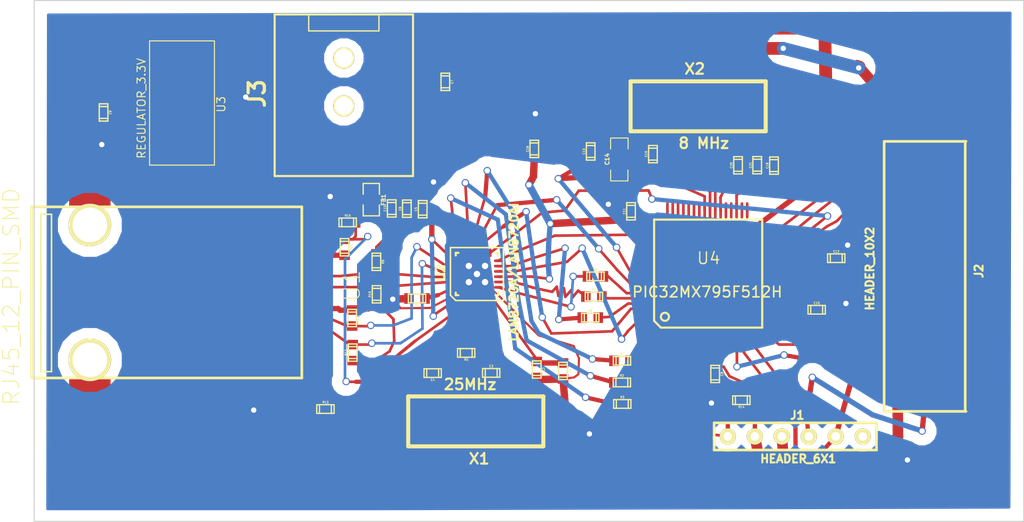
<source format=kicad_pcb>
(kicad_pcb (version 3) (host pcbnew "(2013-08-24 BZR 4298)-stable")

  (general
    (links 141)
    (no_connects 0)
    (area 25.949999 80.949999 119.050001 130.050001)
    (thickness 1.6)
    (drawings 9)
    (tracks 620)
    (zones 0)
    (modules 46)
    (nets 55)
  )

  (page A)
  (layers
    (15 F.Cu signal)
    (0 B.Cu signal)
    (16 B.Adhes user)
    (17 F.Adhes user)
    (18 B.Paste user)
    (19 F.Paste user)
    (20 B.SilkS user)
    (21 F.SilkS user)
    (22 B.Mask user)
    (23 F.Mask user)
    (24 Dwgs.User user)
    (25 Cmts.User user)
    (26 Eco1.User user)
    (27 Eco2.User user)
    (28 Edge.Cuts user)
  )

  (setup
    (last_trace_width 0.7)
    (user_trace_width 0.15)
    (user_trace_width 0.2)
    (user_trace_width 0.25)
    (user_trace_width 0.3)
    (user_trace_width 0.4)
    (user_trace_width 0.5)
    (user_trace_width 0.6)
    (user_trace_width 0.7)
    (user_trace_width 0.8)
    (user_trace_width 0.9)
    (user_trace_width 1)
    (user_trace_width 1.2)
    (trace_clearance 0.1)
    (zone_clearance 1)
    (zone_45_only no)
    (trace_min 0.15)
    (segment_width 0.2)
    (edge_width 0.1)
    (via_size 0.7)
    (via_drill 0.5)
    (via_min_size 0.7)
    (via_min_drill 0.5)
    (uvia_size 0.5)
    (uvia_drill 0.127)
    (uvias_allowed no)
    (uvia_min_size 0.5)
    (uvia_min_drill 0.127)
    (pcb_text_width 0.3)
    (pcb_text_size 1.5 1.5)
    (mod_edge_width 0.15)
    (mod_text_size 1 1)
    (mod_text_width 0.15)
    (pad_size 2.5 3.9)
    (pad_drill 0)
    (pad_to_mask_clearance 0)
    (pad_to_paste_clearance_ratio -0.1)
    (aux_axis_origin 0 0)
    (visible_elements 7FFFFFFF)
    (pcbplotparams
      (layerselection 272400385)
      (usegerberextensions true)
      (excludeedgelayer true)
      (linewidth 0.150000)
      (plotframeref false)
      (viasonmask false)
      (mode 1)
      (useauxorigin false)
      (hpglpennumber 1)
      (hpglpenspeed 20)
      (hpglpendiameter 15)
      (hpglpenoverlay 2)
      (psnegative false)
      (psa4output false)
      (plotreference true)
      (plotvalue true)
      (plotothertext true)
      (plotinvisibletext false)
      (padsonsilk false)
      (subtractmaskfromsilk false)
      (outputformat 1)
      (mirror false)
      (drillshape 0)
      (scaleselection 1)
      (outputdirectory ""))
  )

  (net 0 "")
  (net 1 +3.3v)
  (net 2 +5v)
  (net 3 AVDD)
  (net 4 ECRSDV)
  (net 5 EMDC)
  (net 6 EMDIO)
  (net 7 EREFCLK)
  (net 8 ERXD0)
  (net 9 ERXD1)
  (net 10 ERXERR)
  (net 11 ETXD0)
  (net 12 ETXD1)
  (net 13 ETXEN)
  (net 14 GND)
  (net 15 GreenLED)
  (net 16 ICSPCLK_RB1)
  (net 17 ICSPDAT_RB0)
  (net 18 N-0000026)
  (net 19 N-0000027)
  (net 20 N-0000028)
  (net 21 N-0000029)
  (net 22 N-0000030)
  (net 23 N-0000045)
  (net 24 N-0000066)
  (net 25 N-0000067)
  (net 26 N-0000068)
  (net 27 N-0000070)
  (net 28 N-0000071)
  (net 29 N-0000072)
  (net 30 N-0000073)
  (net 31 N-0000075)
  (net 32 N-0000077)
  (net 33 RB10)
  (net 34 RB11)
  (net 35 RB12)
  (net 36 RB13)
  (net 37 RB14)
  (net 38 RB2)
  (net 39 RB3)
  (net 40 RB4)
  (net 41 RB5)
  (net 42 RB6)
  (net 43 RB7)
  (net 44 RB8)
  (net 45 RB9)
  (net 46 RF4)
  (net 47 RF5)
  (net 48 RXN)
  (net 49 RXP)
  (net 50 TXN)
  (net 51 TXP)
  (net 52 YellowLED)
  (net 53 nRST)
  (net 54 ~MCLR~)

  (net_class Default "This is the default net class."
    (clearance 0.1)
    (trace_width 0.25)
    (via_dia 0.7)
    (via_drill 0.5)
    (uvia_dia 0.5)
    (uvia_drill 0.127)
    (add_net "")
    (add_net +3.3v)
    (add_net +5v)
    (add_net AVDD)
    (add_net ECRSDV)
    (add_net EMDC)
    (add_net EMDIO)
    (add_net EREFCLK)
    (add_net ERXD0)
    (add_net ERXD1)
    (add_net ERXERR)
    (add_net ETXD0)
    (add_net ETXD1)
    (add_net ETXEN)
    (add_net GND)
    (add_net GreenLED)
    (add_net ICSPCLK_RB1)
    (add_net ICSPDAT_RB0)
    (add_net N-0000026)
    (add_net N-0000027)
    (add_net N-0000028)
    (add_net N-0000029)
    (add_net N-0000030)
    (add_net N-0000045)
    (add_net N-0000066)
    (add_net N-0000067)
    (add_net N-0000068)
    (add_net N-0000070)
    (add_net N-0000071)
    (add_net N-0000072)
    (add_net N-0000073)
    (add_net N-0000075)
    (add_net N-0000077)
    (add_net RB10)
    (add_net RB11)
    (add_net RB12)
    (add_net RB13)
    (add_net RB14)
    (add_net RB2)
    (add_net RB3)
    (add_net RB4)
    (add_net RB5)
    (add_net RB6)
    (add_net RB7)
    (add_net RB8)
    (add_net RB9)
    (add_net RF4)
    (add_net RF5)
    (add_net RXN)
    (add_net RXP)
    (add_net TXN)
    (add_net TXP)
    (add_net YellowLED)
    (add_net nRST)
    (add_net ~MCLR~)
  )

  (module TED_SM0603 (layer F.Cu) (tedit 527731CB) (tstamp 52772E38)
    (at 55.17 104.21 270)
    (descr "SMT capacitor, 0603")
    (path /523E8A3C)
    (fp_text reference R16 (at 0 -0.635 270) (layer F.SilkS)
      (effects (font (size 0.20066 0.20066) (thickness 0.04064)))
    )
    (fp_text value "10k 1%" (at 0 0.635 270) (layer F.SilkS) hide
      (effects (font (size 0.20066 0.20066) (thickness 0.04064)))
    )
    (fp_line (start 0.5588 0.4064) (end 0.5588 -0.4064) (layer F.SilkS) (width 0.127))
    (fp_line (start -0.5588 -0.381) (end -0.5588 0.4064) (layer F.SilkS) (width 0.127))
    (fp_line (start -0.8128 -0.4064) (end 0.8128 -0.4064) (layer F.SilkS) (width 0.127))
    (fp_line (start 0.8128 -0.4064) (end 0.8128 0.4064) (layer F.SilkS) (width 0.127))
    (fp_line (start 0.8128 0.4064) (end -0.8128 0.4064) (layer F.SilkS) (width 0.127))
    (fp_line (start -0.8128 0.4064) (end -0.8128 -0.4064) (layer F.SilkS) (width 0.127))
    (pad 2 smd rect (at 0.75184 0 270) (size 0.89916 1.00076)
      (layers F.Cu F.Paste F.Mask)
      (net 14 GND)
      (clearance 0.1)
    )
    (pad 1 smd rect (at -0.75184 0 270) (size 0.89916 1.00076)
      (layers F.Cu F.Paste F.Mask)
      (net 22 N-0000030)
      (clearance 0.1)
    )
    (model smd/capacitors/c_0603.wrl
      (at (xyz 0 0 0))
      (scale (xyz 1 1 1))
      (rotate (xyz 0 0 0))
    )
  )

  (module TED_SM0603 (layer F.Cu) (tedit 527731CB) (tstamp 52772E2D)
    (at 55.46 101.87)
    (descr "SMT capacitor, 0603")
    (path /523E8044)
    (fp_text reference R15 (at 0 -0.635) (layer F.SilkS)
      (effects (font (size 0.20066 0.20066) (thickness 0.04064)))
    )
    (fp_text value 249 (at 0 0.635) (layer F.SilkS) hide
      (effects (font (size 0.20066 0.20066) (thickness 0.04064)))
    )
    (fp_line (start 0.5588 0.4064) (end 0.5588 -0.4064) (layer F.SilkS) (width 0.127))
    (fp_line (start -0.5588 -0.381) (end -0.5588 0.4064) (layer F.SilkS) (width 0.127))
    (fp_line (start -0.8128 -0.4064) (end 0.8128 -0.4064) (layer F.SilkS) (width 0.127))
    (fp_line (start 0.8128 -0.4064) (end 0.8128 0.4064) (layer F.SilkS) (width 0.127))
    (fp_line (start 0.8128 0.4064) (end -0.8128 0.4064) (layer F.SilkS) (width 0.127))
    (fp_line (start -0.8128 0.4064) (end -0.8128 -0.4064) (layer F.SilkS) (width 0.127))
    (pad 2 smd rect (at 0.75184 0) (size 0.89916 1.00076)
      (layers F.Cu F.Paste F.Mask)
      (net 22 N-0000030)
      (clearance 0.1)
    )
    (pad 1 smd rect (at -0.75184 0) (size 0.89916 1.00076)
      (layers F.Cu F.Paste F.Mask)
      (net 15 GreenLED)
      (clearance 0.1)
    )
    (model smd/capacitors/c_0603.wrl
      (at (xyz 0 0 0))
      (scale (xyz 1 1 1))
      (rotate (xyz 0 0 0))
    )
  )

  (module TED_SM0603 (layer F.Cu) (tedit 527731CB) (tstamp 52772E22)
    (at 92.46 118.6 180)
    (descr "SMT capacitor, 0603")
    (path /523F485A)
    (fp_text reference R14 (at 0 -0.635 180) (layer F.SilkS)
      (effects (font (size 0.20066 0.20066) (thickness 0.04064)))
    )
    (fp_text value 4.7k (at 0 0.635 180) (layer F.SilkS) hide
      (effects (font (size 0.20066 0.20066) (thickness 0.04064)))
    )
    (fp_line (start 0.5588 0.4064) (end 0.5588 -0.4064) (layer F.SilkS) (width 0.127))
    (fp_line (start -0.5588 -0.381) (end -0.5588 0.4064) (layer F.SilkS) (width 0.127))
    (fp_line (start -0.8128 -0.4064) (end 0.8128 -0.4064) (layer F.SilkS) (width 0.127))
    (fp_line (start 0.8128 -0.4064) (end 0.8128 0.4064) (layer F.SilkS) (width 0.127))
    (fp_line (start 0.8128 0.4064) (end -0.8128 0.4064) (layer F.SilkS) (width 0.127))
    (fp_line (start -0.8128 0.4064) (end -0.8128 -0.4064) (layer F.SilkS) (width 0.127))
    (pad 2 smd rect (at 0.75184 0 180) (size 0.89916 1.00076)
      (layers F.Cu F.Paste F.Mask)
      (net 54 ~MCLR~)
      (clearance 0.1)
    )
    (pad 1 smd rect (at -0.75184 0 180) (size 0.89916 1.00076)
      (layers F.Cu F.Paste F.Mask)
      (net 1 +3.3v)
      (clearance 0.1)
    )
    (model smd/capacitors/c_0603.wrl
      (at (xyz 0 0 0))
      (scale (xyz 1 1 1))
      (rotate (xyz 0 0 0))
    )
  )

  (module TED_SM0603 (layer F.Cu) (tedit 527731CB) (tstamp 52772E17)
    (at 53.37 119.43)
    (descr "SMT capacitor, 0603")
    (path /523E8065)
    (fp_text reference R13 (at 0 -0.635) (layer F.SilkS)
      (effects (font (size 0.20066 0.20066) (thickness 0.04064)))
    )
    (fp_text value 249 (at 0 0.635) (layer F.SilkS) hide
      (effects (font (size 0.20066 0.20066) (thickness 0.04064)))
    )
    (fp_line (start 0.5588 0.4064) (end 0.5588 -0.4064) (layer F.SilkS) (width 0.127))
    (fp_line (start -0.5588 -0.381) (end -0.5588 0.4064) (layer F.SilkS) (width 0.127))
    (fp_line (start -0.8128 -0.4064) (end 0.8128 -0.4064) (layer F.SilkS) (width 0.127))
    (fp_line (start 0.8128 -0.4064) (end 0.8128 0.4064) (layer F.SilkS) (width 0.127))
    (fp_line (start 0.8128 0.4064) (end -0.8128 0.4064) (layer F.SilkS) (width 0.127))
    (fp_line (start -0.8128 0.4064) (end -0.8128 -0.4064) (layer F.SilkS) (width 0.127))
    (pad 2 smd rect (at 0.75184 0) (size 0.89916 1.00076)
      (layers F.Cu F.Paste F.Mask)
      (net 21 N-0000029)
      (clearance 0.1)
    )
    (pad 1 smd rect (at -0.75184 0) (size 0.89916 1.00076)
      (layers F.Cu F.Paste F.Mask)
      (net 52 YellowLED)
      (clearance 0.1)
    )
    (model smd/capacitors/c_0603.wrl
      (at (xyz 0 0 0))
      (scale (xyz 1 1 1))
      (rotate (xyz 0 0 0))
    )
  )

  (module TED_SM0603 (layer F.Cu) (tedit 527731CB) (tstamp 52772E0C)
    (at 55.93 114.12 90)
    (descr "SMT capacitor, 0603")
    (path /523F1FBF)
    (fp_text reference R12 (at 0 -0.635 90) (layer F.SilkS)
      (effects (font (size 0.20066 0.20066) (thickness 0.04064)))
    )
    (fp_text value 49.9 (at 0 0.635 90) (layer F.SilkS) hide
      (effects (font (size 0.20066 0.20066) (thickness 0.04064)))
    )
    (fp_line (start 0.5588 0.4064) (end 0.5588 -0.4064) (layer F.SilkS) (width 0.127))
    (fp_line (start -0.5588 -0.381) (end -0.5588 0.4064) (layer F.SilkS) (width 0.127))
    (fp_line (start -0.8128 -0.4064) (end 0.8128 -0.4064) (layer F.SilkS) (width 0.127))
    (fp_line (start 0.8128 -0.4064) (end 0.8128 0.4064) (layer F.SilkS) (width 0.127))
    (fp_line (start 0.8128 0.4064) (end -0.8128 0.4064) (layer F.SilkS) (width 0.127))
    (fp_line (start -0.8128 0.4064) (end -0.8128 -0.4064) (layer F.SilkS) (width 0.127))
    (pad 2 smd rect (at 0.75184 0 90) (size 0.89916 1.00076)
      (layers F.Cu F.Paste F.Mask)
      (net 51 TXP)
      (clearance 0.1)
    )
    (pad 1 smd rect (at -0.75184 0 90) (size 0.89916 1.00076)
      (layers F.Cu F.Paste F.Mask)
      (net 3 AVDD)
      (clearance 0.1)
    )
    (model smd/capacitors/c_0603.wrl
      (at (xyz 0 0 0))
      (scale (xyz 1 1 1))
      (rotate (xyz 0 0 0))
    )
  )

  (module TED_SM0603 (layer F.Cu) (tedit 527731CB) (tstamp 52772E01)
    (at 55.88 110.87 270)
    (descr "SMT capacitor, 0603")
    (path /523F1FD6)
    (fp_text reference R11 (at 0 -0.635 270) (layer F.SilkS)
      (effects (font (size 0.20066 0.20066) (thickness 0.04064)))
    )
    (fp_text value 49.9 (at 0 0.635 270) (layer F.SilkS) hide
      (effects (font (size 0.20066 0.20066) (thickness 0.04064)))
    )
    (fp_line (start 0.5588 0.4064) (end 0.5588 -0.4064) (layer F.SilkS) (width 0.127))
    (fp_line (start -0.5588 -0.381) (end -0.5588 0.4064) (layer F.SilkS) (width 0.127))
    (fp_line (start -0.8128 -0.4064) (end 0.8128 -0.4064) (layer F.SilkS) (width 0.127))
    (fp_line (start 0.8128 -0.4064) (end 0.8128 0.4064) (layer F.SilkS) (width 0.127))
    (fp_line (start 0.8128 0.4064) (end -0.8128 0.4064) (layer F.SilkS) (width 0.127))
    (fp_line (start -0.8128 0.4064) (end -0.8128 -0.4064) (layer F.SilkS) (width 0.127))
    (pad 2 smd rect (at 0.75184 0 270) (size 0.89916 1.00076)
      (layers F.Cu F.Paste F.Mask)
      (net 50 TXN)
      (clearance 0.1)
    )
    (pad 1 smd rect (at -0.75184 0 270) (size 0.89916 1.00076)
      (layers F.Cu F.Paste F.Mask)
      (net 3 AVDD)
      (clearance 0.1)
    )
    (model smd/capacitors/c_0603.wrl
      (at (xyz 0 0 0))
      (scale (xyz 1 1 1))
      (rotate (xyz 0 0 0))
    )
  )

  (module TED_SM0603 (layer F.Cu) (tedit 527731CB) (tstamp 52772DF6)
    (at 58.18 108.64 90)
    (descr "SMT capacitor, 0603")
    (path /523F1FDC)
    (fp_text reference R10 (at 0 -0.635 90) (layer F.SilkS)
      (effects (font (size 0.20066 0.20066) (thickness 0.04064)))
    )
    (fp_text value 49.9 (at 0 0.635 90) (layer F.SilkS) hide
      (effects (font (size 0.20066 0.20066) (thickness 0.04064)))
    )
    (fp_line (start 0.5588 0.4064) (end 0.5588 -0.4064) (layer F.SilkS) (width 0.127))
    (fp_line (start -0.5588 -0.381) (end -0.5588 0.4064) (layer F.SilkS) (width 0.127))
    (fp_line (start -0.8128 -0.4064) (end 0.8128 -0.4064) (layer F.SilkS) (width 0.127))
    (fp_line (start 0.8128 -0.4064) (end 0.8128 0.4064) (layer F.SilkS) (width 0.127))
    (fp_line (start 0.8128 0.4064) (end -0.8128 0.4064) (layer F.SilkS) (width 0.127))
    (fp_line (start -0.8128 0.4064) (end -0.8128 -0.4064) (layer F.SilkS) (width 0.127))
    (pad 2 smd rect (at 0.75184 0 90) (size 0.89916 1.00076)
      (layers F.Cu F.Paste F.Mask)
      (net 49 RXP)
      (clearance 0.1)
    )
    (pad 1 smd rect (at -0.75184 0 90) (size 0.89916 1.00076)
      (layers F.Cu F.Paste F.Mask)
      (net 3 AVDD)
      (clearance 0.1)
    )
    (model smd/capacitors/c_0603.wrl
      (at (xyz 0 0 0))
      (scale (xyz 1 1 1))
      (rotate (xyz 0 0 0))
    )
  )

  (module TED_SM0603 (layer F.Cu) (tedit 527731CB) (tstamp 52772DEB)
    (at 58.16 105.58 270)
    (descr "SMT capacitor, 0603")
    (path /523F1FE2)
    (fp_text reference R9 (at 0 -0.635 270) (layer F.SilkS)
      (effects (font (size 0.20066 0.20066) (thickness 0.04064)))
    )
    (fp_text value 49.9 (at 0 0.635 270) (layer F.SilkS) hide
      (effects (font (size 0.20066 0.20066) (thickness 0.04064)))
    )
    (fp_line (start 0.5588 0.4064) (end 0.5588 -0.4064) (layer F.SilkS) (width 0.127))
    (fp_line (start -0.5588 -0.381) (end -0.5588 0.4064) (layer F.SilkS) (width 0.127))
    (fp_line (start -0.8128 -0.4064) (end 0.8128 -0.4064) (layer F.SilkS) (width 0.127))
    (fp_line (start 0.8128 -0.4064) (end 0.8128 0.4064) (layer F.SilkS) (width 0.127))
    (fp_line (start 0.8128 0.4064) (end -0.8128 0.4064) (layer F.SilkS) (width 0.127))
    (fp_line (start -0.8128 0.4064) (end -0.8128 -0.4064) (layer F.SilkS) (width 0.127))
    (pad 2 smd rect (at 0.75184 0 270) (size 0.89916 1.00076)
      (layers F.Cu F.Paste F.Mask)
      (net 48 RXN)
      (clearance 0.1)
    )
    (pad 1 smd rect (at -0.75184 0 270) (size 0.89916 1.00076)
      (layers F.Cu F.Paste F.Mask)
      (net 3 AVDD)
      (clearance 0.1)
    )
    (model smd/capacitors/c_0603.wrl
      (at (xyz 0 0 0))
      (scale (xyz 1 1 1))
      (rotate (xyz 0 0 0))
    )
  )

  (module TED_SM0603 (layer F.Cu) (tedit 527731CB) (tstamp 52772DE0)
    (at 78.26 110.83)
    (descr "SMT capacitor, 0603")
    (path /523F3E09)
    (fp_text reference R8 (at 0 -0.635) (layer F.SilkS)
      (effects (font (size 0.20066 0.20066) (thickness 0.04064)))
    )
    (fp_text value 33 (at 0 0.635) (layer F.SilkS) hide
      (effects (font (size 0.20066 0.20066) (thickness 0.04064)))
    )
    (fp_line (start 0.5588 0.4064) (end 0.5588 -0.4064) (layer F.SilkS) (width 0.127))
    (fp_line (start -0.5588 -0.381) (end -0.5588 0.4064) (layer F.SilkS) (width 0.127))
    (fp_line (start -0.8128 -0.4064) (end 0.8128 -0.4064) (layer F.SilkS) (width 0.127))
    (fp_line (start 0.8128 -0.4064) (end 0.8128 0.4064) (layer F.SilkS) (width 0.127))
    (fp_line (start 0.8128 0.4064) (end -0.8128 0.4064) (layer F.SilkS) (width 0.127))
    (fp_line (start -0.8128 0.4064) (end -0.8128 -0.4064) (layer F.SilkS) (width 0.127))
    (pad 2 smd rect (at 0.75184 0) (size 0.89916 1.00076)
      (layers F.Cu F.Paste F.Mask)
      (net 4 ECRSDV)
      (clearance 0.1)
    )
    (pad 1 smd rect (at -0.75184 0) (size 0.89916 1.00076)
      (layers F.Cu F.Paste F.Mask)
      (net 30 N-0000073)
      (clearance 0.1)
    )
    (model smd/capacitors/c_0603.wrl
      (at (xyz 0 0 0))
      (scale (xyz 1 1 1))
      (rotate (xyz 0 0 0))
    )
  )

  (module TED_SM0603 (layer F.Cu) (tedit 527731CB) (tstamp 52772DD5)
    (at 78.6 108.85)
    (descr "SMT capacitor, 0603")
    (path /523E8470)
    (fp_text reference R7 (at 0 -0.635) (layer F.SilkS)
      (effects (font (size 0.20066 0.20066) (thickness 0.04064)))
    )
    (fp_text value 33 (at 0 0.635) (layer F.SilkS) hide
      (effects (font (size 0.20066 0.20066) (thickness 0.04064)))
    )
    (fp_line (start 0.5588 0.4064) (end 0.5588 -0.4064) (layer F.SilkS) (width 0.127))
    (fp_line (start -0.5588 -0.381) (end -0.5588 0.4064) (layer F.SilkS) (width 0.127))
    (fp_line (start -0.8128 -0.4064) (end 0.8128 -0.4064) (layer F.SilkS) (width 0.127))
    (fp_line (start 0.8128 -0.4064) (end 0.8128 0.4064) (layer F.SilkS) (width 0.127))
    (fp_line (start 0.8128 0.4064) (end -0.8128 0.4064) (layer F.SilkS) (width 0.127))
    (fp_line (start -0.8128 0.4064) (end -0.8128 -0.4064) (layer F.SilkS) (width 0.127))
    (pad 2 smd rect (at 0.75184 0) (size 0.89916 1.00076)
      (layers F.Cu F.Paste F.Mask)
      (net 8 ERXD0)
      (clearance 0.1)
    )
    (pad 1 smd rect (at -0.75184 0) (size 0.89916 1.00076)
      (layers F.Cu F.Paste F.Mask)
      (net 18 N-0000026)
      (clearance 0.1)
    )
    (model smd/capacitors/c_0603.wrl
      (at (xyz 0 0 0))
      (scale (xyz 1 1 1))
      (rotate (xyz 0 0 0))
    )
  )

  (module TED_SM0603 (layer F.Cu) (tedit 527731CB) (tstamp 52772DCA)
    (at 78.75 106.95)
    (descr "SMT capacitor, 0603")
    (path /523E8497)
    (fp_text reference R6 (at 0 -0.635) (layer F.SilkS)
      (effects (font (size 0.20066 0.20066) (thickness 0.04064)))
    )
    (fp_text value 33 (at 0 0.635) (layer F.SilkS) hide
      (effects (font (size 0.20066 0.20066) (thickness 0.04064)))
    )
    (fp_line (start 0.5588 0.4064) (end 0.5588 -0.4064) (layer F.SilkS) (width 0.127))
    (fp_line (start -0.5588 -0.381) (end -0.5588 0.4064) (layer F.SilkS) (width 0.127))
    (fp_line (start -0.8128 -0.4064) (end 0.8128 -0.4064) (layer F.SilkS) (width 0.127))
    (fp_line (start 0.8128 -0.4064) (end 0.8128 0.4064) (layer F.SilkS) (width 0.127))
    (fp_line (start 0.8128 0.4064) (end -0.8128 0.4064) (layer F.SilkS) (width 0.127))
    (fp_line (start -0.8128 0.4064) (end -0.8128 -0.4064) (layer F.SilkS) (width 0.127))
    (pad 2 smd rect (at 0.75184 0) (size 0.89916 1.00076)
      (layers F.Cu F.Paste F.Mask)
      (net 9 ERXD1)
      (clearance 0.1)
    )
    (pad 1 smd rect (at -0.75184 0) (size 0.89916 1.00076)
      (layers F.Cu F.Paste F.Mask)
      (net 19 N-0000027)
      (clearance 0.1)
    )
    (model smd/capacitors/c_0603.wrl
      (at (xyz 0 0 0))
      (scale (xyz 1 1 1))
      (rotate (xyz 0 0 0))
    )
  )

  (module TED_SM0603 (layer F.Cu) (tedit 527731CB) (tstamp 52772DBF)
    (at 66.6 114.15 180)
    (descr "SMT capacitor, 0603")
    (path /523E7C54)
    (fp_text reference R5 (at 0 -0.635 180) (layer F.SilkS)
      (effects (font (size 0.20066 0.20066) (thickness 0.04064)))
    )
    (fp_text value 1M (at 0 0.635 180) (layer F.SilkS) hide
      (effects (font (size 0.20066 0.20066) (thickness 0.04064)))
    )
    (fp_line (start 0.5588 0.4064) (end 0.5588 -0.4064) (layer F.SilkS) (width 0.127))
    (fp_line (start -0.5588 -0.381) (end -0.5588 0.4064) (layer F.SilkS) (width 0.127))
    (fp_line (start -0.8128 -0.4064) (end 0.8128 -0.4064) (layer F.SilkS) (width 0.127))
    (fp_line (start 0.8128 -0.4064) (end 0.8128 0.4064) (layer F.SilkS) (width 0.127))
    (fp_line (start 0.8128 0.4064) (end -0.8128 0.4064) (layer F.SilkS) (width 0.127))
    (fp_line (start -0.8128 0.4064) (end -0.8128 -0.4064) (layer F.SilkS) (width 0.127))
    (pad 2 smd rect (at 0.75184 0 180) (size 0.89916 1.00076)
      (layers F.Cu F.Paste F.Mask)
      (net 27 N-0000070)
      (clearance 0.1)
    )
    (pad 1 smd rect (at -0.75184 0 180) (size 0.89916 1.00076)
      (layers F.Cu F.Paste F.Mask)
      (net 28 N-0000071)
      (clearance 0.1)
    )
    (model smd/capacitors/c_0603.wrl
      (at (xyz 0 0 0))
      (scale (xyz 1 1 1))
      (rotate (xyz 0 0 0))
    )
  )

  (module TED_SM0603 (layer F.Cu) (tedit 527731CB) (tstamp 52772DA9)
    (at 81.27 118.95)
    (descr "SMT capacitor, 0603")
    (path /523F2E2D)
    (fp_text reference R3 (at 0 -0.635) (layer F.SilkS)
      (effects (font (size 0.20066 0.20066) (thickness 0.04064)))
    )
    (fp_text value 33 (at 0 0.635) (layer F.SilkS) hide
      (effects (font (size 0.20066 0.20066) (thickness 0.04064)))
    )
    (fp_line (start 0.5588 0.4064) (end 0.5588 -0.4064) (layer F.SilkS) (width 0.127))
    (fp_line (start -0.5588 -0.381) (end -0.5588 0.4064) (layer F.SilkS) (width 0.127))
    (fp_line (start -0.8128 -0.4064) (end 0.8128 -0.4064) (layer F.SilkS) (width 0.127))
    (fp_line (start 0.8128 -0.4064) (end 0.8128 0.4064) (layer F.SilkS) (width 0.127))
    (fp_line (start 0.8128 0.4064) (end -0.8128 0.4064) (layer F.SilkS) (width 0.127))
    (fp_line (start -0.8128 0.4064) (end -0.8128 -0.4064) (layer F.SilkS) (width 0.127))
    (pad 2 smd rect (at 0.75184 0) (size 0.89916 1.00076)
      (layers F.Cu F.Paste F.Mask)
      (net 12 ETXD1)
      (clearance 0.1)
    )
    (pad 1 smd rect (at -0.75184 0) (size 0.89916 1.00076)
      (layers F.Cu F.Paste F.Mask)
      (net 26 N-0000068)
      (clearance 0.1)
    )
    (model smd/capacitors/c_0603.wrl
      (at (xyz 0 0 0))
      (scale (xyz 1 1 1))
      (rotate (xyz 0 0 0))
    )
  )

  (module TED_SM0603 (layer F.Cu) (tedit 527731CB) (tstamp 52772D9E)
    (at 81.23 116.93)
    (descr "SMT capacitor, 0603")
    (path /523F2C6C)
    (fp_text reference R2 (at 0 -0.635) (layer F.SilkS)
      (effects (font (size 0.20066 0.20066) (thickness 0.04064)))
    )
    (fp_text value 33 (at 0 0.635) (layer F.SilkS) hide
      (effects (font (size 0.20066 0.20066) (thickness 0.04064)))
    )
    (fp_line (start 0.5588 0.4064) (end 0.5588 -0.4064) (layer F.SilkS) (width 0.127))
    (fp_line (start -0.5588 -0.381) (end -0.5588 0.4064) (layer F.SilkS) (width 0.127))
    (fp_line (start -0.8128 -0.4064) (end 0.8128 -0.4064) (layer F.SilkS) (width 0.127))
    (fp_line (start 0.8128 -0.4064) (end 0.8128 0.4064) (layer F.SilkS) (width 0.127))
    (fp_line (start 0.8128 0.4064) (end -0.8128 0.4064) (layer F.SilkS) (width 0.127))
    (fp_line (start -0.8128 0.4064) (end -0.8128 -0.4064) (layer F.SilkS) (width 0.127))
    (pad 2 smd rect (at 0.75184 0) (size 0.89916 1.00076)
      (layers F.Cu F.Paste F.Mask)
      (net 11 ETXD0)
      (clearance 0.1)
    )
    (pad 1 smd rect (at -0.75184 0) (size 0.89916 1.00076)
      (layers F.Cu F.Paste F.Mask)
      (net 25 N-0000067)
      (clearance 0.1)
    )
    (model smd/capacitors/c_0603.wrl
      (at (xyz 0 0 0))
      (scale (xyz 1 1 1))
      (rotate (xyz 0 0 0))
    )
  )

  (module TED_SM0603 (layer F.Cu) (tedit 527731CB) (tstamp 52772D93)
    (at 81.24 114.89)
    (descr "SMT capacitor, 0603")
    (path /523F2C72)
    (fp_text reference R1 (at 0 -0.635) (layer F.SilkS)
      (effects (font (size 0.20066 0.20066) (thickness 0.04064)))
    )
    (fp_text value 33 (at 0 0.635) (layer F.SilkS) hide
      (effects (font (size 0.20066 0.20066) (thickness 0.04064)))
    )
    (fp_line (start 0.5588 0.4064) (end 0.5588 -0.4064) (layer F.SilkS) (width 0.127))
    (fp_line (start -0.5588 -0.381) (end -0.5588 0.4064) (layer F.SilkS) (width 0.127))
    (fp_line (start -0.8128 -0.4064) (end 0.8128 -0.4064) (layer F.SilkS) (width 0.127))
    (fp_line (start 0.8128 -0.4064) (end 0.8128 0.4064) (layer F.SilkS) (width 0.127))
    (fp_line (start 0.8128 0.4064) (end -0.8128 0.4064) (layer F.SilkS) (width 0.127))
    (fp_line (start -0.8128 0.4064) (end -0.8128 -0.4064) (layer F.SilkS) (width 0.127))
    (pad 2 smd rect (at 0.75184 0) (size 0.89916 1.00076)
      (layers F.Cu F.Paste F.Mask)
      (net 13 ETXEN)
      (clearance 0.1)
    )
    (pad 1 smd rect (at -0.75184 0) (size 0.89916 1.00076)
      (layers F.Cu F.Paste F.Mask)
      (net 24 N-0000066)
      (clearance 0.1)
    )
    (model smd/capacitors/c_0603.wrl
      (at (xyz 0 0 0))
      (scale (xyz 1 1 1))
      (rotate (xyz 0 0 0))
    )
  )

  (module TED_HEADER_6x1_BOTTOM (layer F.Cu) (tedit 52772A0F) (tstamp 52772D86)
    (at 97.54 122)
    (path /523E1759)
    (fp_text reference J1 (at 0.1778 -1.98628) (layer F.SilkS)
      (effects (font (size 0.762 0.762) (thickness 0.1905)))
    )
    (fp_text value HEADER_6X1 (at 0.26924 2.11328) (layer F.SilkS)
      (effects (font (size 0.762 0.762) (thickness 0.1905)))
    )
    (fp_line (start 7.62 -1.27) (end -7.62 -1.27) (layer F.SilkS) (width 0.254))
    (fp_line (start 7.62 -1.27) (end 7.62 1.27) (layer F.SilkS) (width 0.254))
    (fp_line (start 7.63524 1.28524) (end -7.63524 1.28524) (layer F.SilkS) (width 0.254))
    (fp_line (start -7.63524 1.28524) (end -7.63524 -1.27508) (layer F.SilkS) (width 0.254))
    (pad 5 thru_hole circle (at 3.78968 0.01016) (size 1.524 1.524) (drill 0.8128)
      (layers *.Mask F.Cu F.SilkS)
      (net 16 ICSPCLK_RB1)
    )
    (pad 6 thru_hole circle (at 6.32968 0.01524) (size 1.524 1.524) (drill 0.8128)
      (layers *.Mask F.Cu F.SilkS)
    )
    (pad 1 thru_hole circle (at -6.35 0.01016) (size 1.524 1.524) (drill 0.8128)
      (layers *.Mask F.Cu F.SilkS)
      (net 54 ~MCLR~)
    )
    (pad 2 thru_hole circle (at -3.81 0.01524) (size 1.524 1.524) (drill 0.8128)
      (layers *.Mask F.Cu F.SilkS)
      (net 1 +3.3v)
    )
    (pad 4 thru_hole circle (at 1.25984 0.01524) (size 1.524 1.524) (drill 0.8128)
      (layers *.Mask F.Cu F.SilkS)
      (net 17 ICSPDAT_RB0)
    )
    (pad 3 thru_hole circle (at -1.28016 0.01016) (size 1.524 1.524) (drill 0.8128)
      (layers *.Mask F.Cu F.SilkS)
      (net 14 GND)
    )
  )

  (module TED_SM0603 (layer F.Cu) (tedit 527731CB) (tstamp 52772D7B)
    (at 93.95 96.49 90)
    (descr "SMT capacitor, 0603")
    (path /523E5206)
    (fp_text reference C21 (at 0 -0.635 90) (layer F.SilkS)
      (effects (font (size 0.20066 0.20066) (thickness 0.04064)))
    )
    (fp_text value .1uF (at 0 0.635 90) (layer F.SilkS) hide
      (effects (font (size 0.20066 0.20066) (thickness 0.04064)))
    )
    (fp_line (start 0.5588 0.4064) (end 0.5588 -0.4064) (layer F.SilkS) (width 0.127))
    (fp_line (start -0.5588 -0.381) (end -0.5588 0.4064) (layer F.SilkS) (width 0.127))
    (fp_line (start -0.8128 -0.4064) (end 0.8128 -0.4064) (layer F.SilkS) (width 0.127))
    (fp_line (start 0.8128 -0.4064) (end 0.8128 0.4064) (layer F.SilkS) (width 0.127))
    (fp_line (start 0.8128 0.4064) (end -0.8128 0.4064) (layer F.SilkS) (width 0.127))
    (fp_line (start -0.8128 0.4064) (end -0.8128 -0.4064) (layer F.SilkS) (width 0.127))
    (pad 2 smd rect (at 0.75184 0 90) (size 0.89916 1.00076)
      (layers F.Cu F.Paste F.Mask)
      (net 14 GND)
      (clearance 0.1)
    )
    (pad 1 smd rect (at -0.75184 0 90) (size 0.89916 1.00076)
      (layers F.Cu F.Paste F.Mask)
      (net 1 +3.3v)
      (clearance 0.1)
    )
    (model smd/capacitors/c_0603.wrl
      (at (xyz 0 0 0))
      (scale (xyz 1 1 1))
      (rotate (xyz 0 0 0))
    )
  )

  (module TED_SM0603 (layer F.Cu) (tedit 527731CB) (tstamp 52772D70)
    (at 92.15 96.5 90)
    (descr "SMT capacitor, 0603")
    (path /523F7B88)
    (fp_text reference C20 (at 0 -0.635 90) (layer F.SilkS)
      (effects (font (size 0.20066 0.20066) (thickness 0.04064)))
    )
    (fp_text value 18pF (at 0 0.635 90) (layer F.SilkS) hide
      (effects (font (size 0.20066 0.20066) (thickness 0.04064)))
    )
    (fp_line (start 0.5588 0.4064) (end 0.5588 -0.4064) (layer F.SilkS) (width 0.127))
    (fp_line (start -0.5588 -0.381) (end -0.5588 0.4064) (layer F.SilkS) (width 0.127))
    (fp_line (start -0.8128 -0.4064) (end 0.8128 -0.4064) (layer F.SilkS) (width 0.127))
    (fp_line (start 0.8128 -0.4064) (end 0.8128 0.4064) (layer F.SilkS) (width 0.127))
    (fp_line (start 0.8128 0.4064) (end -0.8128 0.4064) (layer F.SilkS) (width 0.127))
    (fp_line (start -0.8128 0.4064) (end -0.8128 -0.4064) (layer F.SilkS) (width 0.127))
    (pad 2 smd rect (at 0.75184 0 90) (size 0.89916 1.00076)
      (layers F.Cu F.Paste F.Mask)
      (net 14 GND)
      (clearance 0.1)
    )
    (pad 1 smd rect (at -0.75184 0 90) (size 0.89916 1.00076)
      (layers F.Cu F.Paste F.Mask)
      (net 32 N-0000077)
      (clearance 0.1)
    )
    (model smd/capacitors/c_0603.wrl
      (at (xyz 0 0 0))
      (scale (xyz 1 1 1))
      (rotate (xyz 0 0 0))
    )
  )

  (module TED_SM0603 (layer F.Cu) (tedit 527731CB) (tstamp 52772D65)
    (at 84.15 95.45 90)
    (descr "SMT capacitor, 0603")
    (path /523F7B67)
    (fp_text reference C19 (at 0 -0.635 90) (layer F.SilkS)
      (effects (font (size 0.20066 0.20066) (thickness 0.04064)))
    )
    (fp_text value 18pF (at 0 0.635 90) (layer F.SilkS) hide
      (effects (font (size 0.20066 0.20066) (thickness 0.04064)))
    )
    (fp_line (start 0.5588 0.4064) (end 0.5588 -0.4064) (layer F.SilkS) (width 0.127))
    (fp_line (start -0.5588 -0.381) (end -0.5588 0.4064) (layer F.SilkS) (width 0.127))
    (fp_line (start -0.8128 -0.4064) (end 0.8128 -0.4064) (layer F.SilkS) (width 0.127))
    (fp_line (start 0.8128 -0.4064) (end 0.8128 0.4064) (layer F.SilkS) (width 0.127))
    (fp_line (start 0.8128 0.4064) (end -0.8128 0.4064) (layer F.SilkS) (width 0.127))
    (fp_line (start -0.8128 0.4064) (end -0.8128 -0.4064) (layer F.SilkS) (width 0.127))
    (pad 2 smd rect (at 0.75184 0 90) (size 0.89916 1.00076)
      (layers F.Cu F.Paste F.Mask)
      (net 14 GND)
      (clearance 0.1)
    )
    (pad 1 smd rect (at -0.75184 0 90) (size 0.89916 1.00076)
      (layers F.Cu F.Paste F.Mask)
      (net 23 N-0000045)
      (clearance 0.1)
    )
    (model smd/capacitors/c_0603.wrl
      (at (xyz 0 0 0))
      (scale (xyz 1 1 1))
      (rotate (xyz 0 0 0))
    )
  )

  (module TED_SM0603 (layer F.Cu) (tedit 527731CB) (tstamp 52772D5A)
    (at 95.53 96.53 90)
    (descr "SMT capacitor, 0603")
    (path /523F7895)
    (fp_text reference C18 (at 0 -0.635 90) (layer F.SilkS)
      (effects (font (size 0.20066 0.20066) (thickness 0.04064)))
    )
    (fp_text value .1uF (at 0 0.635 90) (layer F.SilkS) hide
      (effects (font (size 0.20066 0.20066) (thickness 0.04064)))
    )
    (fp_line (start 0.5588 0.4064) (end 0.5588 -0.4064) (layer F.SilkS) (width 0.127))
    (fp_line (start -0.5588 -0.381) (end -0.5588 0.4064) (layer F.SilkS) (width 0.127))
    (fp_line (start -0.8128 -0.4064) (end 0.8128 -0.4064) (layer F.SilkS) (width 0.127))
    (fp_line (start 0.8128 -0.4064) (end 0.8128 0.4064) (layer F.SilkS) (width 0.127))
    (fp_line (start 0.8128 0.4064) (end -0.8128 0.4064) (layer F.SilkS) (width 0.127))
    (fp_line (start -0.8128 0.4064) (end -0.8128 -0.4064) (layer F.SilkS) (width 0.127))
    (pad 2 smd rect (at 0.75184 0 90) (size 0.89916 1.00076)
      (layers F.Cu F.Paste F.Mask)
      (net 14 GND)
      (clearance 0.1)
    )
    (pad 1 smd rect (at -0.75184 0 90) (size 0.89916 1.00076)
      (layers F.Cu F.Paste F.Mask)
      (net 1 +3.3v)
      (clearance 0.1)
    )
    (model smd/capacitors/c_0603.wrl
      (at (xyz 0 0 0))
      (scale (xyz 1 1 1))
      (rotate (xyz 0 0 0))
    )
  )

  (module TED_SM0603 (layer F.Cu) (tedit 527731CB) (tstamp 52772D4F)
    (at 78.3 95.2 90)
    (descr "SMT capacitor, 0603")
    (path /523F8AF6)
    (fp_text reference C13 (at 0 -0.635 90) (layer F.SilkS)
      (effects (font (size 0.20066 0.20066) (thickness 0.04064)))
    )
    (fp_text value .1uF (at 0 0.635 90) (layer F.SilkS) hide
      (effects (font (size 0.20066 0.20066) (thickness 0.04064)))
    )
    (fp_line (start 0.5588 0.4064) (end 0.5588 -0.4064) (layer F.SilkS) (width 0.127))
    (fp_line (start -0.5588 -0.381) (end -0.5588 0.4064) (layer F.SilkS) (width 0.127))
    (fp_line (start -0.8128 -0.4064) (end 0.8128 -0.4064) (layer F.SilkS) (width 0.127))
    (fp_line (start 0.8128 -0.4064) (end 0.8128 0.4064) (layer F.SilkS) (width 0.127))
    (fp_line (start 0.8128 0.4064) (end -0.8128 0.4064) (layer F.SilkS) (width 0.127))
    (fp_line (start -0.8128 0.4064) (end -0.8128 -0.4064) (layer F.SilkS) (width 0.127))
    (pad 2 smd rect (at 0.75184 0 90) (size 0.89916 1.00076)
      (layers F.Cu F.Paste F.Mask)
      (net 14 GND)
      (clearance 0.1)
    )
    (pad 1 smd rect (at -0.75184 0 90) (size 0.89916 1.00076)
      (layers F.Cu F.Paste F.Mask)
      (net 31 N-0000075)
      (clearance 0.1)
    )
    (model smd/capacitors/c_0603.wrl
      (at (xyz 0 0 0))
      (scale (xyz 1 1 1))
      (rotate (xyz 0 0 0))
    )
  )

  (module TED_SM0603 (layer F.Cu) (tedit 527731CB) (tstamp 52772D44)
    (at 101.38 105.24)
    (descr "SMT capacitor, 0603")
    (path /523E5232)
    (fp_text reference C12 (at 0 -0.635) (layer F.SilkS)
      (effects (font (size 0.20066 0.20066) (thickness 0.04064)))
    )
    (fp_text value .1uF (at 0 0.635) (layer F.SilkS) hide
      (effects (font (size 0.20066 0.20066) (thickness 0.04064)))
    )
    (fp_line (start 0.5588 0.4064) (end 0.5588 -0.4064) (layer F.SilkS) (width 0.127))
    (fp_line (start -0.5588 -0.381) (end -0.5588 0.4064) (layer F.SilkS) (width 0.127))
    (fp_line (start -0.8128 -0.4064) (end 0.8128 -0.4064) (layer F.SilkS) (width 0.127))
    (fp_line (start 0.8128 -0.4064) (end 0.8128 0.4064) (layer F.SilkS) (width 0.127))
    (fp_line (start 0.8128 0.4064) (end -0.8128 0.4064) (layer F.SilkS) (width 0.127))
    (fp_line (start -0.8128 0.4064) (end -0.8128 -0.4064) (layer F.SilkS) (width 0.127))
    (pad 2 smd rect (at 0.75184 0) (size 0.89916 1.00076)
      (layers F.Cu F.Paste F.Mask)
      (net 14 GND)
      (clearance 0.1)
    )
    (pad 1 smd rect (at -0.75184 0) (size 0.89916 1.00076)
      (layers F.Cu F.Paste F.Mask)
      (net 1 +3.3v)
      (clearance 0.1)
    )
    (model smd/capacitors/c_0603.wrl
      (at (xyz 0 0 0))
      (scale (xyz 1 1 1))
      (rotate (xyz 0 0 0))
    )
  )

  (module TED_SM0603 (layer F.Cu) (tedit 527731CB) (tstamp 52772D39)
    (at 82.09 100.83 90)
    (descr "SMT capacitor, 0603")
    (path /523E51D1)
    (fp_text reference C11 (at 0 -0.635 90) (layer F.SilkS)
      (effects (font (size 0.20066 0.20066) (thickness 0.04064)))
    )
    (fp_text value .1uF (at 0 0.635 90) (layer F.SilkS) hide
      (effects (font (size 0.20066 0.20066) (thickness 0.04064)))
    )
    (fp_line (start 0.5588 0.4064) (end 0.5588 -0.4064) (layer F.SilkS) (width 0.127))
    (fp_line (start -0.5588 -0.381) (end -0.5588 0.4064) (layer F.SilkS) (width 0.127))
    (fp_line (start -0.8128 -0.4064) (end 0.8128 -0.4064) (layer F.SilkS) (width 0.127))
    (fp_line (start 0.8128 -0.4064) (end 0.8128 0.4064) (layer F.SilkS) (width 0.127))
    (fp_line (start 0.8128 0.4064) (end -0.8128 0.4064) (layer F.SilkS) (width 0.127))
    (fp_line (start -0.8128 0.4064) (end -0.8128 -0.4064) (layer F.SilkS) (width 0.127))
    (pad 2 smd rect (at 0.75184 0 90) (size 0.89916 1.00076)
      (layers F.Cu F.Paste F.Mask)
      (net 14 GND)
      (clearance 0.1)
    )
    (pad 1 smd rect (at -0.75184 0 90) (size 0.89916 1.00076)
      (layers F.Cu F.Paste F.Mask)
      (net 1 +3.3v)
      (clearance 0.1)
    )
    (model smd/capacitors/c_0603.wrl
      (at (xyz 0 0 0))
      (scale (xyz 1 1 1))
      (rotate (xyz 0 0 0))
    )
  )

  (module TED_SM0603 (layer F.Cu) (tedit 527731CB) (tstamp 52772D2E)
    (at 99.54 110.09)
    (descr "SMT capacitor, 0603")
    (path /523F9CE6)
    (fp_text reference C10 (at 0 -0.635) (layer F.SilkS)
      (effects (font (size 0.20066 0.20066) (thickness 0.04064)))
    )
    (fp_text value .1uF (at 0 0.635) (layer F.SilkS) hide
      (effects (font (size 0.20066 0.20066) (thickness 0.04064)))
    )
    (fp_line (start 0.5588 0.4064) (end 0.5588 -0.4064) (layer F.SilkS) (width 0.127))
    (fp_line (start -0.5588 -0.381) (end -0.5588 0.4064) (layer F.SilkS) (width 0.127))
    (fp_line (start -0.8128 -0.4064) (end 0.8128 -0.4064) (layer F.SilkS) (width 0.127))
    (fp_line (start 0.8128 -0.4064) (end 0.8128 0.4064) (layer F.SilkS) (width 0.127))
    (fp_line (start 0.8128 0.4064) (end -0.8128 0.4064) (layer F.SilkS) (width 0.127))
    (fp_line (start -0.8128 0.4064) (end -0.8128 -0.4064) (layer F.SilkS) (width 0.127))
    (pad 2 smd rect (at 0.75184 0) (size 0.89916 1.00076)
      (layers F.Cu F.Paste F.Mask)
      (net 14 GND)
      (clearance 0.1)
    )
    (pad 1 smd rect (at -0.75184 0) (size 0.89916 1.00076)
      (layers F.Cu F.Paste F.Mask)
      (net 1 +3.3v)
      (clearance 0.1)
    )
    (model smd/capacitors/c_0603.wrl
      (at (xyz 0 0 0))
      (scale (xyz 1 1 1))
      (rotate (xyz 0 0 0))
    )
  )

  (module TED_SM0603 (layer F.Cu) (tedit 527731CB) (tstamp 52772D23)
    (at 32.52 91.53 270)
    (descr "SMT capacitor, 0603")
    (path /523F8DC7)
    (fp_text reference C9 (at 0 -0.635 270) (layer F.SilkS)
      (effects (font (size 0.20066 0.20066) (thickness 0.04064)))
    )
    (fp_text value 4.7uF (at 0 0.635 270) (layer F.SilkS) hide
      (effects (font (size 0.20066 0.20066) (thickness 0.04064)))
    )
    (fp_line (start 0.5588 0.4064) (end 0.5588 -0.4064) (layer F.SilkS) (width 0.127))
    (fp_line (start -0.5588 -0.381) (end -0.5588 0.4064) (layer F.SilkS) (width 0.127))
    (fp_line (start -0.8128 -0.4064) (end 0.8128 -0.4064) (layer F.SilkS) (width 0.127))
    (fp_line (start 0.8128 -0.4064) (end 0.8128 0.4064) (layer F.SilkS) (width 0.127))
    (fp_line (start 0.8128 0.4064) (end -0.8128 0.4064) (layer F.SilkS) (width 0.127))
    (fp_line (start -0.8128 0.4064) (end -0.8128 -0.4064) (layer F.SilkS) (width 0.127))
    (pad 2 smd rect (at 0.75184 0 270) (size 0.89916 1.00076)
      (layers F.Cu F.Paste F.Mask)
      (net 14 GND)
      (clearance 0.1)
    )
    (pad 1 smd rect (at -0.75184 0 270) (size 0.89916 1.00076)
      (layers F.Cu F.Paste F.Mask)
      (net 1 +3.3v)
      (clearance 0.1)
    )
    (model smd/capacitors/c_0603.wrl
      (at (xyz 0 0 0))
      (scale (xyz 1 1 1))
      (rotate (xyz 0 0 0))
    )
  )

  (module TED_SM0603 (layer F.Cu) (tedit 527731CB) (tstamp 52772D18)
    (at 90 116.13 270)
    (descr "SMT capacitor, 0603")
    (path /523E525D)
    (fp_text reference C8 (at 0 -0.635 270) (layer F.SilkS)
      (effects (font (size 0.20066 0.20066) (thickness 0.04064)))
    )
    (fp_text value .1uF (at 0 0.635 270) (layer F.SilkS) hide
      (effects (font (size 0.20066 0.20066) (thickness 0.04064)))
    )
    (fp_line (start 0.5588 0.4064) (end 0.5588 -0.4064) (layer F.SilkS) (width 0.127))
    (fp_line (start -0.5588 -0.381) (end -0.5588 0.4064) (layer F.SilkS) (width 0.127))
    (fp_line (start -0.8128 -0.4064) (end 0.8128 -0.4064) (layer F.SilkS) (width 0.127))
    (fp_line (start 0.8128 -0.4064) (end 0.8128 0.4064) (layer F.SilkS) (width 0.127))
    (fp_line (start 0.8128 0.4064) (end -0.8128 0.4064) (layer F.SilkS) (width 0.127))
    (fp_line (start -0.8128 0.4064) (end -0.8128 -0.4064) (layer F.SilkS) (width 0.127))
    (pad 2 smd rect (at 0.75184 0 270) (size 0.89916 1.00076)
      (layers F.Cu F.Paste F.Mask)
      (net 14 GND)
      (clearance 0.1)
    )
    (pad 1 smd rect (at -0.75184 0 270) (size 0.89916 1.00076)
      (layers F.Cu F.Paste F.Mask)
      (net 1 +3.3v)
      (clearance 0.1)
    )
    (model smd/capacitors/c_0603.wrl
      (at (xyz 0 0 0))
      (scale (xyz 1 1 1))
      (rotate (xyz 0 0 0))
    )
  )

  (module TED_SM0603 (layer F.Cu) (tedit 527731CB) (tstamp 52772D17)
    (at 64.64 88.65 270)
    (descr "SMT capacitor, 0603")
    (path /523F8DA4)
    (fp_text reference C7 (at 0 -0.635 270) (layer F.SilkS)
      (effects (font (size 0.20066 0.20066) (thickness 0.04064)))
    )
    (fp_text value 4.7uF (at 0 0.635 270) (layer F.SilkS) hide
      (effects (font (size 0.20066 0.20066) (thickness 0.04064)))
    )
    (fp_line (start 0.5588 0.4064) (end 0.5588 -0.4064) (layer F.SilkS) (width 0.127))
    (fp_line (start -0.5588 -0.381) (end -0.5588 0.4064) (layer F.SilkS) (width 0.127))
    (fp_line (start -0.8128 -0.4064) (end 0.8128 -0.4064) (layer F.SilkS) (width 0.127))
    (fp_line (start 0.8128 -0.4064) (end 0.8128 0.4064) (layer F.SilkS) (width 0.127))
    (fp_line (start 0.8128 0.4064) (end -0.8128 0.4064) (layer F.SilkS) (width 0.127))
    (fp_line (start -0.8128 0.4064) (end -0.8128 -0.4064) (layer F.SilkS) (width 0.127))
    (pad 2 smd rect (at 0.75184 0 270) (size 0.89916 1.00076)
      (layers F.Cu F.Paste F.Mask)
      (net 14 GND)
      (clearance 0.1)
    )
    (pad 1 smd rect (at -0.75184 0 270) (size 0.89916 1.00076)
      (layers F.Cu F.Paste F.Mask)
      (net 2 +5v)
      (clearance 0.1)
    )
    (model smd/capacitors/c_0603.wrl
      (at (xyz 0 0 0))
      (scale (xyz 1 1 1))
      (rotate (xyz 0 0 0))
    )
  )

  (module TED_SM0603 (layer F.Cu) (tedit 527731CB) (tstamp 52772D01)
    (at 61.02 100.58 90)
    (descr "SMT capacitor, 0603")
    (path /523F200B)
    (fp_text reference C6 (at 0 -0.635 90) (layer F.SilkS)
      (effects (font (size 0.20066 0.20066) (thickness 0.04064)))
    )
    (fp_text value .1uF (at 0 0.635 90) (layer F.SilkS) hide
      (effects (font (size 0.20066 0.20066) (thickness 0.04064)))
    )
    (fp_line (start 0.5588 0.4064) (end 0.5588 -0.4064) (layer F.SilkS) (width 0.127))
    (fp_line (start -0.5588 -0.381) (end -0.5588 0.4064) (layer F.SilkS) (width 0.127))
    (fp_line (start -0.8128 -0.4064) (end 0.8128 -0.4064) (layer F.SilkS) (width 0.127))
    (fp_line (start 0.8128 -0.4064) (end 0.8128 0.4064) (layer F.SilkS) (width 0.127))
    (fp_line (start 0.8128 0.4064) (end -0.8128 0.4064) (layer F.SilkS) (width 0.127))
    (fp_line (start -0.8128 0.4064) (end -0.8128 -0.4064) (layer F.SilkS) (width 0.127))
    (pad 2 smd rect (at 0.75184 0 90) (size 0.89916 1.00076)
      (layers F.Cu F.Paste F.Mask)
      (net 14 GND)
      (clearance 0.1)
    )
    (pad 1 smd rect (at -0.75184 0 90) (size 0.89916 1.00076)
      (layers F.Cu F.Paste F.Mask)
      (net 3 AVDD)
      (clearance 0.1)
    )
    (model smd/capacitors/c_0603.wrl
      (at (xyz 0 0 0))
      (scale (xyz 1 1 1))
      (rotate (xyz 0 0 0))
    )
  )

  (module TED_SM0603 (layer F.Cu) (tedit 527731CB) (tstamp 52772CF6)
    (at 62.51 100.63 90)
    (descr "SMT capacitor, 0603")
    (path /523F1FEA)
    (fp_text reference C5 (at 0 -0.635 90) (layer F.SilkS)
      (effects (font (size 0.20066 0.20066) (thickness 0.04064)))
    )
    (fp_text value .1uF (at 0 0.635 90) (layer F.SilkS) hide
      (effects (font (size 0.20066 0.20066) (thickness 0.04064)))
    )
    (fp_line (start 0.5588 0.4064) (end 0.5588 -0.4064) (layer F.SilkS) (width 0.127))
    (fp_line (start -0.5588 -0.381) (end -0.5588 0.4064) (layer F.SilkS) (width 0.127))
    (fp_line (start -0.8128 -0.4064) (end 0.8128 -0.4064) (layer F.SilkS) (width 0.127))
    (fp_line (start 0.8128 -0.4064) (end 0.8128 0.4064) (layer F.SilkS) (width 0.127))
    (fp_line (start 0.8128 0.4064) (end -0.8128 0.4064) (layer F.SilkS) (width 0.127))
    (fp_line (start -0.8128 0.4064) (end -0.8128 -0.4064) (layer F.SilkS) (width 0.127))
    (pad 2 smd rect (at 0.75184 0 90) (size 0.89916 1.00076)
      (layers F.Cu F.Paste F.Mask)
      (net 14 GND)
      (clearance 0.1)
    )
    (pad 1 smd rect (at -0.75184 0 90) (size 0.89916 1.00076)
      (layers F.Cu F.Paste F.Mask)
      (net 3 AVDD)
      (clearance 0.1)
    )
    (model smd/capacitors/c_0603.wrl
      (at (xyz 0 0 0))
      (scale (xyz 1 1 1))
      (rotate (xyz 0 0 0))
    )
  )

  (module TED_SM0603 (layer F.Cu) (tedit 527731CB) (tstamp 52772CEB)
    (at 63.45 116.05 180)
    (descr "SMT capacitor, 0603")
    (path /523E7C13)
    (fp_text reference C4 (at 0 -0.635 180) (layer F.SilkS)
      (effects (font (size 0.20066 0.20066) (thickness 0.04064)))
    )
    (fp_text value 18pF (at 0 0.635 180) (layer F.SilkS) hide
      (effects (font (size 0.20066 0.20066) (thickness 0.04064)))
    )
    (fp_line (start 0.5588 0.4064) (end 0.5588 -0.4064) (layer F.SilkS) (width 0.127))
    (fp_line (start -0.5588 -0.381) (end -0.5588 0.4064) (layer F.SilkS) (width 0.127))
    (fp_line (start -0.8128 -0.4064) (end 0.8128 -0.4064) (layer F.SilkS) (width 0.127))
    (fp_line (start 0.8128 -0.4064) (end 0.8128 0.4064) (layer F.SilkS) (width 0.127))
    (fp_line (start 0.8128 0.4064) (end -0.8128 0.4064) (layer F.SilkS) (width 0.127))
    (fp_line (start -0.8128 0.4064) (end -0.8128 -0.4064) (layer F.SilkS) (width 0.127))
    (pad 2 smd rect (at 0.75184 0 180) (size 0.89916 1.00076)
      (layers F.Cu F.Paste F.Mask)
      (net 27 N-0000070)
      (clearance 0.1)
    )
    (pad 1 smd rect (at -0.75184 0 180) (size 0.89916 1.00076)
      (layers F.Cu F.Paste F.Mask)
      (net 14 GND)
      (clearance 0.1)
    )
    (model smd/capacitors/c_0603.wrl
      (at (xyz 0 0 0))
      (scale (xyz 1 1 1))
      (rotate (xyz 0 0 0))
    )
  )

  (module TED_SM0603 (layer F.Cu) (tedit 527731CB) (tstamp 52772CE0)
    (at 68.95 116.03)
    (descr "SMT capacitor, 0603")
    (path /523E7C3E)
    (fp_text reference C3 (at 0 -0.635) (layer F.SilkS)
      (effects (font (size 0.20066 0.20066) (thickness 0.04064)))
    )
    (fp_text value 18pF (at 0 0.635) (layer F.SilkS) hide
      (effects (font (size 0.20066 0.20066) (thickness 0.04064)))
    )
    (fp_line (start 0.5588 0.4064) (end 0.5588 -0.4064) (layer F.SilkS) (width 0.127))
    (fp_line (start -0.5588 -0.381) (end -0.5588 0.4064) (layer F.SilkS) (width 0.127))
    (fp_line (start -0.8128 -0.4064) (end 0.8128 -0.4064) (layer F.SilkS) (width 0.127))
    (fp_line (start 0.8128 -0.4064) (end 0.8128 0.4064) (layer F.SilkS) (width 0.127))
    (fp_line (start 0.8128 0.4064) (end -0.8128 0.4064) (layer F.SilkS) (width 0.127))
    (fp_line (start -0.8128 0.4064) (end -0.8128 -0.4064) (layer F.SilkS) (width 0.127))
    (pad 2 smd rect (at 0.75184 0) (size 0.89916 1.00076)
      (layers F.Cu F.Paste F.Mask)
      (net 28 N-0000071)
      (clearance 0.1)
    )
    (pad 1 smd rect (at -0.75184 0) (size 0.89916 1.00076)
      (layers F.Cu F.Paste F.Mask)
      (net 14 GND)
      (clearance 0.1)
    )
    (model smd/capacitors/c_0603.wrl
      (at (xyz 0 0 0))
      (scale (xyz 1 1 1))
      (rotate (xyz 0 0 0))
    )
  )

  (module TED_SM0603 (layer F.Cu) (tedit 527731CB) (tstamp 52772CD5)
    (at 75.7 115.85 270)
    (descr "SMT capacitor, 0603")
    (path /5286FE6A)
    (fp_text reference C1 (at 0 -0.635 270) (layer F.SilkS)
      (effects (font (size 0.20066 0.20066) (thickness 0.04064)))
    )
    (fp_text value .1uF (at 0 0.635 270) (layer F.SilkS) hide
      (effects (font (size 0.20066 0.20066) (thickness 0.04064)))
    )
    (fp_line (start 0.5588 0.4064) (end 0.5588 -0.4064) (layer F.SilkS) (width 0.127))
    (fp_line (start -0.5588 -0.381) (end -0.5588 0.4064) (layer F.SilkS) (width 0.127))
    (fp_line (start -0.8128 -0.4064) (end 0.8128 -0.4064) (layer F.SilkS) (width 0.127))
    (fp_line (start 0.8128 -0.4064) (end 0.8128 0.4064) (layer F.SilkS) (width 0.127))
    (fp_line (start 0.8128 0.4064) (end -0.8128 0.4064) (layer F.SilkS) (width 0.127))
    (fp_line (start -0.8128 0.4064) (end -0.8128 -0.4064) (layer F.SilkS) (width 0.127))
    (pad 2 smd rect (at 0.75184 0 270) (size 0.89916 1.00076)
      (layers F.Cu F.Paste F.Mask)
      (net 14 GND)
      (clearance 0.1)
    )
    (pad 1 smd rect (at -0.75184 0 270) (size 0.89916 1.00076)
      (layers F.Cu F.Paste F.Mask)
      (net 29 N-0000072)
      (clearance 0.1)
    )
    (model smd/capacitors/c_0603.wrl
      (at (xyz 0 0 0))
      (scale (xyz 1 1 1))
      (rotate (xyz 0 0 0))
    )
  )

  (module TED_DC_2.1mm_SMT (layer F.Cu) (tedit 526E8100) (tstamp 5246829E)
    (at 55.1 89.91 90)
    (path /523E218E)
    (fp_text reference J3 (at 0.15748 -8.15848 90) (layer F.SilkS)
      (effects (font (thickness 0.3048)))
    )
    (fp_text value "Logic DC_2.1MM" (at 0.1016 8.49884 90) (layer F.SilkS) hide
      (effects (font (thickness 0.3048)))
    )
    (fp_line (start 7.6 -3.3) (end 6.05 -3.3) (layer F.SilkS) (width 0.127))
    (fp_line (start 6.05 -3.3) (end 6.05 3.3) (layer F.SilkS) (width 0.127))
    (fp_line (start 6.05 3.3) (end 7.575 3.3) (layer F.SilkS) (width 0.127))
    (fp_line (start -7.59968 -6.5024) (end 7.59968 -6.5024) (layer F.SilkS) (width 0.20066))
    (fp_line (start 7.59968 -6.5024) (end 7.59968 6.5024) (layer F.SilkS) (width 0.20066))
    (fp_line (start 7.59968 6.5024) (end -7.59968 6.5024) (layer F.SilkS) (width 0.20066))
    (fp_line (start -7.59968 6.5024) (end -7.59968 -6.5024) (layer F.SilkS) (width 0.20066))
    (pad 4 thru_hole circle (at -1.00076 0 90) (size 1.99898 1.99898) (drill 1.69926)
      (layers *.Mask F.Cu F.SilkS)
    )
    (pad 1 smd rect (at 3.50012 5.4102 90) (size 1.99898 1.99898)
      (layers F.Cu F.Paste F.Mask)
      (net 2 +5v)
    )
    (pad 1 smd rect (at -2.60096 5.4102 90) (size 1.99898 1.99898)
      (layers F.Cu F.Paste F.Mask)
      (net 2 +5v)
    )
    (pad 2 smd rect (at 3.50012 -5.41528 90) (size 1.99898 1.99898)
      (layers F.Cu F.Paste F.Mask)
      (net 14 GND)
    )
    (pad 3 smd rect (at -2.60096 -5.41528 90) (size 1.99898 1.99898)
      (layers F.Cu F.Paste F.Mask)
    )
    (pad 4 thru_hole circle (at 3.50012 0 90) (size 1.99898 1.99898) (drill 1.69926)
      (layers *.Mask F.Cu F.SilkS)
    )
  )

  (module TED_3v_DPAK (layer F.Cu) (tedit 4A62B802) (tstamp 524A3D24)
    (at 39.89 90.64 270)
    (path /523E24F8)
    (fp_text reference U3 (at 0.127 -3.683 270) (layer F.SilkS)
      (effects (font (size 0.762 0.762) (thickness 0.09906)))
    )
    (fp_text value REGULATOR_3.3V (at 0.508 3.81 270) (layer F.SilkS)
      (effects (font (size 0.762 0.762) (thickness 0.09906)))
    )
    (fp_line (start -5.842 -3.048) (end 5.842 -3.048) (layer F.SilkS) (width 0.09906))
    (fp_line (start 5.842 -3.048) (end 5.842 3.048) (layer F.SilkS) (width 0.09906))
    (fp_line (start 5.842 3.048) (end -5.842 3.048) (layer F.SilkS) (width 0.09906))
    (fp_line (start -5.842 3.048) (end -5.842 -3.048) (layer F.SilkS) (width 0.09906))
    (pad 1 smd rect (at 4.064 2.032 270) (size 3.048 1.524)
      (layers F.Cu F.Paste F.Mask)
      (net 14 GND)
    )
    (pad 3 smd rect (at 4.064 -2.032 270) (size 3.048 1.524)
      (layers F.Cu F.Paste F.Mask)
      (net 2 +5v)
    )
    (pad 2 smd rect (at -3.048 0 270) (size 5.334 5.08)
      (layers F.Cu F.Paste F.Mask)
      (net 1 +3.3v)
    )
  )

  (module TED_SM0805 (layer F.Cu) (tedit 522E5F71) (tstamp 52467AA0)
    (at 57.68 99.73 270)
    (path /523E9D9F)
    (attr smd)
    (fp_text reference FB1 (at 0.0254 -1.14808 270) (layer F.SilkS)
      (effects (font (size 0.381 0.381) (thickness 0.09398)))
    )
    (fp_text value 500mA (at 0.10668 1.19888 270) (layer F.SilkS) hide
      (effects (font (size 0.381 0.381) (thickness 0.09398)))
    )
    (fp_line (start -0.508 0.762) (end -1.524 0.762) (layer F.SilkS) (width 0.127))
    (fp_line (start -1.524 0.762) (end -1.524 -0.762) (layer F.SilkS) (width 0.127))
    (fp_line (start -1.524 -0.762) (end -0.508 -0.762) (layer F.SilkS) (width 0.127))
    (fp_line (start 0.508 -0.762) (end 1.524 -0.762) (layer F.SilkS) (width 0.127))
    (fp_line (start 1.524 -0.762) (end 1.524 0.762) (layer F.SilkS) (width 0.127))
    (fp_line (start 1.524 0.762) (end 0.508 0.762) (layer F.SilkS) (width 0.127))
    (pad 1 smd rect (at -0.9525 0 270) (size 0.889 1.397)
      (layers F.Cu F.Paste F.Mask)
      (net 1 +3.3v)
    )
    (pad 2 smd rect (at 0.9525 0 270) (size 0.889 1.397)
      (layers F.Cu F.Paste F.Mask)
      (net 3 AVDD)
    )
    (model smd/chip_cms.wrl
      (at (xyz 0 0 0))
      (scale (xyz 0.1 0.1 0.1))
      (rotate (xyz 0 0 0))
    )
  )

  (module TQFP_64 (layer F.Cu) (tedit 48A969ED) (tstamp 52467C56)
    (at 89.26 106.77)
    (tags "TQFP64 TQFP SMD IC")
    (path /5277294E)
    (fp_text reference U4 (at 0.127 -1.524) (layer F.SilkS)
      (effects (font (size 1.09982 1.09982) (thickness 0.127)))
    )
    (fp_text value PIC32MX795F512H (at 0 1.651) (layer F.SilkS)
      (effects (font (size 1.00076 1.00076) (thickness 0.1524)))
    )
    (fp_circle (center -3.98272 3.98272) (end -3.98272 3.60172) (layer F.SilkS) (width 0.2032))
    (fp_line (start 5.16128 -5.16128) (end -4.99872 -5.16128) (layer F.SilkS) (width 0.2032))
    (fp_line (start -4.99872 -5.16128) (end -4.99872 4.36372) (layer F.SilkS) (width 0.2032))
    (fp_line (start -4.99872 4.36372) (end -4.36372 4.99872) (layer F.SilkS) (width 0.2032))
    (fp_line (start -4.36372 4.99872) (end 5.16128 4.99872) (layer F.SilkS) (width 0.2032))
    (fp_line (start 5.16128 4.99872) (end 5.16128 -5.16128) (layer F.SilkS) (width 0.2032))
    (pad 1 smd rect (at -3.74904 5.86994) (size 0.24892 1.524)
      (layers F.Cu F.Paste F.Mask)
      (net 13 ETXEN)
    )
    (pad 2 smd oval (at -3.24866 5.86994) (size 0.24892 1.524)
      (layers F.Cu F.Paste F.Mask)
      (net 11 ETXD0)
    )
    (pad 3 smd oval (at -2.74828 5.86994) (size 0.24892 1.524)
      (layers F.Cu F.Paste F.Mask)
      (net 12 ETXD1)
    )
    (pad 4 smd oval (at -2.2479 5.86994) (size 0.24892 1.524)
      (layers F.Cu F.Paste F.Mask)
    )
    (pad 5 smd oval (at -1.74752 5.86994) (size 0.24892 1.524)
      (layers F.Cu F.Paste F.Mask)
    )
    (pad 6 smd oval (at -1.24968 5.86994) (size 0.24892 1.524)
      (layers F.Cu F.Paste F.Mask)
    )
    (pad 7 smd oval (at -0.7493 5.86994) (size 0.24892 1.524)
      (layers F.Cu F.Paste F.Mask)
      (net 54 ~MCLR~)
    )
    (pad 8 smd oval (at -0.24892 5.86994) (size 0.24892 1.524)
      (layers F.Cu F.Paste F.Mask)
    )
    (pad 9 smd oval (at 0.25146 5.86994) (size 0.24892 1.524)
      (layers F.Cu F.Paste F.Mask)
      (net 14 GND)
    )
    (pad 10 smd oval (at 0.75184 5.86994) (size 0.24892 1.524)
      (layers F.Cu F.Paste F.Mask)
      (net 1 +3.3v)
    )
    (pad 11 smd oval (at 1.25222 5.86994) (size 0.24892 1.524)
      (layers F.Cu F.Paste F.Mask)
      (net 41 RB5)
    )
    (pad 12 smd oval (at 1.75006 5.86994) (size 0.24892 1.524)
      (layers F.Cu F.Paste F.Mask)
      (net 40 RB4)
    )
    (pad 13 smd oval (at 2.25044 5.86994) (size 0.24892 1.524)
      (layers F.Cu F.Paste F.Mask)
      (net 39 RB3)
    )
    (pad 14 smd oval (at 2.75082 5.86994) (size 0.24892 1.524)
      (layers F.Cu F.Paste F.Mask)
      (net 38 RB2)
    )
    (pad 15 smd oval (at 3.2512 5.86994) (size 0.24892 1.524)
      (layers F.Cu F.Paste F.Mask)
      (net 16 ICSPCLK_RB1)
    )
    (pad 16 smd oval (at 3.75158 5.86994) (size 0.24892 1.524)
      (layers F.Cu F.Paste F.Mask)
      (net 17 ICSPDAT_RB0)
    )
    (pad 17 smd oval (at 6.0325 3.74904) (size 1.524 0.24892)
      (layers F.Cu F.Paste F.Mask)
      (net 42 RB6)
    )
    (pad 18 smd oval (at 6.0325 3.24866) (size 1.524 0.24892)
      (layers F.Cu F.Paste F.Mask)
      (net 43 RB7)
    )
    (pad 19 smd oval (at 6.0325 2.74828) (size 1.524 0.24892)
      (layers F.Cu F.Paste F.Mask)
      (net 1 +3.3v)
    )
    (pad 20 smd oval (at 6.0325 2.2479) (size 1.524 0.24892)
      (layers F.Cu F.Paste F.Mask)
      (net 14 GND)
    )
    (pad 21 smd oval (at 6.0325 1.74752) (size 1.524 0.24892)
      (layers F.Cu F.Paste F.Mask)
      (net 44 RB8)
    )
    (pad 22 smd oval (at 6.0325 1.24968) (size 1.524 0.24892)
      (layers F.Cu F.Paste F.Mask)
      (net 45 RB9)
    )
    (pad 23 smd oval (at 6.0325 0.7493) (size 1.524 0.24892)
      (layers F.Cu F.Paste F.Mask)
      (net 33 RB10)
    )
    (pad 24 smd oval (at 6.0325 0.24892) (size 1.524 0.24892)
      (layers F.Cu F.Paste F.Mask)
      (net 34 RB11)
    )
    (pad 25 smd oval (at 6.0325 -0.25146) (size 1.524 0.24892)
      (layers F.Cu F.Paste F.Mask)
      (net 14 GND)
    )
    (pad 26 smd oval (at 6.0325 -0.75184) (size 1.524 0.24892)
      (layers F.Cu F.Paste F.Mask)
      (net 1 +3.3v)
    )
    (pad 27 smd oval (at 6.0325 -1.25222) (size 1.524 0.24892)
      (layers F.Cu F.Paste F.Mask)
      (net 35 RB12)
    )
    (pad 28 smd oval (at 6.0325 -1.75006) (size 1.524 0.24892)
      (layers F.Cu F.Paste F.Mask)
      (net 36 RB13)
    )
    (pad 29 smd oval (at 6.0325 -2.25044) (size 1.524 0.24892)
      (layers F.Cu F.Paste F.Mask)
      (net 37 RB14)
    )
    (pad 30 smd oval (at 6.0325 -2.75082) (size 1.524 0.24892)
      (layers F.Cu F.Paste F.Mask)
      (net 5 EMDC)
    )
    (pad 31 smd oval (at 6.0325 -3.2512) (size 1.524 0.24892)
      (layers F.Cu F.Paste F.Mask)
      (net 46 RF4)
    )
    (pad 32 smd oval (at 6.0325 -3.75158) (size 1.524 0.24892)
      (layers F.Cu F.Paste F.Mask)
      (net 47 RF5)
    )
    (pad 33 smd oval (at 3.75158 -6.0325) (size 0.24892 1.524)
      (layers F.Cu F.Paste F.Mask)
    )
    (pad 34 smd oval (at 3.2512 -6.0325) (size 0.24892 1.524)
      (layers F.Cu F.Paste F.Mask)
    )
    (pad 35 smd oval (at 2.75082 -6.0325) (size 0.24892 1.524)
      (layers F.Cu F.Paste F.Mask)
      (net 1 +3.3v)
    )
    (pad 36 smd oval (at 2.25044 -6.0325) (size 0.24892 1.524)
      (layers F.Cu F.Paste F.Mask)
    )
    (pad 37 smd oval (at 1.75006 -6.0325) (size 0.24892 1.524)
      (layers F.Cu F.Paste F.Mask)
    )
    (pad 38 smd oval (at 1.25222 -6.0325) (size 0.24892 1.524)
      (layers F.Cu F.Paste F.Mask)
      (net 1 +3.3v)
    )
    (pad 39 smd oval (at 0.75184 -6.0325) (size 0.24892 1.524)
      (layers F.Cu F.Paste F.Mask)
      (net 32 N-0000077)
    )
    (pad 40 smd oval (at 0.25146 -6.0325) (size 0.24892 1.524)
      (layers F.Cu F.Paste F.Mask)
      (net 23 N-0000045)
    )
    (pad 41 smd oval (at -0.24892 -6.0325) (size 0.24892 1.524)
      (layers F.Cu F.Paste F.Mask)
      (net 14 GND)
    )
    (pad 42 smd oval (at -0.7493 -6.0325) (size 0.24892 1.524)
      (layers F.Cu F.Paste F.Mask)
    )
    (pad 43 smd oval (at -1.24968 -6.0325) (size 0.24892 1.524)
      (layers F.Cu F.Paste F.Mask)
    )
    (pad 44 smd oval (at -1.74752 -6.0325) (size 0.24892 1.524)
      (layers F.Cu F.Paste F.Mask)
    )
    (pad 45 smd oval (at -2.2479 -6.0325) (size 0.24892 1.524)
      (layers F.Cu F.Paste F.Mask)
    )
    (pad 46 smd oval (at -2.74828 -6.0325) (size 0.24892 1.524)
      (layers F.Cu F.Paste F.Mask)
    )
    (pad 47 smd oval (at -3.24866 -6.0325) (size 0.24892 1.524)
      (layers F.Cu F.Paste F.Mask)
    )
    (pad 48 smd oval (at -3.74904 -6.0325) (size 0.24892 1.524)
      (layers F.Cu F.Paste F.Mask)
    )
    (pad 49 smd oval (at -5.86994 -3.75158) (size 1.524 0.24892)
      (layers F.Cu F.Paste F.Mask)
      (net 6 EMDIO)
    )
    (pad 50 smd oval (at -5.86994 -3.2512) (size 1.524 0.24892)
      (layers F.Cu F.Paste F.Mask)
    )
    (pad 52 smd oval (at -5.86994 -2.25044) (size 1.524 0.24892)
      (layers F.Cu F.Paste F.Mask)
    )
    (pad 51 smd oval (at -5.88772 -2.75082) (size 1.524 0.24892)
      (layers F.Cu F.Paste F.Mask)
    )
    (pad 53 smd oval (at -5.86994 -1.75006) (size 1.524 0.24892)
      (layers F.Cu F.Paste F.Mask)
    )
    (pad 54 smd oval (at -5.86994 -1.25222) (size 1.524 0.24892)
      (layers F.Cu F.Paste F.Mask)
    )
    (pad 55 smd oval (at -5.86994 -0.75184) (size 1.524 0.24892)
      (layers F.Cu F.Paste F.Mask)
    )
    (pad 56 smd oval (at -5.86994 -0.25146) (size 1.524 0.24892)
      (layers F.Cu F.Paste F.Mask)
      (net 31 N-0000075)
    )
    (pad 57 smd oval (at -5.86994 0.24892) (size 1.524 0.24892)
      (layers F.Cu F.Paste F.Mask)
      (net 1 +3.3v)
    )
    (pad 58 smd oval (at -5.86994 0.7493) (size 1.524 0.24892)
      (layers F.Cu F.Paste F.Mask)
      (net 53 nRST)
    )
    (pad 59 smd oval (at -5.86994 1.24206) (size 1.524 0.24892)
      (layers F.Cu F.Paste F.Mask)
    )
    (pad 60 smd oval (at -5.86994 1.74244) (size 1.524 0.24892)
      (layers F.Cu F.Paste F.Mask)
      (net 9 ERXD1)
    )
    (pad 61 smd oval (at -5.86994 2.24282) (size 1.524 0.24892)
      (layers F.Cu F.Paste F.Mask)
      (net 8 ERXD0)
    )
    (pad 62 smd oval (at -5.86994 2.7432) (size 1.524 0.24892)
      (layers F.Cu F.Paste F.Mask)
      (net 4 ECRSDV)
    )
    (pad 63 smd oval (at -5.86994 3.24104) (size 1.524 0.24892)
      (layers F.Cu F.Paste F.Mask)
      (net 7 EREFCLK)
    )
    (pad 64 smd oval (at -5.86994 3.74142) (size 1.524 0.24892)
      (layers F.Cu F.Paste F.Mask)
      (net 10 ERXERR)
    )
    (model smd/TQFP_64.wrl
      (at (xyz 0 0 0.001))
      (scale (xyz 0.3937 0.3937 0.3937))
      (rotate (xyz 0 0 0))
    )
  )

  (module TED_SM1206 (layer F.Cu) (tedit 522E5F8D) (tstamp 52467A28)
    (at 81 95.95 90)
    (path /523F8B05)
    (attr smd)
    (fp_text reference C14 (at 0.0254 -1.14808 90) (layer F.SilkS)
      (effects (font (size 0.381 0.381) (thickness 0.09398)))
    )
    (fp_text value 10uF (at 0.10668 1.19888 90) (layer F.SilkS) hide
      (effects (font (size 0.381 0.381) (thickness 0.09398)))
    )
    (fp_line (start -1.00076 0.79756) (end -2.01676 0.79756) (layer F.SilkS) (width 0.09906))
    (fp_line (start -2.02184 0.762) (end -2.02184 -0.762) (layer F.SilkS) (width 0.09906))
    (fp_line (start -2.02184 -0.82296) (end -1.00584 -0.82296) (layer F.SilkS) (width 0.09906))
    (fp_line (start 0.98552 -0.82804) (end 2.00152 -0.82804) (layer F.SilkS) (width 0.09906))
    (fp_line (start 2.01676 -0.762) (end 2.01676 0.762) (layer F.SilkS) (width 0.09906))
    (fp_line (start 2.01168 0.81788) (end 0.99568 0.81788) (layer F.SilkS) (width 0.09906))
    (pad 1 smd rect (at -1.46304 -0.01524 90) (size 1.00076 1.50114)
      (layers F.Cu F.Paste F.Mask)
      (net 31 N-0000075)
    )
    (pad 2 smd rect (at 1.46304 -0.00508 90) (size 1.00076 1.5494)
      (layers F.Cu F.Paste F.Mask)
      (net 14 GND)
    )
    (model smd/chip_cms.wrl
      (at (xyz 0 0 0))
      (scale (xyz 0.1 0.1 0.1))
      (rotate (xyz 0 0 0))
    )
  )

  (module TED_HEADER_10x2_SMT (layer F.Cu) (tedit 5277CAC3) (tstamp 52786C89)
    (at 109.69 106.95 90)
    (path /5277C82A)
    (fp_text reference J2 (at 0.5 5.1 90) (layer F.SilkS)
      (effects (font (size 0.762 0.762) (thickness 0.1905)))
    )
    (fp_text value HEADER_10X2 (at 0.725 -5.15 90) (layer F.SilkS)
      (effects (font (size 0.762 0.762) (thickness 0.1905)))
    )
    (fp_line (start 12.7 -3.735) (end 12.7 3.885) (layer F.SilkS) (width 0.254))
    (fp_line (start 12.7 -3.81) (end -12.7 -3.81) (layer F.SilkS) (width 0.254))
    (fp_line (start 12.7 3.81) (end -12.7 3.81) (layer F.SilkS) (width 0.254))
    (fp_line (start -12.7 3.885) (end -12.7 -3.735) (layer F.SilkS) (width 0.254))
    (pad 11 smd rect (at 11.43 -2.54 90) (size 0.9906 2.54)
      (layers F.Cu F.Paste F.Mask)
      (net 2 +5v)
      (clearance 0.508)
    )
    (pad 10 smd rect (at 11.43 2.54 90) (size 0.9906 2.54)
      (layers F.Cu F.Paste F.Mask)
      (net 47 RF5)
      (clearance 0.508)
    )
    (pad 14 smd rect (at 3.81 -2.54 90) (size 0.9906 2.54)
      (layers F.Cu F.Paste F.Mask)
      (net 34 RB11)
      (clearance 0.508)
    )
    (pad 8 smd rect (at 6.35 2.54 90) (size 0.9906 2.54)
      (layers F.Cu F.Paste F.Mask)
      (net 35 RB12)
      (clearance 0.508)
    )
    (pad 9 smd rect (at 8.89 2.54 90) (size 0.9906 2.54)
      (layers F.Cu F.Paste F.Mask)
      (net 37 RB14)
      (clearance 0.508)
    )
    (pad 12 smd rect (at 8.89 -2.54 90) (size 0.9906 2.54)
      (layers F.Cu F.Paste F.Mask)
      (net 46 RF4)
      (clearance 0.508)
    )
    (pad 13 smd rect (at 6.35 -2.54 90) (size 0.9906 2.54)
      (layers F.Cu F.Paste F.Mask)
      (net 36 RB13)
      (clearance 0.508)
    )
    (pad 15 smd rect (at 1.27 -2.54 90) (size 0.9906 2.54)
      (layers F.Cu F.Paste F.Mask)
      (net 45 RB9)
      (clearance 0.508)
    )
    (pad 7 smd rect (at 3.81 2.54 90) (size 0.9906 2.54)
      (layers F.Cu F.Paste F.Mask)
      (net 33 RB10)
      (clearance 0.508)
    )
    (pad 6 smd rect (at 1.27 2.54 90) (size 0.9906 2.54)
      (layers F.Cu F.Paste F.Mask)
      (net 44 RB8)
      (clearance 0.508)
    )
    (pad 5 smd rect (at -1.27 2.54 90) (size 0.9906 2.54)
      (layers F.Cu F.Paste F.Mask)
      (net 42 RB6)
      (clearance 0.508)
    )
    (pad 1 smd rect (at -11.43 2.54 90) (size 0.9906 2.54)
      (layers F.Cu F.Paste F.Mask)
      (net 1 +3.3v)
      (clearance 0.508)
    )
    (pad 2 smd rect (at -8.89 2.54 90) (size 0.9906 2.54)
      (layers F.Cu F.Paste F.Mask)
      (net 17 ICSPDAT_RB0)
      (clearance 0.508)
    )
    (pad 3 smd rect (at -6.35 2.54 90) (size 0.9906 2.54)
      (layers F.Cu F.Paste F.Mask)
      (net 38 RB2)
      (clearance 0.508)
    )
    (pad 4 smd rect (at -3.81 2.54 90) (size 0.9906 2.54)
      (layers F.Cu F.Paste F.Mask)
      (net 40 RB4)
      (clearance 0.508)
    )
    (pad 16 smd rect (at -1.27 -2.54 90) (size 0.9906 2.54)
      (layers F.Cu F.Paste F.Mask)
      (net 43 RB7)
      (clearance 0.508)
    )
    (pad 17 smd rect (at -3.81 -2.54 90) (size 0.9906 2.54)
      (layers F.Cu F.Paste F.Mask)
      (net 41 RB5)
      (clearance 0.508)
    )
    (pad 18 smd rect (at -6.35 -2.54 90) (size 0.9906 2.54)
      (layers F.Cu F.Paste F.Mask)
      (net 39 RB3)
      (clearance 0.508)
    )
    (pad 19 smd rect (at -8.89 -2.54 90) (size 0.9906 2.54)
      (layers F.Cu F.Paste F.Mask)
      (net 16 ICSPCLK_RB1)
      (clearance 0.508)
    )
    (pad 20 smd rect (at -11.43 -2.54 90) (size 0.9906 2.54)
      (layers F.Cu F.Paste F.Mask)
      (net 14 GND)
      (clearance 0.508)
    )
  )

  (module TED_SM0603 (layer F.Cu) (tedit 527731CB) (tstamp 52772DB4)
    (at 61.98 109.03 180)
    (descr "SMT capacitor, 0603")
    (path /523E8D57)
    (fp_text reference R4 (at 0 -0.635 180) (layer F.SilkS)
      (effects (font (size 0.20066 0.20066) (thickness 0.04064)))
    )
    (fp_text value "12.1k 1%" (at 0 0.635 180) (layer F.SilkS) hide
      (effects (font (size 0.20066 0.20066) (thickness 0.04064)))
    )
    (fp_line (start 0.5588 0.4064) (end 0.5588 -0.4064) (layer F.SilkS) (width 0.127))
    (fp_line (start -0.5588 -0.381) (end -0.5588 0.4064) (layer F.SilkS) (width 0.127))
    (fp_line (start -0.8128 -0.4064) (end 0.8128 -0.4064) (layer F.SilkS) (width 0.127))
    (fp_line (start 0.8128 -0.4064) (end 0.8128 0.4064) (layer F.SilkS) (width 0.127))
    (fp_line (start 0.8128 0.4064) (end -0.8128 0.4064) (layer F.SilkS) (width 0.127))
    (fp_line (start -0.8128 0.4064) (end -0.8128 -0.4064) (layer F.SilkS) (width 0.127))
    (pad 2 smd rect (at 0.75184 0 180) (size 0.89916 1.00076)
      (layers F.Cu F.Paste F.Mask)
      (net 14 GND)
      (clearance 0.1)
    )
    (pad 1 smd rect (at -0.75184 0 180) (size 0.89916 1.00076)
      (layers F.Cu F.Paste F.Mask)
      (net 20 N-0000028)
      (clearance 0.1)
    )
    (model smd/capacitors/c_0603.wrl
      (at (xyz 0 0 0))
      (scale (xyz 1 1 1))
      (rotate (xyz 0 0 0))
    )
  )

  (module TED_QFN24 (layer F.Cu) (tedit 52788D97) (tstamp 524D57C4)
    (at 67.61 106.73 90)
    (path /523D3809)
    (fp_text reference U2 (at 0.1 -3.425 90) (layer F.SilkS)
      (effects (font (size 0.8 0.8) (thickness 0.2)))
    )
    (fp_text value LAN8720A/LAN8720AI (at 0.175 3.475 90) (layer F.SilkS)
      (effects (font (size 0.8 0.8) (thickness 0.2)))
    )
    (fp_line (start -1.99136 -2.4892) (end 2.4892 -2.4892) (layer F.SilkS) (width 0.14986))
    (fp_line (start -2.4892 -1.99136) (end -2.4892 2.4892) (layer F.SilkS) (width 0.14986))
    (fp_line (start -2.4892 -1.99136) (end -1.99136 -2.4892) (layer F.SilkS) (width 0.14986))
    (fp_line (start -1.99136 -1.74244) (end -1.99136 -1.99136) (layer F.SilkS) (width 0.20066))
    (fp_line (start -1.99136 -1.99136) (end -1.74244 -1.99136) (layer F.SilkS) (width 0.20066))
    (fp_line (start -1.74244 1.99136) (end -1.99136 1.99136) (layer F.SilkS) (width 0.20066))
    (fp_line (start -1.99136 1.99136) (end -1.99136 1.74244) (layer F.SilkS) (width 0.20066))
    (fp_line (start 1.99136 1.74244) (end 1.99136 1.99136) (layer F.SilkS) (width 0.20066))
    (fp_line (start 1.99136 1.99136) (end 1.74244 1.99136) (layer F.SilkS) (width 0.20066))
    (fp_line (start 1.74244 -1.99136) (end 1.99136 -1.99136) (layer F.SilkS) (width 0.20066))
    (fp_line (start 1.99136 -1.99136) (end 1.99136 -1.74244) (layer F.SilkS) (width 0.20066))
    (fp_line (start 2.4892 2.4892) (end -2.4892 2.4892) (layer F.SilkS) (width 0.14986))
    (fp_line (start 2.4892 -2.4892) (end 2.4892 2.4892) (layer F.SilkS) (width 0.14986))
    (pad 25 smd rect (at 0 0) (size 2.49936 2.49936)
      (layers F.Cu F.Paste)
      (net 14 GND)
      (zone_connect 2)
    )
    (pad 1 smd oval (at -1.99898 -1.24968 90) (size 0.8001 0.24892)
      (layers F.Cu F.Paste F.Mask)
      (net 3 AVDD)
    )
    (pad 2 smd oval (at -1.99898 -0.7493 90) (size 0.8001 0.24892)
      (layers F.Cu F.Paste F.Mask)
      (net 22 N-0000030)
    )
    (pad 3 smd oval (at -1.99898 -0.24892 90) (size 0.8001 0.24892)
      (layers F.Cu F.Paste F.Mask)
      (net 21 N-0000029)
    )
    (pad 4 smd oval (at -1.99898 0.24892 90) (size 0.8001 0.24892)
      (layers F.Cu F.Paste F.Mask)
      (net 27 N-0000070)
    )
    (pad 5 smd oval (at -1.99898 0.7493 90) (size 0.8001 0.24892)
      (layers F.Cu F.Paste F.Mask)
      (net 28 N-0000071)
    )
    (pad 6 smd oval (at -1.99898 1.24968 90) (size 0.8001 0.24892)
      (layers F.Cu F.Paste F.Mask)
      (net 29 N-0000072)
    )
    (pad 7 smd oval (at -1.24968 1.99898 180) (size 0.8001 0.24892)
      (layers F.Cu F.Paste F.Mask)
      (net 19 N-0000027)
    )
    (pad 8 smd oval (at -0.7493 1.99898 180) (size 0.8001 0.24892)
      (layers F.Cu F.Paste F.Mask)
      (net 18 N-0000026)
    )
    (pad 9 smd oval (at -0.24892 1.99898 180) (size 0.8001 0.24892)
      (layers F.Cu F.Paste F.Mask)
      (net 1 +3.3v)
    )
    (pad 10 smd oval (at 0.24892 1.99898 180) (size 0.8001 0.24892)
      (layers F.Cu F.Paste F.Mask)
      (net 10 ERXERR)
    )
    (pad 11 smd oval (at 0.7493 1.99898 180) (size 0.8001 0.24892)
      (layers F.Cu F.Paste F.Mask)
      (net 30 N-0000073)
    )
    (pad 12 smd oval (at 1.24968 1.99898 180) (size 0.8001 0.24892)
      (layers F.Cu F.Paste F.Mask)
      (net 6 EMDIO)
    )
    (pad 13 smd oval (at 1.99898 1.24968 270) (size 0.8001 0.24892)
      (layers F.Cu F.Paste F.Mask)
      (net 5 EMDC)
    )
    (pad 14 smd oval (at 1.99898 0.7493 270) (size 0.8001 0.24892)
      (layers F.Cu F.Paste F.Mask)
      (net 7 EREFCLK)
    )
    (pad 15 smd oval (at 1.99898 0.24892 270) (size 0.8001 0.24892)
      (layers F.Cu F.Paste F.Mask)
      (net 53 nRST)
    )
    (pad 16 smd oval (at 1.99898 -0.24892 270) (size 0.8001 0.24892)
      (layers F.Cu F.Paste F.Mask)
      (net 24 N-0000066)
    )
    (pad 17 smd oval (at 1.99898 -0.7493 270) (size 0.8001 0.24892)
      (layers F.Cu F.Paste F.Mask)
      (net 25 N-0000067)
    )
    (pad 18 smd oval (at 1.99898 -1.24968 270) (size 0.8001 0.24892)
      (layers F.Cu F.Paste F.Mask)
      (net 26 N-0000068)
    )
    (pad 19 smd oval (at 1.24968 -1.99898) (size 0.8001 0.24892)
      (layers F.Cu F.Paste F.Mask)
      (net 3 AVDD)
    )
    (pad 20 smd oval (at 0.7493 -1.99898) (size 0.8001 0.24892)
      (layers F.Cu F.Paste F.Mask)
      (net 50 TXN)
    )
    (pad 21 smd oval (at 0.24892 -1.99898) (size 0.8001 0.24892)
      (layers F.Cu F.Paste F.Mask)
      (net 51 TXP)
    )
    (pad 22 smd oval (at -0.24892 -1.99898) (size 0.8001 0.24892)
      (layers F.Cu F.Paste F.Mask)
      (net 48 RXN)
    )
    (pad 23 smd oval (at -0.7493 -1.99898) (size 0.8001 0.24892)
      (layers F.Cu F.Paste F.Mask)
      (net 49 RXP)
    )
    (pad 24 smd oval (at -1.24968 -1.99898) (size 0.8001 0.24892)
      (layers F.Cu F.Paste F.Mask)
      (net 20 N-0000028)
    )
    (pad 25 thru_hole circle (at 0 0) (size 0.6 0.6) (drill 0.6)
      (layers *.Cu)
      (net 14 GND)
      (zone_connect 2)
    )
    (pad 25 thru_hole circle (at 0.762 -0.762) (size 0.6 0.6) (drill 0.6)
      (layers *.Cu)
      (net 14 GND)
      (zone_connect 2)
    )
    (pad 25 thru_hole circle (at -0.762 -0.762) (size 0.6 0.6) (drill 0.6)
      (layers *.Cu)
      (net 14 GND)
      (zone_connect 2)
    )
    (pad 25 thru_hole circle (at 0.762 0.762) (size 0.6 0.6) (drill 0.6)
      (layers *.Cu)
      (net 14 GND)
      (zone_connect 2)
    )
    (pad 25 thru_hole circle (at -0.762 0.762) (size 0.6 0.6) (drill 0.6)
      (layers *.Cu)
      (net 14 GND)
      (zone_connect 2)
    )
    (pad 25 smd rect (at 0 0) (size 2.49936 2.49936)
      (layers B.Cu B.Paste)
      (net 14 GND)
      (zone_connect 2)
    )
    (model smd/qfn24.wrl
      (at (xyz 0 0 0))
      (scale (xyz 1 1 1))
      (rotate (xyz 0 0 0))
    )
  )

  (module TED_crystal_W_GND_SMT_13x5mm (layer F.Cu) (tedit 527E5ECE) (tstamp 527E8888)
    (at 88.4 90.95)
    (path /527E5C46)
    (fp_text reference X2 (at -0.3175 -3.5179) (layer F.SilkS)
      (effects (font (size 1.00076 1.00076) (thickness 0.20066)))
    )
    (fp_text value "8 MHz" (at 0.5334 3.47472) (layer F.SilkS)
      (effects (font (size 1.00076 1.00076) (thickness 0.20066)))
    )
    (fp_line (start 6.35 -2.35) (end 6.35 2.35) (layer F.SilkS) (width 0.381))
    (fp_line (start -6.35 -2.35) (end -6.35 2.35) (layer F.SilkS) (width 0.381))
    (fp_line (start -6.35 2.35) (end 6.35 2.35) (layer F.SilkS) (width 0.381))
    (fp_line (start -6.35 -2.35) (end 6.35 -2.35) (layer F.SilkS) (width 0.381))
    (pad 1 smd rect (at -4.75 0) (size 5.6 2.1)
      (layers F.Cu F.Paste F.Mask)
      (net 23 N-0000045)
    )
    (pad 2 smd rect (at 4.75 0) (size 5.6 2.1)
      (layers F.Cu F.Paste F.Mask)
      (net 32 N-0000077)
    )
    (pad 3 smd rect (at 0 -2) (size 2.1 4)
      (layers F.Cu F.Paste F.Mask)
      (net 14 GND)
    )
  )

  (module TED_crystal_W_GND_SMT_13x5mm (layer F.Cu) (tedit 527E5ECE) (tstamp 527E887E)
    (at 67.5 120.59 180)
    (path /527E5882)
    (fp_text reference X1 (at -0.3175 -3.5179 180) (layer F.SilkS)
      (effects (font (size 1.00076 1.00076) (thickness 0.20066)))
    )
    (fp_text value 25MHz (at 0.5334 3.47472 180) (layer F.SilkS)
      (effects (font (size 1.00076 1.00076) (thickness 0.20066)))
    )
    (fp_line (start 6.35 -2.35) (end 6.35 2.35) (layer F.SilkS) (width 0.381))
    (fp_line (start -6.35 -2.35) (end -6.35 2.35) (layer F.SilkS) (width 0.381))
    (fp_line (start -6.35 2.35) (end 6.35 2.35) (layer F.SilkS) (width 0.381))
    (fp_line (start -6.35 -2.35) (end 6.35 -2.35) (layer F.SilkS) (width 0.381))
    (pad 1 smd rect (at -4.75 0 180) (size 5.6 2.1)
      (layers F.Cu F.Paste F.Mask)
      (net 28 N-0000071)
    )
    (pad 2 smd rect (at 4.75 0 180) (size 5.6 2.1)
      (layers F.Cu F.Paste F.Mask)
      (net 27 N-0000070)
    )
    (pad 3 smd rect (at 0 -2 180) (size 2.1 4)
      (layers F.Cu F.Paste F.Mask)
      (net 14 GND)
    )
  )

  (module TED_RJ45_12pin_SMD (layer F.Cu) (tedit 527FD327) (tstamp 527FD67B)
    (at 38.45 108.46 270)
    (path /527FDD24)
    (fp_text reference U1 (at -0.625 -17.4 270) (layer F.SilkS)
      (effects (font (thickness 0.09906)))
    )
    (fp_text value RJ45_12_PIN_SMD (at 0.4 14.6 270) (layer F.SilkS)
      (effects (font (thickness 0.09906)))
    )
    (fp_line (start -7.35 10.825) (end -7.35 11.825) (layer F.SilkS) (width 0.15))
    (fp_line (start -7.35 11.825) (end 7.45 11.825) (layer F.SilkS) (width 0.15))
    (fp_line (start 7.45 11.825) (end 7.45 10.825) (layer F.SilkS) (width 0.15))
    (fp_line (start 7.45 10.825) (end -7.35 10.825) (layer F.SilkS) (width 0.15))
    (fp_line (start -8.05 -12.7) (end 8.05 -12.7) (layer F.SilkS) (width 0.254))
    (fp_line (start 8.05 -12.7) (end 8.05 12.7) (layer F.SilkS) (width 0.254))
    (fp_line (start 8.05 12.7) (end -8.05 12.7) (layer F.SilkS) (width 0.254))
    (fp_line (start -8.05 12.7) (end -8.05 -12.7) (layer F.SilkS) (width 0.254))
    (pad 12 smd rect (at -6.6 -12.7 270) (size 0.81 4.6)
      (layers F.Cu F.Paste F.Mask)
      (net 15 GreenLED)
      (clearance 0.2)
    )
    (pad 11 smd rect (at -4.76 -12.7 270) (size 0.81 4.6)
      (layers F.Cu F.Paste F.Mask)
      (net 14 GND)
      (clearance 0.2)
    )
    (pad 10 smd rect (at -3.56 -12.7 270) (size 0.61 4.6)
      (layers F.Cu F.Paste F.Mask)
      (net 14 GND)
      (clearance 0.2)
    )
    (pad 9 smd rect (at -2.54 -12.7 270) (size 0.61 4.6)
      (layers F.Cu F.Paste F.Mask)
      (clearance 0.2)
    )
    (pad 7 smd rect (at -0.5 -12.7 270) (size 0.61 4.6)
      (layers F.Cu F.Paste F.Mask)
      (net 49 RXP)
      (clearance 0.2)
    )
    (pad 3 smd rect (at 3.56 -12.7 270) (size 0.61 4.6)
      (layers F.Cu F.Paste F.Mask)
      (net 51 TXP)
      (clearance 0.2)
    )
    (pad 5 smd rect (at 1.52 -12.7 270) (size 0.61 4.6)
      (layers F.Cu F.Paste F.Mask)
      (net 3 AVDD)
      (clearance 0.2)
    )
    (pad 1 smd rect (at 6.6 -12.7 270) (size 0.81 4.6)
      (layers F.Cu F.Paste F.Mask)
      (net 52 YellowLED)
      (clearance 0.2)
    )
    (pad 2 smd rect (at 4.76 -12.7 270) (size 0.81 4.6)
      (layers F.Cu F.Paste F.Mask)
      (net 14 GND)
      (clearance 0.2)
    )
    (pad 6 smd rect (at 0.51 -12.7 270) (size 0.61 4.6)
      (layers F.Cu F.Paste F.Mask)
      (net 3 AVDD)
      (clearance 0.2)
    )
    (pad 4 smd rect (at 2.54 -12.7 270) (size 0.61 4.6)
      (layers F.Cu F.Paste F.Mask)
      (net 50 TXN)
      (clearance 0.2)
    )
    (pad "" np_thru_hole circle (at 6.35 7.22 270) (size 4 4) (drill 3.25)
      (layers *.Cu *.Mask F.SilkS)
      (clearance 0.3)
    )
    (pad "" np_thru_hole circle (at -6.35 7.22 270) (size 4 4) (drill 3.25)
      (layers *.Cu *.Mask F.SilkS)
      (clearance 0.3)
    )
    (pad 8 smd rect (at -1.52 -12.7 270) (size 0.61 4.6)
      (layers F.Cu F.Paste F.Mask)
      (net 48 RXN)
      (clearance 0.2)
    )
    (pad "" connect rect (at -9.3 7.22 270) (size 2.5 3.9)
      (layers F.Cu F.Mask)
    )
    (pad "" connect rect (at 9.3 7.22 270) (size 2.5 3.9)
      (layers F.Cu F.Mask)
    )
  )

  (module TED_SM0603 (layer F.Cu) (tedit 527731CB) (tstamp 5286F3DA)
    (at 73.23 115.71 270)
    (descr "SMT capacitor, 0603")
    (path /523E76E3)
    (fp_text reference C2 (at 0 -0.635 270) (layer F.SilkS)
      (effects (font (size 0.20066 0.20066) (thickness 0.04064)))
    )
    (fp_text value 1uF (at 0 0.635 270) (layer F.SilkS) hide
      (effects (font (size 0.20066 0.20066) (thickness 0.04064)))
    )
    (fp_line (start 0.5588 0.4064) (end 0.5588 -0.4064) (layer F.SilkS) (width 0.127))
    (fp_line (start -0.5588 -0.381) (end -0.5588 0.4064) (layer F.SilkS) (width 0.127))
    (fp_line (start -0.8128 -0.4064) (end 0.8128 -0.4064) (layer F.SilkS) (width 0.127))
    (fp_line (start 0.8128 -0.4064) (end 0.8128 0.4064) (layer F.SilkS) (width 0.127))
    (fp_line (start 0.8128 0.4064) (end -0.8128 0.4064) (layer F.SilkS) (width 0.127))
    (fp_line (start -0.8128 0.4064) (end -0.8128 -0.4064) (layer F.SilkS) (width 0.127))
    (pad 2 smd rect (at 0.75184 0 270) (size 0.89916 1.00076)
      (layers F.Cu F.Paste F.Mask)
      (net 14 GND)
    )
    (pad 1 smd rect (at -0.75184 0 270) (size 0.89916 1.00076)
      (layers F.Cu F.Paste F.Mask)
      (net 29 N-0000072)
    )
    (model smd/capacitors/c_0603.wrl
      (at (xyz 0 0 0))
      (scale (xyz 1 1 1))
      (rotate (xyz 0 0 0))
    )
  )

  (module TED_SM0603 (layer F.Cu) (tedit 527731CB) (tstamp 5286F3F0)
    (at 59.6 100.56 90)
    (descr "SMT capacitor, 0603")
    (path /5285A0C6)
    (fp_text reference C15 (at 0 -0.635 90) (layer F.SilkS)
      (effects (font (size 0.20066 0.20066) (thickness 0.04064)))
    )
    (fp_text value 1uF (at 0 0.635 90) (layer F.SilkS) hide
      (effects (font (size 0.20066 0.20066) (thickness 0.04064)))
    )
    (fp_line (start 0.5588 0.4064) (end 0.5588 -0.4064) (layer F.SilkS) (width 0.127))
    (fp_line (start -0.5588 -0.381) (end -0.5588 0.4064) (layer F.SilkS) (width 0.127))
    (fp_line (start -0.8128 -0.4064) (end 0.8128 -0.4064) (layer F.SilkS) (width 0.127))
    (fp_line (start 0.8128 -0.4064) (end 0.8128 0.4064) (layer F.SilkS) (width 0.127))
    (fp_line (start 0.8128 0.4064) (end -0.8128 0.4064) (layer F.SilkS) (width 0.127))
    (fp_line (start -0.8128 0.4064) (end -0.8128 -0.4064) (layer F.SilkS) (width 0.127))
    (pad 2 smd rect (at 0.75184 0 90) (size 0.89916 1.00076)
      (layers F.Cu F.Paste F.Mask)
      (net 14 GND)
      (clearance 0.1)
    )
    (pad 1 smd rect (at -0.75184 0 90) (size 0.89916 1.00076)
      (layers F.Cu F.Paste F.Mask)
      (net 3 AVDD)
      (clearance 0.1)
    )
    (model smd/capacitors/c_0603.wrl
      (at (xyz 0 0 0))
      (scale (xyz 1 1 1))
      (rotate (xyz 0 0 0))
    )
  )

  (module TED_SM0603 (layer F.Cu) (tedit 527731CB) (tstamp 5286FFDC)
    (at 73 94.96 90)
    (descr "SMT capacitor, 0603")
    (path /523E76F7)
    (fp_text reference C16 (at 0 -0.635 90) (layer F.SilkS)
      (effects (font (size 0.20066 0.20066) (thickness 0.04064)))
    )
    (fp_text value .1uF (at 0 0.635 90) (layer F.SilkS) hide
      (effects (font (size 0.20066 0.20066) (thickness 0.04064)))
    )
    (fp_line (start 0.5588 0.4064) (end 0.5588 -0.4064) (layer F.SilkS) (width 0.127))
    (fp_line (start -0.5588 -0.381) (end -0.5588 0.4064) (layer F.SilkS) (width 0.127))
    (fp_line (start -0.8128 -0.4064) (end 0.8128 -0.4064) (layer F.SilkS) (width 0.127))
    (fp_line (start 0.8128 -0.4064) (end 0.8128 0.4064) (layer F.SilkS) (width 0.127))
    (fp_line (start 0.8128 0.4064) (end -0.8128 0.4064) (layer F.SilkS) (width 0.127))
    (fp_line (start -0.8128 0.4064) (end -0.8128 -0.4064) (layer F.SilkS) (width 0.127))
    (pad 2 smd rect (at 0.75184 0 90) (size 0.89916 1.00076)
      (layers F.Cu F.Paste F.Mask)
      (net 14 GND)
      (clearance 0.1)
    )
    (pad 1 smd rect (at -0.75184 0 90) (size 0.89916 1.00076)
      (layers F.Cu F.Paste F.Mask)
      (net 1 +3.3v)
      (clearance 0.1)
    )
    (model smd/capacitors/c_0603.wrl
      (at (xyz 0 0 0))
      (scale (xyz 1 1 1))
      (rotate (xyz 0 0 0))
    )
  )

  (gr_text "D  C" (at 100.15 120.09) (layer F.Cu)
    (effects (font (size 0.6 0.6) (thickness 0.1)))
  )
  (gr_line (start 119 81) (end 26 81) (angle 90) (layer Edge.Cuts) (width 0.1) (tstamp 524E6209))
  (gr_line (start 119 130) (end 119 81) (angle 90) (layer Edge.Cuts) (width 0.1) (tstamp 524E6225))
  (gr_line (start 26 130) (end 119 130) (angle 90) (layer Edge.Cuts) (width 0.1))
  (gr_line (start 26 81) (end 26 130) (angle 90) (layer Edge.Cuts) (width 0.1))
  (gr_text +5v (at 43.43 83.9) (layer F.Cu)
    (effects (font (size 1.5 1.5) (thickness 0.3)))
  )
  (gr_text GND (at 95.78 120.17) (layer F.Cu) (tstamp 52468798)
    (effects (font (size 0.6 0.6) (thickness 0.1)))
  )
  (gr_text +3.3v (at 93.62 125.89) (layer F.Cu)
    (effects (font (size 0.6 0.6) (thickness 0.1)))
  )
  (gr_text ~MCLR~ (at 90.96 124.13) (layer F.Cu)
    (effects (font (size 0.6 0.6) (thickness 0.1)))
  )

  (segment (start 39.89 87.592) (end 35.70616 87.592) (width 0.5) (layer F.Cu) (net 1))
  (segment (start 35.70616 87.592) (end 32.52 90.77816) (width 0.5) (layer F.Cu) (net 1) (tstamp 5286F82A))
  (segment (start 58.77075 97.3415) (end 58.739984 97.878548) (width 0.7) (layer F.Cu) (net 1))
  (segment (start 55.82 97.19) (end 58.37 97.08) (width 0.7) (layer F.Cu) (net 1) (tstamp 527FDD83))
  (segment (start 58.37 97.08) (end 58.77075 97.3415) (width 0.7) (layer F.Cu) (net 1) (tstamp 527870EA))
  (segment (start 58.739984 97.878548) (end 57.68 98.7775) (width 0.7) (layer F.Cu) (net 1) (tstamp 5286F41D) (status 20))
  (segment (start 92.232024 105.974652) (end 93.4 109.29) (width 0.25) (layer F.Cu) (net 1) (tstamp 527884ED))
  (segment (start 93.95 109.54) (end 95.2925 109.51828) (width 0.25) (layer F.Cu) (net 1) (tstamp 527884EF))
  (segment (start 93.4 109.29) (end 93.95 109.54) (width 0.25) (layer F.Cu) (net 1) (tstamp 527884EE))
  (segment (start 90.01184 112.63994) (end 89.97 110.13) (width 0.25) (layer F.Cu) (net 1) (tstamp 527884D7))
  (segment (start 89.97 110.13) (end 92.232024 105.974652) (width 0.25) (layer F.Cu) (net 1) (tstamp 527884D9))
  (segment (start 92.232024 105.974652) (end 92.24 105.96) (width 0.25) (layer F.Cu) (net 1) (tstamp 527884EB))
  (segment (start 95.2925 106.01816) (end 92.24 105.96) (width 0.25) (layer F.Cu) (net 1) (tstamp 527884D0))
  (segment (start 93.4 102.59) (end 92.24 105.96) (width 0.5) (layer F.Cu) (net 1) (tstamp 527884C2))
  (segment (start 93.4 102.59) (end 98.74 98.57) (width 0.5) (layer F.Cu) (net 1) (tstamp 527884BF))
  (segment (start 93.21184 118.6) (end 93.17 117.17) (width 0.25) (layer F.Cu) (net 1) (tstamp 52788267))
  (segment (start 90.8 115.45) (end 90 115.37816) (width 0.25) (layer F.Cu) (net 1) (tstamp 5279DE55))
  (segment (start 91.35 116.35) (end 90.8 115.45) (width 0.25) (layer F.Cu) (net 1) (tstamp 5279DE5C))
  (segment (start 93.17 117.17) (end 91.35 116.35) (width 0.25) (layer F.Cu) (net 1) (tstamp 52788269))
  (segment (start 115.28 91.59) (end 103.923027 84.457024) (width 1.2) (layer F.Cu) (net 1) (tstamp 52788217))
  (segment (start 103.923027 84.457024) (end 100.3 83.6) (width 1.2) (layer F.Cu) (net 1) (tstamp 5278821A))
  (segment (start 112.154007 118.932676) (end 115.3 118.41) (width 1.2) (layer F.Cu) (net 1) (tstamp 52788207))
  (segment (start 115.3 118.41) (end 115.28 91.59) (width 1.2) (layer F.Cu) (net 1) (tstamp 52788208))
  (segment (start 93.73 122.01524) (end 94.6 126.5) (width 1) (layer F.Cu) (net 1) (tstamp 527881F8))
  (segment (start 111.9 120.78) (end 112.154007 118.932676) (width 1) (layer F.Cu) (net 1) (tstamp 52788200))
  (segment (start 110.47 126.29) (end 111.9 120.78) (width 1) (layer F.Cu) (net 1) (tstamp 527881FE))
  (segment (start 94.6 126.5) (end 110.47 126.29) (width 1) (layer F.Cu) (net 1) (tstamp 527881FB))
  (segment (start 112.154007 118.932676) (end 112.23 118.38) (width 0.7) (layer F.Cu) (net 1) (tstamp 52788205))
  (segment (start 100.46 91.82) (end 100.05 97.35) (width 1.2) (layer F.Cu) (net 1) (tstamp 52787F9B))
  (segment (start 100.05 97.35) (end 98.74 98.57) (width 1.2) (layer F.Cu) (net 1) (tstamp 52787F9D))
  (segment (start 100.3 83.6) (end 100.46 91.82) (width 1.2) (layer F.Cu) (net 1) (tstamp 52787F54))
  (segment (start 98.74 98.57) (end 96.335432 98.654075) (width 0.7) (layer F.Cu) (net 1) (tstamp 52787EBD))
  (segment (start 49.53 83.82) (end 68.28 83.57) (width 1.2) (layer F.Cu) (net 1) (tstamp 52787F3D))
  (segment (start 68.28 83.57) (end 78.45 83.6) (width 1.2) (layer F.Cu) (net 1) (tstamp 52787F45))
  (segment (start 78.45 83.6) (end 100.3 83.6) (width 1.2) (layer F.Cu) (net 1) (tstamp 52787F51))
  (segment (start 39.89 87.592) (end 49.53 83.82) (width 1.2) (layer F.Cu) (net 1) (tstamp 52787F3C) (status 10))
  (segment (start 95.53 97.28184) (end 96.335432 98.654075) (width 0.7) (layer F.Cu) (net 1) (tstamp 52787EC8))
  (segment (start 93.78 98.22) (end 93.95 97.24184) (width 0.7) (layer F.Cu) (net 1) (tstamp 52787EC5))
  (segment (start 96.335432 98.654075) (end 93.860314 98.740616) (width 0.7) (layer F.Cu) (net 1) (tstamp 52787ECE))
  (segment (start 93.860314 98.740616) (end 93.78 98.22) (width 0.7) (layer F.Cu) (net 1) (tstamp 52787EC4))
  (segment (start 95.53 97.28184) (end 95.514702 98.320511) (width 0.25) (layer F.Cu) (net 1) (tstamp 52787D9D))
  (segment (start 92.012161 99.321341) (end 92.013194 100.669687) (width 0.25) (layer F.Cu) (net 1) (tstamp 52787DA4))
  (segment (start 92.13 99.18) (end 92.012161 99.321341) (width 0.25) (layer F.Cu) (net 1) (tstamp 52787DA3))
  (segment (start 95.514702 98.320511) (end 92.13 99.18) (width 0.25) (layer F.Cu) (net 1) (tstamp 52787D9F))
  (segment (start 93.21184 118.6) (end 93.73 119.9) (width 0.4) (layer F.Cu) (net 1) (tstamp 52787C50))
  (segment (start 93.73 119.9) (end 93.73 122.01524) (width 0.4) (layer F.Cu) (net 1) (tstamp 52787C51))
  (segment (start 90.01184 112.63994) (end 90 115.37816) (width 0.25) (layer F.Cu) (net 1) (tstamp 52787C40))
  (segment (start 95.2925 109.51828) (end 96 109.5) (width 0.25) (layer F.Cu) (net 1) (tstamp 52787BFE) (status 20))
  (segment (start 96 109.5) (end 98.78816 110.09) (width 0.25) (layer F.Cu) (net 1) (tstamp 52788745) (status 20))
  (segment (start 95.2925 106.01816) (end 97.95 106) (width 0.25) (layer F.Cu) (net 1) (tstamp 52787BDE) (status 20))
  (segment (start 97.95 106) (end 100.65 105.28) (width 0.25) (layer F.Cu) (net 1) (tstamp 52788898) (status 20))
  (segment (start 82.09 101.58184) (end 84.88 102.59) (width 0.4) (layer F.Cu) (net 1) (tstamp 52787AED))
  (segment (start 84.88 102.59) (end 84.890309 106.992135) (width 0.4) (layer F.Cu) (net 1) (tstamp 52787AEE))
  (segment (start 74.5 101.99) (end 82.09 101.58184) (width 0.7) (layer F.Cu) (net 1) (tstamp 52787ADE))
  (segment (start 93.95 97.24184) (end 93.88 98.07) (width 0.25) (layer F.Cu) (net 1) (tstamp 527875FF) (status 10))
  (segment (start 90.5 99.52) (end 90.89 98.71) (width 0.25) (layer F.Cu) (net 1) (tstamp 527875E8))
  (segment (start 90.89 98.71) (end 91.71 98.48) (width 0.25) (layer F.Cu) (net 1) (tstamp 527875E9))
  (segment (start 90.51222 100.7375) (end 90.5 99.52) (width 0.25) (layer F.Cu) (net 1) (tstamp 527875E2))
  (segment (start 93.88 98.07) (end 91.71 98.48) (width 0.25) (layer F.Cu) (net 1) (tstamp 52787601))
  (segment (start 83.39006 107.01892) (end 84.890309 106.992135) (width 0.25) (layer F.Cu) (net 1) (tstamp 5278752E))
  (segment (start 69.60898 106.97892) (end 72.76 106.97) (width 0.25) (layer F.Cu) (net 1) (tstamp 52787307))
  (segment (start 72.76 106.97) (end 74.422 107.188) (width 0.25) (layer F.Cu) (net 1) (tstamp 52787308))
  (segment (start 74.5 101.99) (end 74.33 101.82) (width 0.25) (layer F.Cu) (net 1) (tstamp 5278730F))
  (via (at 74.5 101.99) (size 0.7) (layers F.Cu B.Cu) (net 1))
  (segment (start 39.89 87.592) (end 39.81 97.2) (width 0.7) (layer F.Cu) (net 1) (tstamp 527870D5) (status 10))
  (segment (start 39.81 97.2) (end 46.39 97.2) (width 0.7) (layer F.Cu) (net 1) (tstamp 527870D6))
  (segment (start 37.97 89.91) (end 39.89 87.592) (width 0.7) (layer F.Cu) (net 1) (tstamp 527870D2) (status 30))
  (segment (start 46.39 97.2) (end 55.82 97.19) (width 0.7) (layer F.Cu) (net 1) (tstamp 527870D7))
  (via (at 72.5 98.34) (size 0.7) (layers F.Cu B.Cu) (net 1))
  (segment (start 72.92 97.56) (end 72.5 98.34) (width 0.7) (layer F.Cu) (net 1) (tstamp 52787ACD))
  (segment (start 72.5 98.34) (end 74.5 101.99) (width 0.7) (layer B.Cu) (net 1) (tstamp 52787AD2))
  (segment (start 74.35 103.9) (end 74.5 101.99) (width 0.5) (layer B.Cu) (net 1) (tstamp 527897B2))
  (segment (start 74.3 105.715926) (end 74.35 103.9) (width 0.5) (layer B.Cu) (net 1) (tstamp 527897A3))
  (segment (start 74.422 107.188) (end 74.3 105.715926) (width 0.5) (layer B.Cu) (net 1) (tstamp 5278730C))
  (via (at 74.422 107.188) (size 0.7) (layers F.Cu B.Cu) (net 1))
  (segment (start 73 95.8) (end 72.92 97.56) (width 0.7) (layer F.Cu) (net 1) (tstamp 52787EA1))
  (segment (start 58.37 97.08) (end 66.31 94.57) (width 0.7) (layer F.Cu) (net 1) (tstamp 52787A3D))
  (segment (start 66.31 94.57) (end 72.909604 95.698093) (width 0.7) (layer F.Cu) (net 1) (tstamp 5286F8B8))
  (segment (start 72.909604 95.698093) (end 73 95.8) (width 0.7) (layer F.Cu) (net 1) (tstamp 52787A43))
  (segment (start 64.64 87.89816) (end 61.5102 88.781227) (width 1) (layer F.Cu) (net 2) (tstamp 527DE2CF) (status 10))
  (segment (start 60.5102 92.51096) (end 56.649974 95.1) (width 1) (layer F.Cu) (net 2) (tstamp 527DE25F) (status 10))
  (segment (start 56.649974 95.1) (end 41.922 94.704) (width 1) (layer F.Cu) (net 2) (status 20))
  (segment (start 60.5102 92.51096) (end 61.5102 88.781227) (width 1) (layer F.Cu) (net 2) (tstamp 527DE249) (status 10))
  (segment (start 61.5102 88.781227) (end 60.5102 86.40988) (width 1) (layer F.Cu) (net 2) (tstamp 527DE2D7) (status 20))
  (segment (start 75.769078 86.837247) (end 78.85 85.61) (width 1.2) (layer F.Cu) (net 2) (tstamp 52787F7C))
  (segment (start 78.85 85.61) (end 96.4 85.5) (width 1.2) (layer F.Cu) (net 2) (tstamp 52787F7D))
  (via (at 96.4 85.5) (size 0.7) (layers F.Cu B.Cu) (net 2))
  (segment (start 96.4 85.5) (end 103.49 87.34) (width 1.2) (layer B.Cu) (net 2) (tstamp 52787F83))
  (via (at 103.49 87.34) (size 0.7) (layers F.Cu B.Cu) (net 2))
  (segment (start 103.49 87.34) (end 103.530736 87.249428) (width 1.2) (layer F.Cu) (net 2) (tstamp 52787F88))
  (segment (start 64.64 87.89816) (end 75.769078 86.837247) (width 1.2) (layer F.Cu) (net 2) (tstamp 52787F69) (status 10))
  (segment (start 75.769078 86.837247) (end 75.94 86.78) (width 0.7) (layer F.Cu) (net 2) (tstamp 52787F7A))
  (segment (start 64.64 87.89816) (end 64.89 87.64816) (width 1) (layer F.Cu) (net 2) (status 30))
  (segment (start 107.06 92.85) (end 107.15 95.52) (width 1) (layer F.Cu) (net 2) (tstamp 52786CE8))
  (segment (start 103.530736 87.249428) (end 107.001667 91.258368) (width 1) (layer F.Cu) (net 2) (tstamp 52787F8A))
  (segment (start 107.001667 91.258368) (end 107.06 92.85) (width 1) (layer F.Cu) (net 2) (tstamp 52786CE7))
  (segment (start 103.335158 87.09189) (end 103.530736 87.249428) (width 1) (layer F.Cu) (net 2) (tstamp 52786CE6))
  (segment (start 59.6 101.31184) (end 58.30934 101.31184) (width 0.5) (layer F.Cu) (net 3))
  (segment (start 58.30934 101.31184) (end 57.68 100.6825) (width 0.5) (layer F.Cu) (net 3) (tstamp 5286FBE5))
  (segment (start 57.68 100.6825) (end 57.1725 100.5825) (width 0.5) (layer F.Cu) (net 3) (status 30))
  (segment (start 46.41 99.17) (end 46.41 107.68) (width 0.5) (layer F.Cu) (net 3) (tstamp 527FDD95))
  (segment (start 47.13 98.45) (end 46.41 99.17) (width 0.5) (layer F.Cu) (net 3) (tstamp 5286F84F))
  (segment (start 55.49 98.45) (end 47.13 98.45) (width 0.5) (layer F.Cu) (net 3) (tstamp 5286F84C))
  (segment (start 57.1725 100.5825) (end 55.49 98.45) (width 0.5) (layer F.Cu) (net 3) (tstamp 5286F849) (status 10))
  (segment (start 63.37 103.47) (end 63.37 101.72184) (width 0.5) (layer F.Cu) (net 3))
  (segment (start 63.37 101.72184) (end 62.51 101.38184) (width 0.5) (layer F.Cu) (net 3) (tstamp 5286F4ED) (status 20))
  (segment (start 46.41 109.13) (end 46.41 107.68) (width 0.5) (layer F.Cu) (net 3) (tstamp 527FDD91))
  (segment (start 46.41 107.94) (end 46.41 107.68) (width 0.5) (layer F.Cu) (net 3) (tstamp 527FDD75))
  (segment (start 59.7675 111.15) (end 59.7675 110.97934) (width 0.25) (layer F.Cu) (net 3))
  (segment (start 58.09 114.88) (end 59.4 114) (width 0.25) (layer F.Cu) (net 3) (tstamp 527FDB24))
  (segment (start 55.93 114.87184) (end 58.09 114.88) (width 0.25) (layer F.Cu) (net 3) (status 10))
  (segment (start 59.7675 110.97934) (end 58.18 109.39184) (width 0.25) (layer F.Cu) (net 3) (tstamp 527FDB2E))
  (segment (start 59.4 114) (end 59.8375 113.0325) (width 0.25) (layer F.Cu) (net 3) (tstamp 52837445))
  (segment (start 59.8375 113.0325) (end 59.7675 111.15) (width 0.25) (layer F.Cu) (net 3) (tstamp 527FDB2B))
  (segment (start 51.15 108.97) (end 51.15 109.98) (width 0.5) (layer F.Cu) (net 3))
  (segment (start 51.15 109.98) (end 47.26 109.98) (width 0.5) (layer F.Cu) (net 3))
  (segment (start 47.26 109.98) (end 46.41 109.13) (width 0.5) (layer F.Cu) (net 3) (tstamp 527FDD90))
  (segment (start 51.15 108.97) (end 47.44 108.97) (width 0.5) (layer F.Cu) (net 3))
  (segment (start 47.44 108.97) (end 46.41 107.94) (width 0.5) (layer F.Cu) (net 3) (tstamp 527FDD74))
  (segment (start 61.02 101.33184) (end 60.2 102.15) (width 0.25) (layer F.Cu) (net 3) (status 10))
  (segment (start 58.16 104.19) (end 58.16 104.82816) (width 0.25) (layer F.Cu) (net 3) (tstamp 527FDB87))
  (segment (start 60.2 102.15) (end 58.16 104.19) (width 0.25) (layer F.Cu) (net 3) (tstamp 527FDB84))
  (segment (start 55.88 110.11816) (end 54.73816 110.13816) (width 0.5) (layer F.Cu) (net 3) (status 10))
  (segment (start 54.58 109.98) (end 51.15 109.98) (width 0.5) (layer F.Cu) (net 3) (tstamp 527FDB3E))
  (segment (start 54.73816 110.13816) (end 54.58 109.98) (width 0.5) (layer F.Cu) (net 3) (tstamp 527FDB3A))
  (segment (start 55.88 110.11816) (end 57.43368 110.13816) (width 0.25) (layer F.Cu) (net 3) (status 10))
  (segment (start 57.43368 110.13816) (end 58.18 109.39184) (width 0.25) (layer F.Cu) (net 3) (tstamp 527FDB37))
  (segment (start 59.63 101.34) (end 61.02 101.33184) (width 0.7) (layer F.Cu) (net 3) (tstamp 5286FA76) (status 10))
  (segment (start 61.02 101.33184) (end 61.09 101.26184) (width 0.5) (layer F.Cu) (net 3) (status 30))
  (segment (start 61.09 101.26184) (end 62.51 101.38184) (width 0.5) (layer F.Cu) (net 3) (tstamp 52786D46) (status 10))
  (segment (start 65.61102 105.48032) (end 65.278 105.235909) (width 0.25) (layer F.Cu) (net 3) (tstamp 52787248))
  (segment (start 65.278 105.235909) (end 65.024 105.049493) (width 0.25) (layer F.Cu) (net 3) (tstamp 5279DA5F))
  (segment (start 63.448465 110.662625) (end 63.448465 110.654166) (width 0.4) (layer F.Cu) (net 3) (tstamp 5278724F))
  (segment (start 63.51 110.7) (end 63.448465 110.662625) (width 0.4) (layer F.Cu) (net 3) (tstamp 5278724E))
  (via (at 63.51 110.7) (size 0.7) (layers F.Cu B.Cu) (net 3))
  (segment (start 63.37 103.47) (end 63.51 110.7) (width 0.4) (layer B.Cu) (net 3) (tstamp 5278724B))
  (via (at 63.37 103.47) (size 0.7) (layers F.Cu B.Cu) (net 3))
  (segment (start 65.024 105.049493) (end 63.37 103.47) (width 0.25) (layer F.Cu) (net 3) (tstamp 5279DA4E))
  (segment (start 66.36032 108.72898) (end 65.82 109.048333) (width 0.25) (layer F.Cu) (net 3))
  (segment (start 65.82 109.048333) (end 63.448465 110.654166) (width 0.25) (layer F.Cu) (net 3) (tstamp 5279DA42))
  (segment (start 83.39006 109.5132) (end 81.82 109.51) (width 0.25) (layer F.Cu) (net 4) (tstamp 527872DB))
  (segment (start 80.06 110.76) (end 79.01184 110.83) (width 0.25) (layer F.Cu) (net 4) (tstamp 527872DE))
  (segment (start 81.82 109.51) (end 80.06 110.76) (width 0.25) (layer F.Cu) (net 4) (tstamp 527872DC))
  (segment (start 95.2925 104.01918) (end 97.12017 104.015552) (width 0.25) (layer F.Cu) (net 5) (tstamp 5278848B))
  (segment (start 77.18 98.89) (end 83.74 98.87) (width 0.25) (layer F.Cu) (net 5) (tstamp 52787A9D))
  (segment (start 75.86 100.76) (end 77.18 98.89) (width 0.25) (layer F.Cu) (net 5) (tstamp 5278732B))
  (segment (start 83.74 98.87) (end 83.990344 99.471534) (width 0.25) (layer F.Cu) (net 5) (tstamp 5278732D))
  (segment (start 73.75 100.95) (end 75.86 100.76) (width 0.25) (layer F.Cu) (net 5) (tstamp 52787A63))
  (segment (start 69.39 104.320996) (end 73.75 100.95) (width 0.25) (layer F.Cu) (net 5) (tstamp 5279DA1B))
  (segment (start 68.85968 104.73102) (end 69.39 104.320996) (width 0.25) (layer F.Cu) (net 5) (tstamp 5278732A))
  (segment (start 97.12017 104.015552) (end 100.56 101.27) (width 0.25) (layer F.Cu) (net 5) (tstamp 5278848D))
  (via (at 100.56 101.27) (size 0.7) (layers F.Cu B.Cu) (net 5))
  (segment (start 100.56 101.27) (end 84.05 99.67) (width 0.4) (layer B.Cu) (net 5) (tstamp 52788494))
  (via (at 84.05 99.67) (size 0.7) (layers F.Cu B.Cu) (net 5))
  (segment (start 84.05 99.67) (end 83.990344 99.471533) (width 0.25) (layer F.Cu) (net 5) (tstamp 5278849D))
  (segment (start 83.990344 99.471533) (end 83.990344 99.471534) (width 0.25) (layer F.Cu) (net 5) (tstamp 5278849E))
  (segment (start 69.60898 105.48032) (end 70.42 105.082604) (width 0.25) (layer F.Cu) (net 6) (tstamp 52787324))
  (segment (start 74.92 103.12) (end 83.39006 103.01842) (width 0.25) (layer F.Cu) (net 6) (tstamp 52787327))
  (segment (start 71.71 104.45) (end 74.92 103.12) (width 0.25) (layer F.Cu) (net 6) (tstamp 52787325))
  (segment (start 70.42 105.082604) (end 71.71 104.45) (width 0.25) (layer F.Cu) (net 6) (tstamp 5279D4DE))
  (segment (start 83.39006 110.01104) (end 82.09 110) (width 0.25) (layer F.Cu) (net 7) (tstamp 52787485))
  (segment (start 82.09 110) (end 80.31 112.12) (width 0.25) (layer F.Cu) (net 7) (tstamp 52787488))
  (segment (start 80.31 112.12) (end 74.6 112.32) (width 0.25) (layer F.Cu) (net 7) (tstamp 5278748E))
  (segment (start 74.6 112.32) (end 73.75 110.8) (width 0.25) (layer F.Cu) (net 7) (tstamp 52787492))
  (via (at 73.75 110.8) (size 0.7) (layers F.Cu B.Cu) (net 7))
  (segment (start 73.75 110.8) (end 73.01 106.31) (width 0.4) (layer B.Cu) (net 7) (tstamp 5278749A))
  (segment (start 73.01 106.31) (end 72.23 100.86) (width 0.4) (layer B.Cu) (net 7) (tstamp 5278749B))
  (via (at 72.23 100.86) (size 0.7) (layers F.Cu B.Cu) (net 7))
  (segment (start 72.23 100.86) (end 70.1 102.26) (width 0.4) (layer F.Cu) (net 7) (tstamp 527874A2))
  (segment (start 68.37 103.66) (end 68.3593 104.73102) (width 0.25) (layer F.Cu) (net 7) (tstamp 52787334))
  (segment (start 68.37 103.66) (end 70.1 102.26) (width 0.25) (layer F.Cu) (net 7) (tstamp 52787335))
  (segment (start 83.39006 109.01282) (end 79.7 109.01) (width 0.25) (layer F.Cu) (net 8) (tstamp 527872E1))
  (segment (start 79.7 109.01) (end 79.35184 108.85) (width 0.25) (layer F.Cu) (net 8) (tstamp 5279D7DA) (status 20))
  (segment (start 83.39006 108.51244) (end 81.68 108.53) (width 0.25) (layer F.Cu) (net 9) (tstamp 527872E3))
  (segment (start 79.81 106.83) (end 79.50184 106.95) (width 0.25) (layer F.Cu) (net 9) (tstamp 527872E6) (status 30))
  (segment (start 81.68 108.53) (end 79.81 106.83) (width 0.25) (layer F.Cu) (net 9) (tstamp 527872E4) (status 20))
  (via (at 77.5 104.3) (size 0.7) (layers F.Cu B.Cu) (net 10))
  (segment (start 83.39006 110.51142) (end 82.88 111.019228) (width 0.25) (layer F.Cu) (net 10) (tstamp 527874C7))
  (segment (start 82.88 111.019228) (end 81.75 112.144239) (width 0.25) (layer F.Cu) (net 10) (tstamp 5279D7C8))
  (segment (start 81.2 112.85) (end 77.5 104.3) (width 0.4) (layer B.Cu) (net 10) (tstamp 52787796))
  (via (at 81.2 112.85) (size 0.7) (layers F.Cu B.Cu) (net 10))
  (segment (start 81.2 112.85) (end 81.767385 112.157939) (width 0.25) (layer F.Cu) (net 10) (tstamp 5278779E))
  (segment (start 81.75 112.144239) (end 81.767385 112.157939) (width 0.25) (layer F.Cu) (net 10) (tstamp 527877A1))
  (segment (start 69.60898 106.48108) (end 71.02 106.51) (width 0.25) (layer F.Cu) (net 10) (tstamp 52787311))
  (segment (start 71.02 106.51) (end 72.25 106.26) (width 0.25) (layer F.Cu) (net 10) (tstamp 52787312))
  (segment (start 72.25 106.26) (end 76.08 105.58) (width 0.25) (layer F.Cu) (net 10) (tstamp 52787314))
  (segment (start 76.08 105.58) (end 77.5 104.3) (width 0.25) (layer F.Cu) (net 10) (tstamp 52787316))
  (segment (start 77.5 104.3) (end 77.519515 104.284353) (width 0.25) (layer F.Cu) (net 10) (tstamp 52787792))
  (segment (start 86.01134 112.63994) (end 86 113.75) (width 0.25) (layer F.Cu) (net 11) (tstamp 5278736D))
  (segment (start 85.7 114.35) (end 81.98184 116.93) (width 0.25) (layer F.Cu) (net 11) (tstamp 5278736F) (status 20))
  (segment (start 86 113.75) (end 85.7 114.35) (width 0.25) (layer F.Cu) (net 11) (tstamp 5279DE3A))
  (segment (start 86.51172 112.63994) (end 86.51 114.63) (width 0.25) (layer F.Cu) (net 12) (tstamp 52787366))
  (segment (start 86.51 116.21) (end 82.02184 118.95) (width 0.25) (layer F.Cu) (net 12) (tstamp 52787369) (status 20))
  (segment (start 86.51 114.63) (end 86.51 116.21) (width 0.25) (layer F.Cu) (net 12) (tstamp 5279D79E))
  (segment (start 85.51096 112.63994) (end 84.59 112.79129) (width 0.25) (layer F.Cu) (net 13) (tstamp 52787373))
  (segment (start 84.59 112.79129) (end 83.34 113.89) (width 0.25) (layer F.Cu) (net 13) (tstamp 5279D7B9))
  (segment (start 83.34 113.89) (end 81.99184 114.89) (width 0.25) (layer F.Cu) (net 13) (tstamp 52787375) (status 20))
  (segment (start 73 94.20816) (end 73 91.75) (width 0.7) (layer F.Cu) (net 14) (status 400000))
  (segment (start 73 91.75) (end 73.1 91.65) (width 0.5) (layer F.Cu) (net 14) (tstamp 5286FFFE))
  (segment (start 61.02 99.82816) (end 59.62 99.82816) (width 0.5) (layer F.Cu) (net 14))
  (segment (start 59.62 99.82816) (end 59.6 99.80816) (width 0.5) (layer F.Cu) (net 14) (tstamp 5286FDF4))
  (segment (start 62.51 99.87816) (end 62.51 99.09) (width 0.5) (layer F.Cu) (net 14))
  (segment (start 62.51 99.09) (end 63.53 98.07) (width 0.5) (layer F.Cu) (net 14) (tstamp 5286F98E))
  (via (at 63.53 98.07) (size 0.7) (layers F.Cu B.Cu) (net 14))
  (segment (start 63.53 98.07) (end 63.53 97.97) (width 0.5) (layer B.Cu) (net 14) (tstamp 5286F990))
  (segment (start 32.52 92.28184) (end 32.52 94.38) (width 0.5) (layer F.Cu) (net 14))
  (segment (start 32.52 94.38) (end 32.35 94.55) (width 0.5) (layer F.Cu) (net 14) (tstamp 5286F82F))
  (segment (start 51.15 113.22) (end 47.6 113.22) (width 0.5) (layer F.Cu) (net 14))
  (segment (start 47.6 113.22) (end 46.63 114.19) (width 0.5) (layer F.Cu) (net 14) (tstamp 5286F49B))
  (segment (start 46.63 114.19) (end 46.63 119.53) (width 0.5) (layer F.Cu) (net 14) (tstamp 5286F49D))
  (via (at 46.63 119.53) (size 0.7) (layers F.Cu B.Cu) (net 14))
  (segment (start 51.15 103.7) (end 48.27 103.7) (width 0.5) (layer F.Cu) (net 14))
  (segment (start 48.27 103.7) (end 47.55 102.98) (width 0.5) (layer F.Cu) (net 14) (tstamp 527FDE2C))
  (segment (start 47.55 102.98) (end 47.55 100.6) (width 0.5) (layer F.Cu) (net 14) (tstamp 527FDE2E))
  (segment (start 47.55 100.6) (end 48.71 99.44) (width 0.5) (layer F.Cu) (net 14) (tstamp 527FDE2F))
  (segment (start 48.71 99.44) (end 53.82 99.44) (width 0.5) (layer F.Cu) (net 14) (tstamp 527FDE30))
  (via (at 53.82 99.44) (size 0.7) (layers F.Cu B.Cu) (net 14))
  (segment (start 51.15 104.9) (end 51.15 103.7) (width 0.5) (layer F.Cu) (net 14))
  (segment (start 55.17 104.96184) (end 51.21184 104.96184) (width 0.5) (layer F.Cu) (net 14))
  (segment (start 51.21184 104.96184) (end 51.15 104.9) (width 0.5) (layer F.Cu) (net 14) (tstamp 527FDD65))
  (segment (start 67.61 106.73) (end 69.58 108.693195) (width 0.15) (layer F.Cu) (net 14) (tstamp 527FA1A1))
  (segment (start 69.58 108.693195) (end 73.4 112.5) (width 0.2) (layer F.Cu) (net 14) (tstamp 528370D0))
  (segment (start 76.75 116.45) (end 75.7 116.60184) (width 0.2) (layer F.Cu) (net 14) (tstamp 527FA1B3) (status 20))
  (segment (start 77.15 116.15) (end 76.75 116.45) (width 0.2) (layer F.Cu) (net 14) (tstamp 527FA1B2))
  (segment (start 77.2 114.65) (end 77.15 116.15) (width 0.2) (layer F.Cu) (net 14) (tstamp 527FA1B0))
  (segment (start 76.7 113.5) (end 77.2 114.65) (width 0.2) (layer F.Cu) (net 14) (tstamp 527FA1AE))
  (segment (start 73.4 112.5) (end 76.7 113.5) (width 0.2) (layer F.Cu) (net 14) (tstamp 527FA1AA))
  (segment (start 67.61 106.73) (end 65.74 108.6) (width 0.15) (layer F.Cu) (net 14) (tstamp 527FA172))
  (segment (start 60.45 109.95) (end 59.7 109.1) (width 0.2) (layer F.Cu) (net 14) (tstamp 527FA188))
  (segment (start 63.2 109.92) (end 60.45 109.95) (width 0.2) (layer F.Cu) (net 14) (tstamp 527FA183))
  (segment (start 65.74 108.6) (end 63.2 109.92) (width 0.2) (layer F.Cu) (net 14) (tstamp 527FA17A))
  (segment (start 67.5 122.59) (end 68.33 122.6) (width 1) (layer F.Cu) (net 14) (tstamp 527E88FB))
  (segment (start 88.4 88.95) (end 87.282857 87.528181) (width 1) (layer F.Cu) (net 14) (tstamp 527E88F2))
  (segment (start 73.1 91.65) (end 79.3 88.1) (width 1) (layer F.Cu) (net 14) (tstamp 527DE322))
  (segment (start 94.15 94.5) (end 93.95 95.73816) (width 1) (layer F.Cu) (net 14) (tstamp 527DE32F))
  (segment (start 97.8 92.85) (end 94.15 94.5) (width 1) (layer F.Cu) (net 14) (tstamp 527DE32B))
  (segment (start 97.75 88.45) (end 97.8 92.85) (width 1) (layer F.Cu) (net 14) (tstamp 527DE32A))
  (segment (start 95.85 87.5) (end 97.75 88.45) (width 1) (layer F.Cu) (net 14) (tstamp 527DE329))
  (segment (start 80.65 87.55) (end 87.282857 87.528181) (width 1) (layer F.Cu) (net 14) (tstamp 527DE326))
  (segment (start 87.282857 87.528181) (end 95.85 87.5) (width 1) (layer F.Cu) (net 14) (tstamp 527E88F4))
  (segment (start 79.3 88.1) (end 80.65 87.55) (width 1) (layer F.Cu) (net 14) (tstamp 527DE324))
  (segment (start 64.64 89.40184) (end 72.1 92.15) (width 1) (layer F.Cu) (net 14) (tstamp 527DE2FB) (status 10))
  (segment (start 72.1 92.15) (end 73.1 91.65) (width 1) (layer F.Cu) (net 14) (tstamp 527DE2FD))
  (segment (start 78.3 94.44816) (end 73.1 91.65) (width 1) (layer F.Cu) (net 14) (tstamp 527DE2EA))
  (segment (start 73.1 91.65) (end 73.15 91.6) (width 1) (layer B.Cu) (net 14) (tstamp 527DE2F5))
  (via (at 73.1 91.65) (size 0.7) (layers F.Cu B.Cu) (net 14))
  (segment (start 49.68472 86.40988) (end 45.88 90.08) (width 1) (layer F.Cu) (net 14) (tstamp 527DE282) (status 10))
  (segment (start 45.88 90.08) (end 45.88 90.23) (width 1) (layer B.Cu) (net 14) (tstamp 527DE289))
  (via (at 45.88 90.08) (size 0.7) (layers F.Cu B.Cu) (net 14))
  (segment (start 95.2925 106.51854) (end 97.9 106.5) (width 0.25) (layer F.Cu) (net 14) (tstamp 5279DF0C))
  (segment (start 97.9 106.5) (end 100.15 106.4) (width 0.25) (layer F.Cu) (net 14) (tstamp 5279DF14))
  (segment (start 61.22816 109.03) (end 59.7 109.1) (width 0.7) (layer F.Cu) (net 14) (tstamp 52788C8A) (status 10))
  (segment (start 59.7 109.1) (end 59.7 109.13) (width 0.7) (layer B.Cu) (net 14) (tstamp 52788C8F))
  (via (at 59.7 109.1) (size 0.7) (layers F.Cu B.Cu) (net 14))
  (segment (start 95.53 95.77816) (end 93.95 95.73816) (width 0.7) (layer F.Cu) (net 14) (tstamp 52788C23))
  (segment (start 76.050992 121.770472) (end 78.18 121.77) (width 0.7) (layer F.Cu) (net 14) (tstamp 52788B3C))
  (via (at 78.18 121.77) (size 0.7) (layers F.Cu B.Cu) (net 14))
  (segment (start 105.788314 123.49786) (end 108.07 124.22) (width 1) (layer F.Cu) (net 14) (tstamp 52788538))
  (via (at 108.07 124.22) (size 0.7) (layers F.Cu B.Cu) (net 14))
  (segment (start 108.07 124.22) (end 108.07 124.17) (width 1) (layer B.Cu) (net 14) (tstamp 5278853C))
  (segment (start 90 116.88184) (end 89.65 118.87) (width 0.4) (layer F.Cu) (net 14) (tstamp 527884F7))
  (via (at 89.65 118.87) (size 0.7) (layers F.Cu B.Cu) (net 14))
  (segment (start 89.65 118.87) (end 89.73 118.91) (width 0.4) (layer B.Cu) (net 14) (tstamp 527884FF))
  (segment (start 96.25984 122.01016) (end 96.5 124.9) (width 1) (layer F.Cu) (net 14) (tstamp 527883E2))
  (segment (start 104.51 124.85) (end 105.788314 123.49786) (width 1) (layer F.Cu) (net 14) (tstamp 527883E7))
  (segment (start 96.5 124.9) (end 104.51 124.85) (width 1) (layer F.Cu) (net 14) (tstamp 527883E3))
  (segment (start 107.177662 122.028274) (end 107.15 118.38) (width 1) (layer F.Cu) (net 14) (tstamp 527883E9))
  (segment (start 105.788314 123.49786) (end 107.177662 122.028274) (width 1) (layer F.Cu) (net 14) (tstamp 52788536))
  (segment (start 66.35 116.05) (end 68.33 122.6) (width 0.7) (layer F.Cu) (net 14) (tstamp 527882D7))
  (segment (start 68.33 122.6) (end 75.53 122.68) (width 0.7) (layer F.Cu) (net 14) (tstamp 527882D8))
  (segment (start 75.53 122.68) (end 76.050992 121.770472) (width 0.7) (layer F.Cu) (net 14) (tstamp 527882DB))
  (segment (start 76.050992 121.770472) (end 76.12 121.65) (width 0.7) (layer F.Cu) (net 14) (tstamp 52788B3A))
  (segment (start 76.12 121.65) (end 75.7 116.60184) (width 0.7) (layer F.Cu) (net 14) (tstamp 527882E1) (status 20))
  (segment (start 89.51146 112.63994) (end 89.5 113.45) (width 0.25) (layer F.Cu) (net 14) (tstamp 5278801C))
  (segment (start 89.5 113.45) (end 89.25 114.05) (width 0.25) (layer F.Cu) (net 14) (tstamp 5279DE04))
  (segment (start 89.25 114.05) (end 88.72 114.81) (width 0.25) (layer F.Cu) (net 14) (tstamp 5278801E))
  (segment (start 88.72 114.81) (end 88.73 116.72) (width 0.25) (layer F.Cu) (net 14) (tstamp 5278801F))
  (segment (start 88.73 116.72) (end 90 116.88184) (width 0.25) (layer F.Cu) (net 14) (tstamp 52788022))
  (segment (start 100.29184 110.09) (end 102.29 109.5) (width 0.4) (layer F.Cu) (net 14) (tstamp 52788005) (status 10))
  (via (at 102.29 109.5) (size 0.7) (layers F.Cu B.Cu) (net 14))
  (segment (start 95.2925 109.0179) (end 96.26 109.018988) (width 0.25) (layer F.Cu) (net 14) (tstamp 52787FFA))
  (segment (start 96.26 109.018988) (end 97.16 109.02) (width 0.25) (layer F.Cu) (net 14) (tstamp 5279D6A4))
  (segment (start 97.16 109.02) (end 98.15931 109.019696) (width 0.25) (layer F.Cu) (net 14) (tstamp 52787FFC))
  (segment (start 98.15931 109.019696) (end 99.81 109.02) (width 0.25) (layer F.Cu) (net 14) (tstamp 52787FFF))
  (segment (start 99.81 109.02) (end 100.3 109.05) (width 0.25) (layer F.Cu) (net 14) (tstamp 52788002))
  (segment (start 100.3 109.05) (end 100.29184 110.09) (width 0.25) (layer F.Cu) (net 14) (tstamp 52788003) (status 20))
  (segment (start 102.13184 105.24) (end 102.45 104.01) (width 0.25) (layer F.Cu) (net 14) (tstamp 52787FEF) (status 10))
  (via (at 102.45 104.01) (size 0.7) (layers F.Cu B.Cu) (net 14))
  (segment (start 102.45 104.01) (end 102.45 103.99) (width 0.25) (layer B.Cu) (net 14) (tstamp 52787FF4))
  (segment (start 102.11 106.09) (end 102.13184 105.24) (width 0.25) (layer F.Cu) (net 14) (tstamp 52787FED) (status 20))
  (segment (start 100.141892 106.401351) (end 102.11 106.09) (width 0.25) (layer F.Cu) (net 14) (tstamp 52787FEC))
  (segment (start 89.01108 100.7375) (end 89.01 99.42) (width 0.25) (layer F.Cu) (net 14) (tstamp 52787B27))
  (segment (start 89.01 99.42) (end 85.05 97.7) (width 0.25) (layer F.Cu) (net 14) (tstamp 52787B2A))
  (segment (start 85.05 97.7) (end 82.707838 97.128239) (width 0.25) (layer F.Cu) (net 14) (tstamp 52787B2C))
  (segment (start 82.707838 97.128239) (end 82.6 97.05) (width 0.25) (layer F.Cu) (net 14) (tstamp 52787B30))
  (segment (start 82.6 97.05) (end 82.6 94.8) (width 0.25) (layer F.Cu) (net 14) (tstamp 52787B31))
  (segment (start 82.3 94.75) (end 80.99492 94.48696) (width 0.25) (layer F.Cu) (net 14) (tstamp 5279DFC0) (status 20))
  (segment (start 82.6 94.8) (end 82.3 94.75) (width 0.25) (layer F.Cu) (net 14) (tstamp 52787B32) (status 20))
  (segment (start 92.15 95.74816) (end 93.95 95.73816) (width 0.7) (layer F.Cu) (net 14) (tstamp 52787B1B) (status 20))
  (segment (start 80.99492 94.48696) (end 78.3 94.44816) (width 0.7) (layer F.Cu) (net 14) (tstamp 52787B13) (status 20))
  (segment (start 84.15 94.69816) (end 80.99492 94.48696) (width 0.7) (layer F.Cu) (net 14) (tstamp 52787B10) (status 20))
  (segment (start 82.09 100.07816) (end 79.96 100.17) (width 0.4) (layer F.Cu) (net 14) (tstamp 52787AE5))
  (via (at 79.96 100.17) (size 0.7) (layers F.Cu B.Cu) (net 14))
  (segment (start 62.51 99.87816) (end 61.494513 99.821393) (width 0.7) (layer F.Cu) (net 14) (tstamp 52787A1A) (status 20))
  (segment (start 61.494513 99.821393) (end 61.02 99.82816) (width 0.7) (layer F.Cu) (net 14) (tstamp 527DE2A4) (status 30))
  (segment (start 75.7 116.60184) (end 73.23 116.6625) (width 0.7) (layer F.Cu) (net 14) (tstamp 52787285) (status 10))
  (segment (start 68.19816 116.03) (end 66.544418 116.034134) (width 0.7) (layer F.Cu) (net 14) (tstamp 5278711E) (status 10))
  (segment (start 66.544418 116.034134) (end 66.35 116.05) (width 0.7) (layer F.Cu) (net 14) (tstamp 5278713A) (status 20))
  (segment (start 66.35 116.05) (end 64.20184 116.05) (width 0.7) (layer F.Cu) (net 14) (tstamp 527882D5) (status 20))
  (segment (start 37.858 94.704) (end 37.832 94.73) (width 1) (layer F.Cu) (net 14) (status 30))
  (segment (start 32.35 94.55) (end 32.4 94.55) (width 1) (layer B.Cu) (net 14) (tstamp 52786CDD))
  (via (at 32.35 94.55) (size 0.7) (layers F.Cu B.Cu) (net 14))
  (segment (start 37.832 94.73) (end 32.35 94.55) (width 1) (layer F.Cu) (net 14) (tstamp 52786CDB) (status 10))
  (segment (start 54.70816 101.87) (end 51.16 101.87) (width 0.25) (layer F.Cu) (net 15))
  (segment (start 51.16 101.87) (end 51.15 101.86) (width 0.25) (layer F.Cu) (net 15) (tstamp 527FDD5A))
  (segment (start 101.32968 122.01016) (end 103.05 115.85) (width 0.5) (layer F.Cu) (net 16) (tstamp 527883FB))
  (segment (start 103.05 115.85) (end 107.15 115.84) (width 0.5) (layer F.Cu) (net 16) (tstamp 52788398))
  (segment (start 92.5112 112.63994) (end 92.5 113.8) (width 0.25) (layer F.Cu) (net 16) (tstamp 5278808B))
  (segment (start 92.5 113.8) (end 92.8 114.25) (width 0.25) (layer F.Cu) (net 16) (tstamp 5279DDEA))
  (segment (start 92.8 114.25) (end 97.54 120.46) (width 0.25) (layer F.Cu) (net 16) (tstamp 52788091))
  (segment (start 97.54 120.46) (end 97.56 123.51) (width 0.4) (layer F.Cu) (net 16) (tstamp 527880A7))
  (segment (start 97.56 123.51) (end 99.96 123.52) (width 0.4) (layer F.Cu) (net 16) (tstamp 527880AB))
  (segment (start 99.96 123.52) (end 101.32968 122.01016) (width 0.4) (layer F.Cu) (net 16) (tstamp 527880AD))
  (segment (start 98.570648 120.083987) (end 99.13 116.45) (width 0.5) (layer F.Cu) (net 17) (tstamp 52788412))
  (segment (start 110.22 115.98) (end 112.23 115.84) (width 0.5) (layer F.Cu) (net 17) (tstamp 52788433))
  (segment (start 109.73 116.47) (end 110.22 115.98) (width 0.5) (layer F.Cu) (net 17) (tstamp 52788432))
  (segment (start 109.69 119.21) (end 109.73 116.47) (width 0.5) (layer F.Cu) (net 17) (tstamp 52788430))
  (segment (start 109.45 121.5) (end 109.69 119.21) (width 0.5) (layer F.Cu) (net 17) (tstamp 5278842F))
  (via (at 109.45 121.5) (size 0.7) (layers F.Cu B.Cu) (net 17))
  (segment (start 104.78 119.97) (end 109.45 121.5) (width 0.5) (layer B.Cu) (net 17) (tstamp 52788429))
  (segment (start 99.13 116.45) (end 104.78 119.97) (width 0.5) (layer B.Cu) (net 17) (tstamp 52788428))
  (via (at 99.13 116.45) (size 0.7) (layers F.Cu B.Cu) (net 17))
  (segment (start 93.01158 112.63994) (end 93.44 113.20231) (width 0.25) (layer F.Cu) (net 17) (tstamp 527880B0))
  (segment (start 93.44 113.20231) (end 98.55 119.91) (width 0.25) (layer F.Cu) (net 17) (tstamp 5279D714))
  (segment (start 98.55 119.91) (end 98.570648 120.083987) (width 0.4) (layer F.Cu) (net 17) (tstamp 527880B3))
  (segment (start 98.570648 120.083987) (end 98.79984 122.01524) (width 0.4) (layer F.Cu) (net 17) (tstamp 52788410))
  (segment (start 69.60898 107.4793) (end 70.866 107.46244) (width 0.25) (layer F.Cu) (net 18) (tstamp 527872EB))
  (segment (start 70.866 107.46244) (end 71.882 107.696) (width 0.25) (layer F.Cu) (net 18) (tstamp 5279DAB1))
  (segment (start 71.882 107.696) (end 72.88 108.01) (width 0.25) (layer F.Cu) (net 18) (tstamp 5279DA79))
  (segment (start 72.88 108.01) (end 74.68 108.403522) (width 0.25) (layer F.Cu) (net 18) (tstamp 527872EC))
  (segment (start 74.68 108.403522) (end 75.11 107.92) (width 0.25) (layer F.Cu) (net 18) (tstamp 52837B60))
  (segment (start 75.11 107.92) (end 75.27 108.79) (width 0.25) (layer F.Cu) (net 18) (tstamp 527872EE) (status 20))
  (segment (start 75.27 108.79) (end 75.78 108.06) (width 0.25) (layer F.Cu) (net 18) (tstamp 52837B68) (status 20))
  (segment (start 75.78 108.06) (end 75.92 108.87) (width 0.25) (layer F.Cu) (net 18) (tstamp 52837B6F) (status 20))
  (segment (start 75.92 108.87) (end 76.49 108.22) (width 0.25) (layer F.Cu) (net 18) (tstamp 52837B76) (status 20))
  (segment (start 76.49 108.22) (end 76.57 108.96) (width 0.25) (layer F.Cu) (net 18) (tstamp 52837B7D) (status 20))
  (segment (start 76.57 108.96) (end 77.12 108.29) (width 0.25) (layer F.Cu) (net 18) (tstamp 52837B83) (status 20))
  (segment (start 77.12 108.29) (end 77.84816 108.85) (width 0.25) (layer F.Cu) (net 18) (tstamp 52837B89) (status 20))
  (via (at 76.45 109.81) (size 0.7) (layers F.Cu B.Cu) (net 19))
  (segment (start 76.45 109.81) (end 76.65 106.95) (width 0.25) (layer B.Cu) (net 19) (tstamp 527B38B0))
  (via (at 76.65 106.95) (size 0.7) (layers F.Cu B.Cu) (net 19))
  (segment (start 76.65 106.95) (end 77.99816 106.95) (width 0.25) (layer F.Cu) (net 19) (tstamp 527B38B5) (status 20))
  (segment (start 69.60898 107.97968) (end 71.19 108.44) (width 0.25) (layer F.Cu) (net 19) (tstamp 527872F5))
  (segment (start 71.19 108.44) (end 76.45 109.81) (width 0.25) (layer F.Cu) (net 19) (tstamp 527872F6))
  (segment (start 65.61102 107.97968) (end 64.77 108.32) (width 0.25) (layer F.Cu) (net 20) (tstamp 5278717C))
  (segment (start 64.77 108.32) (end 63.95 108.71) (width 0.25) (layer F.Cu) (net 20) (tstamp 5279DA0E))
  (segment (start 63.95 108.71) (end 62.73184 109.03) (width 0.4) (layer F.Cu) (net 20) (tstamp 5278717D) (status 20))
  (segment (start 56.25 119.31) (end 54.24184 119.31) (width 0.25) (layer F.Cu) (net 21))
  (segment (start 56.25 119.31) (end 57 119.25) (width 0.4) (layer F.Cu) (net 21) (tstamp 52787246))
  (segment (start 67.36108 108.72898) (end 67.35 109.85) (width 0.25) (layer F.Cu) (net 21) (tstamp 527871DD))
  (segment (start 62.46 113.652659) (end 57 119.25) (width 0.3) (layer F.Cu) (net 21) (tstamp 5279D9D8))
  (segment (start 67.35 109.85) (end 62.46 113.652659) (width 0.25) (layer F.Cu) (net 21) (tstamp 527871DE))
  (segment (start 54.24184 119.31) (end 54.12184 119.43) (width 0.25) (layer F.Cu) (net 21) (tstamp 527FDDF3))
  (segment (start 56.239985 116.866986) (end 55.346986 116.866986) (width 0.25) (layer F.Cu) (net 22))
  (segment (start 66.8607 108.72898) (end 66.85 109.4) (width 0.25) (layer F.Cu) (net 22) (tstamp 527871BB))
  (segment (start 57.13088 116.86244) (end 56.239985 116.866986) (width 0.4) (layer F.Cu) (net 22) (tstamp 527871BD))
  (segment (start 61.8 113.03) (end 57.13088 116.86244) (width 0.3) (layer F.Cu) (net 22) (tstamp 5279D9E6))
  (segment (start 66.85 109.4) (end 61.8 113.03) (width 0.25) (layer F.Cu) (net 22) (tstamp 527871BC))
  (segment (start 57.08184 103.45816) (end 55.17 103.45816) (width 0.25) (layer F.Cu) (net 22) (tstamp 527FDDCD))
  (segment (start 57.34 103.2) (end 57.08184 103.45816) (width 0.25) (layer F.Cu) (net 22) (tstamp 527FDDCC))
  (via (at 57.34 103.2) (size 0.7) (layers F.Cu B.Cu) (net 22))
  (segment (start 55.21 105.33) (end 57.34 103.2) (width 0.25) (layer B.Cu) (net 22) (tstamp 527FDDC4))
  (segment (start 55.21 116.73) (end 55.21 105.33) (width 0.25) (layer B.Cu) (net 22) (tstamp 527FDDBF))
  (segment (start 55.32 116.84) (end 55.21 116.73) (width 0.25) (layer B.Cu) (net 22) (tstamp 527FDDBE))
  (via (at 55.32 116.84) (size 0.7) (layers F.Cu B.Cu) (net 22))
  (segment (start 55.346986 116.866986) (end 55.32 116.84) (width 0.25) (layer F.Cu) (net 22) (tstamp 527FDDBA))
  (segment (start 56.21184 101.87) (end 56.21184 103.17816) (width 0.25) (layer F.Cu) (net 22))
  (segment (start 55.93184 103.45816) (end 55.17 103.45816) (width 0.25) (layer F.Cu) (net 22) (tstamp 527FDD5F))
  (segment (start 56.21184 103.17816) (end 55.93184 103.45816) (width 0.25) (layer F.Cu) (net 22) (tstamp 527FDD5D))
  (segment (start 84.15 96.20184) (end 87.547916 96.249272) (width 0.5) (layer F.Cu) (net 23) (tstamp 527875CA) (status 10))
  (segment (start 89.51146 100.7375) (end 89.52 99.02) (width 0.25) (layer F.Cu) (net 23) (tstamp 527875BA))
  (segment (start 89.52 99.02) (end 87.547916 96.249272) (width 0.25) (layer F.Cu) (net 23) (tstamp 527875BD))
  (segment (start 87.547916 96.249272) (end 83.32 90.98556) (width 0.5) (layer F.Cu) (net 23) (tstamp 527875CD) (status 20))
  (segment (start 80.48816 114.89) (end 78.46 114.72) (width 0.4) (layer F.Cu) (net 24) (tstamp 52787695) (status 10))
  (via (at 78.46 114.72) (size 0.7) (layers F.Cu B.Cu) (net 24))
  (segment (start 78.46 114.72) (end 73.41 112.29) (width 0.4) (layer B.Cu) (net 24) (tstamp 5278769A))
  (segment (start 73.41 112.29) (end 72.73 111.13) (width 0.4) (layer B.Cu) (net 24) (tstamp 5278769C))
  (segment (start 72.73 111.13) (end 71.37 102.52) (width 0.4) (layer B.Cu) (net 24) (tstamp 5278769E))
  (segment (start 70.97 100.83) (end 68.58 97.01) (width 0.4) (layer B.Cu) (net 24) (tstamp 52787831))
  (segment (start 71.37 102.52) (end 70.97 100.83) (width 0.4) (layer B.Cu) (net 24) (tstamp 527876A3))
  (via (at 68.58 97.01) (size 0.7) (layers F.Cu B.Cu) (net 24))
  (segment (start 68.58 97.01) (end 68.39 99.44) (width 0.4) (layer F.Cu) (net 24) (tstamp 527876A8))
  (segment (start 68.39 99.44) (end 67.38 102.99) (width 0.25) (layer F.Cu) (net 24) (tstamp 527876A9))
  (segment (start 67.38 102.99) (end 67.38 102.989108) (width 0.25) (layer F.Cu) (net 24) (tstamp 527876AB))
  (segment (start 67.36108 104.73102) (end 67.38 102.989108) (width 0.25) (layer F.Cu) (net 24) (tstamp 52787341))
  (segment (start 67.38 102.989108) (end 67.379981 102.934201) (width 0.25) (layer F.Cu) (net 24) (tstamp 527876AC))
  (segment (start 80.47816 116.93) (end 78.27 116.3) (width 0.4) (layer F.Cu) (net 25) (tstamp 527876E6))
  (via (at 78.27 116.3) (size 0.7) (layers F.Cu B.Cu) (net 25))
  (segment (start 78.27 116.3) (end 72.28 112.97) (width 0.4) (layer B.Cu) (net 25) (tstamp 527876ED))
  (segment (start 72.28 112.97) (end 71.57 109.46) (width 0.4) (layer B.Cu) (net 25) (tstamp 527876EE))
  (segment (start 70.32 101.11) (end 66.52 98.15) (width 0.4) (layer B.Cu) (net 25) (tstamp 5278781F))
  (segment (start 71.57 109.46) (end 70.32 101.11) (width 0.4) (layer B.Cu) (net 25) (tstamp 527876F2))
  (via (at 66.52 98.15) (size 0.7) (layers F.Cu B.Cu) (net 25))
  (segment (start 66.52 98.15) (end 66.83 103.6) (width 0.25) (layer F.Cu) (net 25) (tstamp 527876F9))
  (segment (start 66.83 103.6) (end 66.8607 104.73102) (width 0.25) (layer F.Cu) (net 25) (tstamp 527876FA))
  (segment (start 80.51816 118.95) (end 77.82 118.33) (width 0.4) (layer F.Cu) (net 26) (tstamp 52787804))
  (via (at 77.82 118.33) (size 0.7) (layers F.Cu B.Cu) (net 26))
  (segment (start 77.82 118.33) (end 71.21 113.73) (width 0.4) (layer B.Cu) (net 26) (tstamp 52787807))
  (segment (start 71.21 113.73) (end 69.57 101.61) (width 0.4) (layer B.Cu) (net 26) (tstamp 52787808))
  (segment (start 69.57 101.61) (end 65.15 99.59) (width 0.4) (layer B.Cu) (net 26) (tstamp 5278780A))
  (via (at 65.15 99.59) (size 0.7) (layers F.Cu B.Cu) (net 26))
  (segment (start 65.15 99.59) (end 65.65 104.09) (width 0.25) (layer F.Cu) (net 26) (tstamp 52787810))
  (segment (start 65.65 104.09) (end 66.36032 104.73102) (width 0.25) (layer F.Cu) (net 26) (tstamp 52787813))
  (segment (start 65.84816 114.15) (end 63.24315 114.148347) (width 0.5) (layer F.Cu) (net 27) (tstamp 527881A3) (status 10))
  (segment (start 62.42 116.06) (end 62.69816 116.05) (width 0.25) (layer F.Cu) (net 27) (tstamp 5278710D) (status 30))
  (segment (start 67.85892 108.72898) (end 67.85 110.6) (width 0.25) (layer F.Cu) (net 27) (tstamp 52787103))
  (segment (start 63.37 113.89) (end 63.24315 114.148347) (width 0.25) (layer F.Cu) (net 27) (tstamp 52787106))
  (segment (start 67.85 110.6) (end 65.52 112.41) (width 0.25) (layer F.Cu) (net 27) (tstamp 52787104))
  (segment (start 65.52 112.41) (end 63.37 113.89) (width 0.25) (layer F.Cu) (net 27) (tstamp 52787130))
  (segment (start 62.442755 115.778455) (end 62.42 116.06) (width 0.5) (layer F.Cu) (net 27) (tstamp 52787108) (status 20))
  (segment (start 63.24315 114.148347) (end 62.442755 115.778455) (width 0.5) (layer F.Cu) (net 27) (tstamp 527881A6))
  (segment (start 62.42 116.06) (end 62.42 120.65096) (width 0.5) (layer F.Cu) (net 27) (tstamp 5278710B) (status 10))
  (segment (start 67.35184 114.15) (end 69.7 114.15) (width 0.5) (layer F.Cu) (net 28) (tstamp 527881A8) (status 10))
  (segment (start 69.7 114.15) (end 69.7 114.15004) (width 0.5) (layer F.Cu) (net 28) (tstamp 527881A9))
  (segment (start 69.70184 116.03) (end 69.916029 116.507775) (width 0.25) (layer F.Cu) (net 28) (tstamp 527870FB) (status 10))
  (segment (start 68.3593 108.72898) (end 68.48 109.99) (width 0.25) (layer F.Cu) (net 28) (tstamp 527870F0))
  (segment (start 68.48 109.99) (end 69.697798 113.912224) (width 0.25) (layer F.Cu) (net 28) (tstamp 527870F1))
  (segment (start 69.697798 113.912224) (end 69.7 114.15004) (width 0.4) (layer F.Cu) (net 28) (tstamp 527870F3))
  (segment (start 69.72 116.21) (end 69.916029 116.507775) (width 0.5) (layer F.Cu) (net 28) (tstamp 527870F5))
  (segment (start 69.7 114.15004) (end 69.72 116.21) (width 0.5) (layer F.Cu) (net 28) (tstamp 527881AA))
  (segment (start 69.916029 116.507775) (end 72.58 120.55444) (width 0.5) (layer F.Cu) (net 28) (tstamp 527870FD))
  (segment (start 75.7 115.09816) (end 73.37 115.09816) (width 0.5) (layer F.Cu) (net 29))
  (segment (start 73.37 115.09816) (end 73.23 114.95816) (width 0.5) (layer F.Cu) (net 29) (tstamp 5286FDE2))
  (segment (start 69.29 109.322573) (end 73.23 114.7575) (width 0.25) (layer F.Cu) (net 29) (tstamp 5279DA2A))
  (segment (start 68.85968 108.72898) (end 69.29 109.322573) (width 0.25) (layer F.Cu) (net 29) (tstamp 52787273))
  (segment (start 69.60898 105.9807) (end 70.77 105.99) (width 0.25) (layer F.Cu) (net 30) (tstamp 52787318))
  (segment (start 75.3 111) (end 77.50816 110.83) (width 0.4) (layer F.Cu) (net 30) (tstamp 52787322))
  (via (at 75.3 111) (size 0.7) (layers F.Cu B.Cu) (net 30))
  (segment (start 75.89 104.3) (end 75.3 111) (width 0.4) (layer B.Cu) (net 30) (tstamp 5278731F))
  (via (at 75.89 104.3) (size 0.7) (layers F.Cu B.Cu) (net 30))
  (segment (start 72.92 105.22) (end 75.89 104.3) (width 0.25) (layer F.Cu) (net 30) (tstamp 5278731B))
  (segment (start 70.77 105.99) (end 72.92 105.22) (width 0.25) (layer F.Cu) (net 30) (tstamp 52787319))
  (segment (start 75.26 97.76) (end 78.3 95.95184) (width 0.4) (layer F.Cu) (net 31) (tstamp 5278764E) (status 20))
  (segment (start 80.87 104.47) (end 80.73 104.22) (width 0.25) (layer F.Cu) (net 31) (tstamp 52787642))
  (segment (start 82.03 106.51) (end 80.87 104.47) (width 0.25) (layer F.Cu) (net 31) (tstamp 5278753E))
  (segment (start 83.39006 106.51854) (end 82.03 106.51) (width 0.25) (layer F.Cu) (net 31) (tstamp 5278753C))
  (segment (start 75.26 97.76) (end 80.98476 97.41304) (width 0.5) (layer F.Cu) (net 31) (tstamp 5278764C) (status 20))
  (via (at 75.26 97.76) (size 0.7) (layers F.Cu B.Cu) (net 31))
  (segment (start 80.73 104.22) (end 75.26 97.76) (width 0.4) (layer B.Cu) (net 31) (tstamp 52787648))
  (via (at 80.73 104.22) (size 0.7) (layers F.Cu B.Cu) (net 31))
  (segment (start 92.15 97.25184) (end 90.67 97.25) (width 0.5) (layer F.Cu) (net 32) (tstamp 527875D7) (status 10))
  (segment (start 90.67 97.25) (end 90.67 97.249999) (width 0.5) (layer F.Cu) (net 32) (tstamp 527875DB))
  (segment (start 90.01184 100.7375) (end 90.01 99.01) (width 0.25) (layer F.Cu) (net 32) (tstamp 527875CF))
  (segment (start 90.01 99.01) (end 90.67 97.249999) (width 0.25) (layer F.Cu) (net 32) (tstamp 527875D2))
  (segment (start 90.67 97.249999) (end 90.83 93.98) (width 0.5) (layer F.Cu) (net 32) (tstamp 527875DC))
  (segment (start 90.83 93.98) (end 93.48 90.88904) (width 0.5) (layer F.Cu) (net 32) (tstamp 52787D55) (status 20))
  (segment (start 112.23 103.14) (end 109.43 104.4) (width 0.25) (layer F.Cu) (net 33) (tstamp 5278861C))
  (segment (start 109.43 104.4) (end 105.19 104.4) (width 0.25) (layer F.Cu) (net 33) (tstamp 5278861F))
  (segment (start 105.19 104.4) (end 104.24 105.11) (width 0.25) (layer F.Cu) (net 33) (tstamp 52788621))
  (segment (start 104.24 105.11) (end 103.4 107.03) (width 0.25) (layer F.Cu) (net 33) (tstamp 52788622))
  (segment (start 103.4 107.03) (end 102.64 107.4) (width 0.25) (layer F.Cu) (net 33) (tstamp 52788624))
  (segment (start 102.64 107.4) (end 99.54 107.49) (width 0.25) (layer F.Cu) (net 33) (tstamp 52788626))
  (segment (start 99.54 107.49) (end 97.16 107.49) (width 0.25) (layer F.Cu) (net 33) (tstamp 5278862A))
  (segment (start 96.37 107.502395) (end 95.2925 107.5193) (width 0.25) (layer F.Cu) (net 33) (tstamp 5279D67E))
  (segment (start 97.16 107.49) (end 96.37 107.502395) (width 0.25) (layer F.Cu) (net 33) (tstamp 5278862C))
  (segment (start 95.2925 107.01892) (end 96.39 106.996527) (width 0.25) (layer F.Cu) (net 34) (tstamp 527885F4))
  (segment (start 97.2 106.98) (end 99.92 106.96) (width 0.25) (layer F.Cu) (net 34) (tstamp 527885F6))
  (segment (start 102.56 106.82) (end 102.869774 106.615862) (width 0.25) (layer F.Cu) (net 34) (tstamp 52788655))
  (segment (start 99.92 106.96) (end 102.56 106.82) (width 0.25) (layer F.Cu) (net 34) (tstamp 527885F8))
  (segment (start 102.869774 106.615862) (end 103.24 105.43) (width 0.25) (layer F.Cu) (net 34) (tstamp 527885FD))
  (segment (start 103.24 105.43) (end 104.05 103.95) (width 0.25) (layer F.Cu) (net 34) (tstamp 527885FF))
  (segment (start 104.05 103.95) (end 104.78 103.5) (width 0.25) (layer F.Cu) (net 34) (tstamp 52788601))
  (segment (start 104.78 103.5) (end 107.15 103.14) (width 0.25) (layer F.Cu) (net 34) (tstamp 52788602))
  (segment (start 96.39 106.996527) (end 97.2 106.98) (width 0.25) (layer F.Cu) (net 34) (tstamp 5279D67B))
  (segment (start 95.2925 105.51778) (end 97.85 105.5) (width 0.25) (layer F.Cu) (net 35) (tstamp 527885D6))
  (segment (start 110.59 101.86) (end 112.23 100.6) (width 0.25) (layer F.Cu) (net 35) (tstamp 527885E3))
  (segment (start 105.33 101.88) (end 110.59 101.86) (width 0.25) (layer F.Cu) (net 35) (tstamp 527885DF))
  (segment (start 101.72 103.35) (end 102.335835 103.154054) (width 0.25) (layer F.Cu) (net 35) (tstamp 527885DB))
  (segment (start 102.335835 103.154054) (end 103.932823 101.938042) (width 0.25) (layer F.Cu) (net 35) (tstamp 5278886B))
  (segment (start 103.932823 101.938042) (end 105.33 101.88) (width 0.25) (layer F.Cu) (net 35) (tstamp 52788873))
  (segment (start 97.85 105.5) (end 101.72 103.35) (width 0.25) (layer F.Cu) (net 35) (tstamp 527885D8))
  (segment (start 107.15 100.6) (end 104.12 100.62) (width 0.25) (layer F.Cu) (net 36) (tstamp 52788598))
  (segment (start 97.67 105.02) (end 95.2925 105.01994) (width 0.25) (layer F.Cu) (net 36) (tstamp 527885A7))
  (segment (start 101.020801 102.988336) (end 97.67 105.02) (width 0.25) (layer F.Cu) (net 36) (tstamp 527885A5))
  (segment (start 104.12 100.62) (end 102.433323 101.908919) (width 0.25) (layer F.Cu) (net 36) (tstamp 5278859A))
  (segment (start 102.433323 101.908919) (end 101.81 102.5) (width 0.25) (layer F.Cu) (net 36) (tstamp 52788841))
  (segment (start 101.81 102.5) (end 101.020801 102.988336) (width 0.25) (layer F.Cu) (net 36) (tstamp 5278883D))
  (segment (start 95.2925 104.51956) (end 97.4 104.5) (width 0.25) (layer F.Cu) (net 37) (tstamp 52788586))
  (segment (start 110.03 99.32) (end 112.23 98.06) (width 0.25) (layer F.Cu) (net 37) (tstamp 52788593))
  (segment (start 104.76 99.34) (end 110.03 99.32) (width 0.25) (layer F.Cu) (net 37) (tstamp 52788591))
  (segment (start 103.78 99.75) (end 104.76 99.34) (width 0.25) (layer F.Cu) (net 37) (tstamp 5278858F))
  (segment (start 102.201756 100.99904) (end 103.78 99.75) (width 0.25) (layer F.Cu) (net 37) (tstamp 5278858D))
  (segment (start 97.4 104.5) (end 100.543304 102.228418) (width 0.25) (layer F.Cu) (net 37) (tstamp 5278858A))
  (segment (start 100.543304 102.228418) (end 101.42 101.76) (width 0.25) (layer F.Cu) (net 37) (tstamp 52788812))
  (segment (start 101.42 101.76) (end 102.057187 101.106206) (width 0.25) (layer F.Cu) (net 37) (tstamp 5278881C))
  (segment (start 102.057187 101.106206) (end 102.201756 100.99904) (width 0.25) (layer F.Cu) (net 37) (tstamp 52788817))
  (segment (start 92.01082 112.63994) (end 92.04 114.26) (width 0.25) (layer F.Cu) (net 38) (tstamp 527880CE))
  (segment (start 92.04 114.26) (end 92.05 115.45) (width 0.25) (layer F.Cu) (net 38) (tstamp 527880D1))
  (via (at 92.05 115.45) (size 0.7) (layers F.Cu B.Cu) (net 38))
  (segment (start 92.05 115.45) (end 96.47 114.35) (width 0.4) (layer B.Cu) (net 38) (tstamp 527880D5))
  (via (at 96.47 114.35) (size 0.7) (layers F.Cu B.Cu) (net 38))
  (segment (start 104.99 114.55) (end 109.25 114.57) (width 0.4) (layer F.Cu) (net 38) (tstamp 52788390))
  (segment (start 98.07 114.63) (end 104.99 114.55) (width 0.4) (layer F.Cu) (net 38) (tstamp 52788A0A))
  (segment (start 96.47 114.35) (end 98.07 114.63) (width 0.4) (layer F.Cu) (net 38) (tstamp 527880DB))
  (segment (start 109.25 114.57) (end 112.23 113.3) (width 0.4) (layer F.Cu) (net 38) (tstamp 527880DC))
  (segment (start 91.51044 112.63994) (end 91.52 111.43) (width 0.25) (layer F.Cu) (net 39) (tstamp 52788066))
  (segment (start 91.52 111.43) (end 91.81 111.24) (width 0.25) (layer F.Cu) (net 39) (tstamp 52788067))
  (segment (start 91.81 111.24) (end 92.7 111.27) (width 0.25) (layer F.Cu) (net 39) (tstamp 52788068))
  (segment (start 92.7 111.27) (end 94.475289 112.138758) (width 0.25) (layer F.Cu) (net 39) (tstamp 52788069))
  (segment (start 96.015916 113.36537) (end 105.02 113.35) (width 0.25) (layer F.Cu) (net 39) (tstamp 52788682))
  (segment (start 94.475289 112.138758) (end 96.015916 113.36537) (width 0.25) (layer F.Cu) (net 39) (tstamp 5278806A))
  (segment (start 105.02 113.35) (end 107.15 113.3) (width 0.25) (layer F.Cu) (net 39) (tstamp 5278806F))
  (segment (start 91.01006 112.63994) (end 91.01 111.16) (width 0.25) (layer F.Cu) (net 40) (tstamp 52788051))
  (segment (start 110.22 112) (end 112.23 110.76) (width 0.25) (layer F.Cu) (net 40) (tstamp 52788060))
  (segment (start 104.92 112.01) (end 110.22 112) (width 0.25) (layer F.Cu) (net 40) (tstamp 5278805D))
  (segment (start 94.43 111.58) (end 96.683022 112.73317) (width 0.25) (layer F.Cu) (net 40) (tstamp 52788058))
  (segment (start 96.683022 112.73317) (end 104.03975 112.670597) (width 0.25) (layer F.Cu) (net 40) (tstamp 5278868B))
  (segment (start 104.03975 112.670597) (end 104.92 112.01) (width 0.25) (layer F.Cu) (net 40) (tstamp 527886BA))
  (segment (start 92.74 110.71) (end 94.43 111.58) (width 0.25) (layer F.Cu) (net 40) (tstamp 52788056))
  (segment (start 91.29 110.7) (end 92.74 110.71) (width 0.25) (layer F.Cu) (net 40) (tstamp 52788054))
  (segment (start 91.01 111.16) (end 91.29 110.7) (width 0.25) (layer F.Cu) (net 40) (tstamp 52788053))
  (segment (start 90.51222 112.63994) (end 90.51 110.84) (width 0.25) (layer F.Cu) (net 41) (tstamp 5278803B))
  (segment (start 90.51 110.84) (end 90.94 110.16) (width 0.25) (layer F.Cu) (net 41) (tstamp 5278803D))
  (segment (start 90.94 110.16) (end 92.85 110.13) (width 0.25) (layer F.Cu) (net 41) (tstamp 5278803E))
  (segment (start 92.85 110.13) (end 96.85 112.17) (width 0.25) (layer F.Cu) (net 41) (tstamp 5278803F))
  (segment (start 96.85 112.17) (end 103.87 112.14) (width 0.25) (layer F.Cu) (net 41) (tstamp 52788042))
  (segment (start 104.921793 111.032077) (end 107.15 110.76) (width 0.25) (layer F.Cu) (net 41) (tstamp 527886F5))
  (segment (start 103.87 112.14) (end 104.921793 111.032077) (width 0.25) (layer F.Cu) (net 41) (tstamp 52788046))
  (segment (start 112.23 108.22) (end 109.44 109.49) (width 0.25) (layer F.Cu) (net 42) (tstamp 527886CE))
  (segment (start 109.44 109.49) (end 104.87 109.47) (width 0.25) (layer F.Cu) (net 42) (tstamp 527886D0))
  (segment (start 104.87 109.47) (end 103.62 111.53) (width 0.25) (layer F.Cu) (net 42) (tstamp 527886D2))
  (segment (start 103.62 111.53) (end 96.97 111.61) (width 0.25) (layer F.Cu) (net 42) (tstamp 527886D7))
  (segment (start 96.97 111.61) (end 95.2925 110.51904) (width 0.25) (layer F.Cu) (net 42) (tstamp 527886D9))
  (segment (start 95.2925 110.01866) (end 96 110) (width 0.25) (layer F.Cu) (net 43) (tstamp 527886DF))
  (segment (start 96 110) (end 97.94 111.02) (width 0.25) (layer F.Cu) (net 43) (tstamp 527886E1))
  (segment (start 97.94 111.02) (end 102.4 111) (width 0.25) (layer F.Cu) (net 43) (tstamp 527886E3))
  (segment (start 102.4 111) (end 104.86 108.24) (width 0.25) (layer F.Cu) (net 43) (tstamp 527886E7))
  (segment (start 104.86 108.24) (end 107.15 108.22) (width 0.25) (layer F.Cu) (net 43) (tstamp 527886EA))
  (segment (start 95.2925 108.51752) (end 96.2 108.512678) (width 0.25) (layer F.Cu) (net 44) (tstamp 52788763))
  (segment (start 96.2 108.512678) (end 100.45 108.49) (width 0.25) (layer F.Cu) (net 44) (tstamp 5279D69A))
  (segment (start 100.45 108.49) (end 102.92 108.49) (width 0.25) (layer F.Cu) (net 44) (tstamp 52788764))
  (segment (start 102.92 108.49) (end 104.25 107.92) (width 0.25) (layer F.Cu) (net 44) (tstamp 52788766))
  (segment (start 104.25 107.92) (end 105.13 106.93) (width 0.25) (layer F.Cu) (net 44) (tstamp 52788768))
  (segment (start 105.13 106.93) (end 109.77 106.93) (width 0.25) (layer F.Cu) (net 44) (tstamp 5278876A))
  (segment (start 109.77 106.93) (end 112.23 105.68) (width 0.25) (layer F.Cu) (net 44) (tstamp 5278876C))
  (segment (start 95.2925 108.01968) (end 96.28 108.014048) (width 0.25) (layer F.Cu) (net 45) (tstamp 5278876F))
  (segment (start 96.28 108.014048) (end 102.25 107.98) (width 0.25) (layer F.Cu) (net 45) (tstamp 5279D693))
  (segment (start 104.96 105.86) (end 107.15 105.68) (width 0.3) (layer F.Cu) (net 45) (tstamp 5278877F))
  (segment (start 103.91 107.43) (end 104.96 105.86) (width 0.3) (layer F.Cu) (net 45) (tstamp 5278877D))
  (segment (start 102.88 107.92) (end 103.91 107.43) (width 0.3) (layer F.Cu) (net 45) (tstamp 5278877A))
  (segment (start 102.25 107.98) (end 102.88 107.92) (width 0.3) (layer F.Cu) (net 45) (tstamp 52788778))
  (segment (start 95.2925 103.5188) (end 96.400023 103.519637) (width 0.25) (layer F.Cu) (net 46) (tstamp 52788560))
  (segment (start 103.15044 98.119546) (end 107.15 98.06) (width 0.25) (layer F.Cu) (net 46) (tstamp 52788568))
  (segment (start 99.343032 101.106885) (end 103.15044 98.119546) (width 0.25) (layer F.Cu) (net 46) (tstamp 52788566))
  (segment (start 96.400023 103.519637) (end 99.343032 101.106885) (width 0.25) (layer F.Cu) (net 46) (tstamp 52788561))
  (segment (start 112.23 95.52) (end 109.44 96.78) (width 0.25) (layer F.Cu) (net 47) (tstamp 52788555))
  (segment (start 96.21 102.321264) (end 95.2925 103.01842) (width 0.25) (layer F.Cu) (net 47) (tstamp 5279D64A))
  (segment (start 103.45 96.82) (end 96.21 102.321264) (width 0.25) (layer F.Cu) (net 47) (tstamp 5278855B))
  (segment (start 109.44 96.78) (end 103.45 96.82) (width 0.25) (layer F.Cu) (net 47) (tstamp 52788556))
  (segment (start 54.8 106.92) (end 58.27 106.57184) (width 0.25) (layer F.Cu) (net 48))
  (segment (start 51.15 106.94) (end 54.8 106.92) (width 0.25) (layer F.Cu) (net 48))
  (segment (start 58.27 106.57184) (end 58.27 106.57184) (width 0.25) (layer F.Cu) (net 48) (tstamp 52837301))
  (segment (start 58.59 106.62) (end 58.45816 106.63) (width 0.25) (layer F.Cu) (net 48))
  (segment (start 63.4 107) (end 58.59 106.62) (width 0.25) (layer F.Cu) (net 48) (tstamp 52786FA1))
  (segment (start 65.61102 106.97892) (end 63.4 107) (width 0.25) (layer F.Cu) (net 48) (tstamp 52786FA0))
  (segment (start 60.4 107.81) (end 58.88816 107.87) (width 0.25) (layer F.Cu) (net 49))
  (segment (start 64.76 107.49) (end 60.4 107.81) (width 0.25) (layer F.Cu) (net 49) (tstamp 52786FD4))
  (segment (start 65.61102 107.4793) (end 64.76 107.49) (width 0.25) (layer F.Cu) (net 49) (tstamp 52786FD3))
  (segment (start 58.88816 107.87) (end 58.18 107.88816) (width 0.25) (layer F.Cu) (net 49) (tstamp 527FDB57))
  (segment (start 51.15 107.96) (end 58.10816 107.96) (width 0.25) (layer F.Cu) (net 49))
  (segment (start 58.10816 107.96) (end 58.18 107.88816) (width 0.25) (layer F.Cu) (net 49) (tstamp 527FDB4D))
  (segment (start 55.88 111.62184) (end 55.44 111.63) (width 0.25) (layer F.Cu) (net 50) (status 10))
  (segment (start 53.98 111) (end 51.15 111) (width 0.25) (layer F.Cu) (net 50) (tstamp 527FDC98))
  (segment (start 55.44 111.63) (end 53.98 111) (width 0.25) (layer F.Cu) (net 50) (tstamp 527FDC96))
  (via (at 61.97 104.16) (size 0.7) (layers F.Cu B.Cu) (net 50))
  (segment (start 65.61102 105.9807) (end 64.74 105.98) (width 0.25) (layer F.Cu) (net 50) (tstamp 52787062))
  (segment (start 61.97 104.16) (end 64.74 105.98) (width 0.25) (layer F.Cu) (net 50) (tstamp 52787061))
  (segment (start 57.54816 111.64184) (end 55.88 111.62184) (width 0.25) (layer F.Cu) (net 50) (tstamp 527FDAD8) (status 20))
  (segment (start 57.63 111.56) (end 57.54816 111.64184) (width 0.25) (layer F.Cu) (net 50) (tstamp 527FDAD7))
  (via (at 57.63 111.56) (size 0.7) (layers F.Cu B.Cu) (net 50))
  (segment (start 59.74 111.56) (end 57.63 111.56) (width 0.25) (layer B.Cu) (net 50) (tstamp 527FDACD))
  (segment (start 61.47 110.9) (end 59.74 111.56) (width 0.25) (layer B.Cu) (net 50) (tstamp 527FDACC))
  (segment (start 61.47 105.18) (end 61.47 110.9) (width 0.25) (layer B.Cu) (net 50) (tstamp 527FDAC8))
  (segment (start 61.97 104.16) (end 61.47 105.18) (width 0.25) (layer B.Cu) (net 50) (tstamp 527FDAC7))
  (segment (start 55.93 113.36816) (end 55.66816 113.36816) (width 0.25) (layer F.Cu) (net 51) (status 30))
  (segment (start 53.78 112.02) (end 51.15 112.02) (width 0.25) (layer F.Cu) (net 51) (tstamp 527FDC9D))
  (segment (start 55.66816 113.36816) (end 53.78 112.02) (width 0.25) (layer F.Cu) (net 51) (tstamp 527FDC9B) (status 10))
  (via (at 62.48 105.76) (size 0.7) (layers F.Cu B.Cu) (net 51))
  (segment (start 64.24 106.5) (end 62.48 105.76) (width 0.25) (layer F.Cu) (net 51) (tstamp 5278706B))
  (segment (start 65.61102 106.48108) (end 64.24 106.5) (width 0.25) (layer F.Cu) (net 51) (tstamp 5278706A))
  (segment (start 57.60184 113.36816) (end 55.93 113.36816) (width 0.25) (layer F.Cu) (net 51) (tstamp 527FDAFD) (status 20))
  (segment (start 57.73 113.24) (end 57.60184 113.36816) (width 0.25) (layer F.Cu) (net 51) (tstamp 527FDAFC))
  (via (at 57.73 113.24) (size 0.7) (layers F.Cu B.Cu) (net 51))
  (segment (start 60.42 113.24) (end 57.73 113.24) (width 0.25) (layer B.Cu) (net 51) (tstamp 527FDAF7))
  (segment (start 62.49 111.86) (end 60.42 113.24) (width 0.25) (layer B.Cu) (net 51) (tstamp 527FDAEF))
  (segment (start 62.44 105.8) (end 62.49 111.86) (width 0.25) (layer B.Cu) (net 51) (tstamp 527FDAED))
  (segment (start 62.48 105.76) (end 62.44 105.8) (width 0.25) (layer B.Cu) (net 51) (tstamp 527FDAEC))
  (segment (start 52.61816 119.43) (end 52.53 119.43) (width 0.25) (layer F.Cu) (net 52))
  (segment (start 51.15 118.05) (end 51.15 115.06) (width 0.25) (layer F.Cu) (net 52) (tstamp 527FDDF9))
  (segment (start 52.53 119.43) (end 51.15 118.05) (width 0.25) (layer F.Cu) (net 52) (tstamp 527FDDF6))
  (segment (start 69.51 100.25) (end 75.1 99.75) (width 0.4) (layer F.Cu) (net 53) (tstamp 52787618))
  (segment (start 67.87 103.32) (end 69.51 100.25) (width 0.25) (layer F.Cu) (net 53) (tstamp 5278733E))
  (segment (start 67.85892 104.73102) (end 67.87 103.32) (width 0.25) (layer F.Cu) (net 53) (tstamp 5278733D))
  (segment (start 79.05 104.35) (end 80.810588 106.362353) (width 0.25) (layer F.Cu) (net 53) (tstamp 52787628))
  (via (at 79.05 104.35) (size 0.7) (layers F.Cu B.Cu) (net 53))
  (segment (start 75.1 99.75) (end 79.05 104.35) (width 0.4) (layer B.Cu) (net 53) (tstamp 52787622))
  (via (at 75.1 99.75) (size 0.7) (layers F.Cu B.Cu) (net 53))
  (segment (start 83.39006 107.5193) (end 81.92 107.52) (width 0.25) (layer F.Cu) (net 53) (tstamp 52787506))
  (segment (start 81.92 107.52) (end 80.810588 106.362353) (width 0.25) (layer F.Cu) (net 53) (tstamp 5278750A))
  (segment (start 80.810588 106.362353) (end 80.77 106.32) (width 0.25) (layer F.Cu) (net 53) (tstamp 5278762A))
  (segment (start 88.5107 112.63994) (end 88.5 113.35) (width 0.25) (layer F.Cu) (net 54) (tstamp 52787CE2))
  (segment (start 88.5 113.35) (end 88.3 113.85) (width 0.25) (layer F.Cu) (net 54) (tstamp 5279DE1F))
  (segment (start 88.3 113.85) (end 87.82 114.12189) (width 0.25) (layer F.Cu) (net 54) (tstamp 5279D74A))
  (segment (start 87.82 114.12189) (end 87.82 114.12189) (width 0.25) (layer F.Cu) (net 54) (tstamp 5279D758))
  (segment (start 87.82 114.12189) (end 87.79 119.92) (width 0.25) (layer F.Cu) (net 54) (tstamp 5279D75C))
  (segment (start 87.79 119.92) (end 88.4 120.48) (width 0.25) (layer F.Cu) (net 54) (tstamp 5279D741))
  (segment (start 88.4 120.48) (end 89.51 121.79) (width 0.25) (layer F.Cu) (net 54) (tstamp 52787CE5))
  (segment (start 89.51 121.79) (end 91.19 122.01016) (width 0.25) (layer F.Cu) (net 54) (tstamp 52787CE8))
  (segment (start 91.19 122.01016) (end 91.19 120.15) (width 0.4) (layer F.Cu) (net 54) (tstamp 52787C48))
  (segment (start 91.19 120.15) (end 91.70816 118.6) (width 0.4) (layer F.Cu) (net 54) (tstamp 52787C4D))

  (zone (net 14) (net_name GND) (layer B.Cu) (tstamp 52786CE0) (hatch edge 0.508)
    (connect_pads thru_hole_only (clearance 1))
    (min_thickness 0.254)
    (fill (arc_segments 16) (thermal_gap 0.508) (thermal_bridge_width 0.508))
    (polygon
      (pts
        (xy 27.2 82.22) (xy 27.13 129.03) (xy 117.75 128.8) (xy 117.856 82.042)
      )
    )
    (filled_polygon
      (pts
        (xy 117.728693 82.177) (xy 117.623287 128.673321) (xy 110.927256 128.690316) (xy 110.927256 121.207495) (xy 110.70287 120.66444)
        (xy 110.287746 120.248591) (xy 109.745082 120.023257) (xy 109.36436 120.022924) (xy 105.366875 118.713255) (xy 105.200396 118.609537)
        (xy 105.200396 87.101095) (xy 104.978775 86.464741) (xy 104.530501 85.961636) (xy 103.923821 85.668376) (xy 96.833821 83.828375)
        (xy 96.161095 83.789604) (xy 95.524741 84.011226) (xy 95.021636 84.459499) (xy 94.728375 85.066179) (xy 94.689604 85.738905)
        (xy 94.911226 86.375259) (xy 95.359499 86.878364) (xy 95.966179 87.171625) (xy 103.05618 89.011625) (xy 103.728905 89.050396)
        (xy 104.36526 88.828774) (xy 104.868364 88.380501) (xy 105.161625 87.773821) (xy 105.200396 87.101095) (xy 105.200396 118.609537)
        (xy 102.037256 116.638873) (xy 102.037256 100.977495) (xy 101.81287 100.43444) (xy 101.397746 100.018591) (xy 100.855082 99.793257)
        (xy 100.267495 99.792744) (xy 100.040693 99.886456) (xy 84.885795 98.417781) (xy 84.345082 98.193257) (xy 83.757495 98.192744)
        (xy 83.21444 98.41713) (xy 82.798591 98.832254) (xy 82.573257 99.374918) (xy 82.572744 99.962505) (xy 82.79713 100.50556)
        (xy 83.212254 100.921409) (xy 83.754918 101.146743) (xy 84.342505 101.147256) (xy 84.569306 101.053543) (xy 99.724204 102.522218)
        (xy 100.264918 102.746743) (xy 100.852505 102.747256) (xy 101.39556 102.52287) (xy 101.811409 102.107746) (xy 102.036743 101.565082)
        (xy 102.037256 100.977495) (xy 102.037256 116.638873) (xy 100.366333 115.597874) (xy 99.967746 115.198591) (xy 99.425082 114.973257)
        (xy 98.837495 114.972744) (xy 98.29444 115.19713) (xy 97.947256 115.543708) (xy 97.947256 114.057495) (xy 97.72287 113.51444)
        (xy 97.307746 113.098591) (xy 96.765082 112.873257) (xy 96.177495 112.872744) (xy 95.63444 113.09713) (xy 95.509887 113.221465)
        (xy 92.399033 113.995659) (xy 92.345082 113.973257) (xy 91.757495 113.972744) (xy 91.21444 114.19713) (xy 90.798591 114.612254)
        (xy 90.573257 115.154918) (xy 90.572744 115.742505) (xy 90.79713 116.28556) (xy 91.212254 116.701409) (xy 91.754918 116.926743)
        (xy 92.342505 116.927256) (xy 92.88556 116.70287) (xy 93.010112 116.578535) (xy 96.120966 115.80434) (xy 96.174918 115.826743)
        (xy 96.762505 115.827256) (xy 97.30556 115.60287) (xy 97.721409 115.187746) (xy 97.946743 114.645082) (xy 97.947256 114.057495)
        (xy 97.947256 115.543708) (xy 97.878591 115.612254) (xy 97.653257 116.154918) (xy 97.652744 116.742505) (xy 97.87713 117.28556)
        (xy 98.292254 117.701409) (xy 98.834918 117.926743) (xy 98.896334 117.926796) (xy 103.22392 120.622921) (xy 103.002213 120.714529)
        (xy 102.601896 121.114148) (xy 102.199415 120.710965) (xy 101.63603 120.477027) (xy 101.026006 120.476494) (xy 100.462213 120.709449)
        (xy 100.061905 121.109059) (xy 99.669575 120.716045) (xy 99.10619 120.482107) (xy 98.496166 120.481574) (xy 97.932373 120.714529)
        (xy 97.532056 121.114148) (xy 97.129575 120.710965) (xy 96.56619 120.477027) (xy 95.956166 120.476494) (xy 95.392373 120.709449)
        (xy 94.992065 121.109059) (xy 94.599735 120.716045) (xy 94.03635 120.482107) (xy 93.426326 120.481574) (xy 92.862533 120.714529)
        (xy 92.462216 121.114148) (xy 92.059735 120.710965) (xy 91.49635 120.477027) (xy 90.886326 120.476494) (xy 90.322533 120.709449)
        (xy 89.890805 121.140425) (xy 89.656867 121.70381) (xy 89.656334 122.313834) (xy 89.889289 122.877627) (xy 90.320265 123.309355)
        (xy 90.88365 123.543293) (xy 91.493674 123.543826) (xy 92.057467 123.310871) (xy 92.457783 122.911251) (xy 92.860265 123.314435)
        (xy 93.42365 123.548373) (xy 94.033674 123.548906) (xy 94.597467 123.315951) (xy 94.997774 122.91634) (xy 95.390105 123.309355)
        (xy 95.95349 123.543293) (xy 96.563514 123.543826) (xy 97.127307 123.310871) (xy 97.527623 122.911251) (xy 97.930105 123.314435)
        (xy 98.49349 123.548373) (xy 99.103514 123.548906) (xy 99.667307 123.315951) (xy 100.067614 122.91634) (xy 100.459945 123.309355)
        (xy 101.02333 123.543293) (xy 101.633354 123.543826) (xy 102.197147 123.310871) (xy 102.597463 122.911251) (xy 102.999945 123.314435)
        (xy 103.56333 123.548373) (xy 104.173354 123.548906) (xy 104.737147 123.315951) (xy 105.168875 122.884975) (xy 105.402813 122.32159)
        (xy 105.403346 121.711566) (xy 105.361136 121.609411) (xy 108.498245 122.637201) (xy 108.612254 122.751409) (xy 109.154918 122.976743)
        (xy 109.742505 122.977256) (xy 110.28556 122.75287) (xy 110.701409 122.337746) (xy 110.926743 121.795082) (xy 110.927256 121.207495)
        (xy 110.927256 128.690316) (xy 82.788446 128.761734) (xy 82.788446 113.20374) (xy 81.916432 106.997055) (xy 82.644607 103.916315)
        (xy 76.714428 97.412247) (xy 76.51287 96.92444) (xy 76.097746 96.508591) (xy 75.555082 96.283257) (xy 74.967495 96.282744)
        (xy 74.855074 96.329195) (xy 69.004369 95.586942) (xy 68.875082 95.533257) (xy 68.579168 95.532998) (xy 68.474494 95.519719)
        (xy 68.448163 95.532884) (xy 68.287495 95.532744) (xy 67.74444 95.75713) (xy 67.488314 96.012808) (xy 65.88737 96.81328)
        (xy 65.68444 96.89713) (xy 65.649084 96.932423) (xy 65.625172 96.94438) (xy 65.547429 97.033901) (xy 65.268591 97.312254)
        (xy 65.234587 97.394144) (xy 64.472335 98.271888) (xy 64.31444 98.33713) (xy 63.898591 98.752254) (xy 63.755117 99.097775)
        (xy 62.960374 100.012935) (xy 63.907455 100.435903) (xy 64.312254 100.841409) (xy 64.854918 101.066743) (xy 65.189433 101.067035)
        (xy 68.353075 102.512862) (xy 69.894984 113.90794) (xy 69.904377 113.935288) (xy 69.90383 113.964202) (xy 69.988154 114.179201)
        (xy 70.039336 114.328215) (xy 70.051953 114.448833) (xy 70.194563 114.551829) (xy 70.253055 114.612579) (xy 70.405965 114.785679)
        (xy 70.431947 114.798376) (xy 70.452004 114.819207) (xy 73.548073 116.973808) (xy 76.560462 119.149423) (xy 76.56713 119.16556)
        (xy 76.982254 119.581409) (xy 77.397121 119.753677) (xy 78.509186 120.556835) (xy 82.788446 113.20374) (xy 82.788446 128.761734)
        (xy 64.987256 128.806915) (xy 64.987256 110.407495) (xy 64.82393 110.012217) (xy 64.709368 104.095916) (xy 64.846743 103.765082)
        (xy 64.847256 103.177495) (xy 64.62287 102.63444) (xy 64.207746 102.218591) (xy 63.665082 101.993257) (xy 63.077495 101.992744)
        (xy 62.53444 102.21713) (xy 62.118591 102.632254) (xy 62.097473 102.68311) (xy 61.677495 102.682744) (xy 61.13444 102.90713)
        (xy 60.718591 103.322254) (xy 60.493257 103.864918) (xy 60.492851 104.328943) (xy 60.345803 104.628923) (xy 60.335536 104.667604)
        (xy 60.313303 104.70088) (xy 60.273208 104.902446) (xy 60.22049 105.101083) (xy 60.225807 105.140747) (xy 60.218 105.18)
        (xy 60.218 110.037625) (xy 59.50929 110.308) (xy 58.466322 110.308) (xy 57.925082 110.083257) (xy 57.337495 110.082744)
        (xy 56.79444 110.30713) (xy 56.462 110.63899) (xy 56.462 105.848596) (xy 57.633927 104.676668) (xy 58.17556 104.45287)
        (xy 58.591409 104.037746) (xy 58.816743 103.495082) (xy 58.817256 102.907495) (xy 58.59287 102.36444) (xy 58.177746 101.948591)
        (xy 57.635082 101.723257) (xy 57.076972 101.722769) (xy 57.076972 90.519309) (xy 57.076972 86.018429) (xy 56.776682 85.291672)
        (xy 56.221133 84.735152) (xy 55.494901 84.433594) (xy 54.708549 84.432908) (xy 53.981792 84.733198) (xy 53.425272 85.288747)
        (xy 53.123714 86.014979) (xy 53.123028 86.801331) (xy 53.423318 87.528088) (xy 53.978867 88.084608) (xy 54.705099 88.386166)
        (xy 55.491451 88.386852) (xy 56.218208 88.086562) (xy 56.774728 87.531013) (xy 57.076286 86.804781) (xy 57.076972 86.018429)
        (xy 57.076972 90.519309) (xy 56.776682 89.792552) (xy 56.221133 89.236032) (xy 55.494901 88.934474) (xy 54.708549 88.933788)
        (xy 53.981792 89.234078) (xy 53.425272 89.789627) (xy 53.123714 90.515859) (xy 53.123028 91.302211) (xy 53.423318 92.028968)
        (xy 53.978867 92.585488) (xy 54.705099 92.887046) (xy 55.491451 92.887732) (xy 56.218208 92.587442) (xy 56.774728 92.031893)
        (xy 57.076286 91.305661) (xy 57.076972 90.519309) (xy 57.076972 101.722769) (xy 57.047495 101.722744) (xy 56.50444 101.94713)
        (xy 56.088591 102.362254) (xy 55.863257 102.904918) (xy 55.863255 102.906148) (xy 54.324702 104.444702) (xy 54.053303 104.85088)
        (xy 53.958 105.33) (xy 53.958 116.268586) (xy 53.843257 116.544918) (xy 53.842744 117.132505) (xy 54.06713 117.67556)
        (xy 54.482254 118.091409) (xy 55.024918 118.316743) (xy 55.612505 118.317256) (xy 56.15556 118.09287) (xy 56.571409 117.677746)
        (xy 56.796743 117.135082) (xy 56.797256 116.547495) (xy 56.57287 116.00444) (xy 56.462 115.893376) (xy 56.462 114.038942)
        (xy 56.47713 114.07556) (xy 56.892254 114.491409) (xy 57.434918 114.716743) (xy 58.022505 114.717256) (xy 58.56556 114.49287)
        (xy 58.566431 114.492) (xy 60.42 114.492) (xy 60.540305 114.468069) (xy 60.662968 114.468198) (xy 60.777541 114.42088)
        (xy 60.89912 114.396697) (xy 61.00111 114.328549) (xy 61.114485 114.281727) (xy 63.184484 112.901727) (xy 63.275847 112.810555)
        (xy 63.382572 112.737963) (xy 63.447068 112.639691) (xy 63.530272 112.556662) (xy 63.57979 112.437467) (xy 63.650611 112.32956)
        (xy 63.67259 112.214088) (xy 63.687934 112.177155) (xy 63.802505 112.177256) (xy 64.34556 111.95287) (xy 64.761409 111.537746)
        (xy 64.986743 110.995082) (xy 64.987256 110.407495) (xy 64.987256 128.806915) (xy 58.64987 128.823) (xy 34.357542 128.823)
        (xy 34.357542 114.19073) (xy 34.357542 101.49073) (xy 33.882488 100.341011) (xy 33.003616 99.460604) (xy 31.854728 98.983544)
        (xy 30.61073 98.982458) (xy 29.461011 99.457512) (xy 28.580604 100.336384) (xy 28.103544 101.485272) (xy 28.102458 102.72927)
        (xy 28.577512 103.878989) (xy 29.456384 104.759396) (xy 30.605272 105.236456) (xy 31.84927 105.237542) (xy 32.998989 104.762488)
        (xy 33.879396 103.883616) (xy 34.356456 102.734728) (xy 34.357542 101.49073) (xy 34.357542 114.19073) (xy 33.882488 113.041011)
        (xy 33.003616 112.160604) (xy 31.854728 111.683544) (xy 30.61073 111.682458) (xy 29.461011 112.157512) (xy 28.580604 113.036384)
        (xy 28.103544 114.185272) (xy 28.102458 115.42927) (xy 28.577512 116.578989) (xy 29.456384 117.459396) (xy 30.605272 117.936456)
        (xy 31.84927 117.937542) (xy 32.998989 117.462488) (xy 33.879396 116.583616) (xy 34.356456 115.434728) (xy 34.357542 114.19073)
        (xy 34.357542 128.823) (xy 27.25731 128.823) (xy 27.326811 82.346751) (xy 113.781608 82.177) (xy 117.728693 82.177)
      )
    )
  )
  (zone (net 0) (net_name "") (layer B.Cu) (tstamp 527B3929) (hatch edge 0.508)
    (connect_pads thru_hole_only (clearance 1))
    (min_thickness 0.254)
    (keepout (tracks allowed) (vias allowed) (copperpour not_allowed))
    (fill (arc_segments 16) (thermal_gap 0.508) (thermal_bridge_width 0.508))
    (polygon
      (pts
        (xy 68.65 96.55) (xy 66.25 97.75) (xy 64.6 99.65) (xy 69.75 101.95) (xy 71 113.9)
        (xy 78.2 119.1) (xy 81.75 113) (xy 80.9 106.95) (xy 81.55 104.2) (xy 75.35 97.4)
      )
    )
  )
)

</source>
